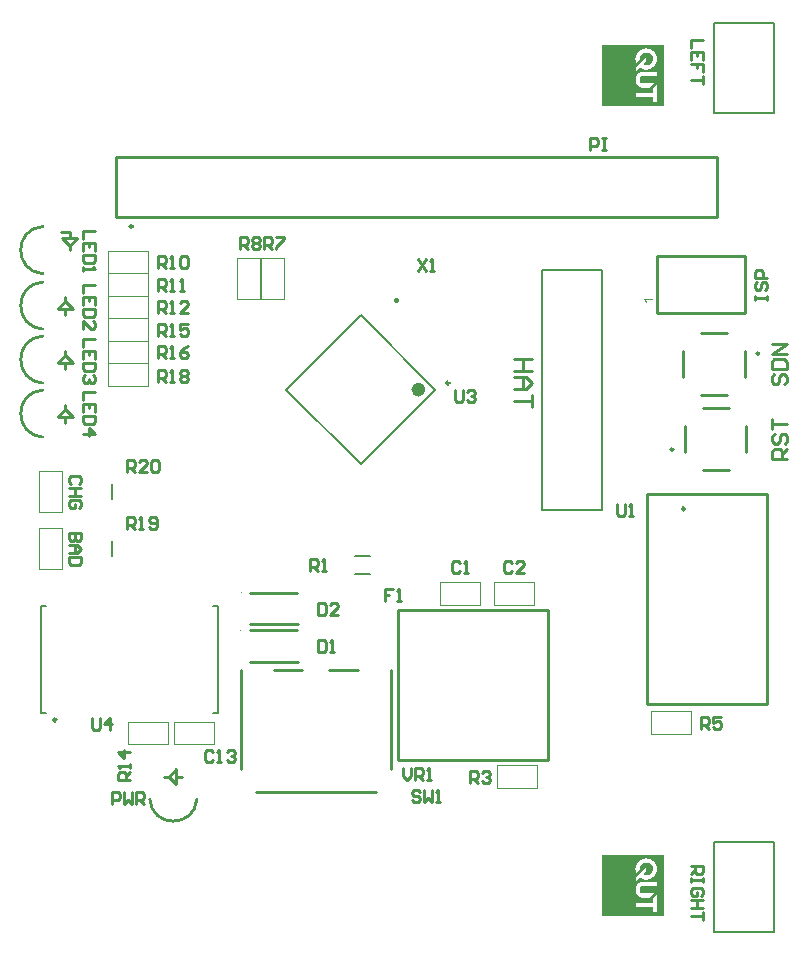
<source format=gto>
G04 Layer_Color=65535*
%FSLAX25Y25*%
%MOIN*%
G70*
G01*
G75*
%ADD31C,0.01000*%
%ADD59C,0.00787*%
%ADD60C,0.00394*%
%ADD61C,0.00984*%
%ADD62C,0.02362*%
%ADD63C,0.00020*%
G36*
X207000Y169785D02*
X204501D01*
X204505Y169781D01*
X204524Y169758D01*
X204551Y169730D01*
X204584Y169684D01*
X204625Y169633D01*
X204672Y169568D01*
X204722Y169494D01*
X204773Y169411D01*
Y169407D01*
X204778Y169402D01*
X204796Y169374D01*
X204819Y169328D01*
X204847Y169273D01*
X204879Y169208D01*
X204912Y169139D01*
X204944Y169069D01*
X204972Y169000D01*
X204593D01*
Y169005D01*
X204584Y169014D01*
X204579Y169032D01*
X204565Y169055D01*
X204551Y169083D01*
X204533Y169115D01*
X204487Y169194D01*
X204436Y169286D01*
X204371Y169379D01*
X204297Y169476D01*
X204219Y169573D01*
X204214Y169578D01*
X204209Y169582D01*
X204196Y169596D01*
X204182Y169615D01*
X204136Y169656D01*
X204080Y169711D01*
X204015Y169767D01*
X203942Y169827D01*
X203868Y169878D01*
X203789Y169924D01*
Y170178D01*
X207000D01*
Y169785D01*
D02*
G37*
D31*
X33500Y194394D02*
G03*
X33500Y194394I-500J0D01*
G01*
X242165Y152024D02*
G03*
X242165Y152024I-394J0D01*
G01*
X213622Y119976D02*
G03*
X213622Y119976I-394J0D01*
G01*
X217500Y100236D02*
G03*
X217500Y100236I-500J0D01*
G01*
X3509Y157859D02*
G03*
X3509Y142141I491J-7859D01*
G01*
Y175859D02*
G03*
X3509Y160141I491J-7859D01*
G01*
Y194359D02*
G03*
X3509Y178641I491J-7859D01*
G01*
Y139859D02*
G03*
X3509Y124141I491J-7859D01*
G01*
X39141Y3509D02*
G03*
X54859Y3509I7859J491D01*
G01*
X72700Y61700D02*
X88400D01*
X72600Y72300D02*
X88300D01*
X72700Y49200D02*
X88400D01*
X72600Y59800D02*
X88300D01*
X228177Y197394D02*
Y217394D01*
X27784Y197394D02*
X228177D01*
X27784D02*
Y217394D01*
X228177D01*
X216968Y144150D02*
Y152811D01*
X237441Y144150D02*
Y152811D01*
X222874Y158716D02*
X231535D01*
X222874Y138244D02*
X231535D01*
X238032Y119189D02*
Y127850D01*
X217559Y119189D02*
Y127850D01*
X223465Y113284D02*
X232126D01*
X223465Y133756D02*
X232126D01*
X205000Y35236D02*
Y105236D01*
Y35236D02*
X245000D01*
Y105236D01*
X205000D02*
X245000D01*
X122000Y16500D02*
Y66500D01*
Y16500D02*
X172000D01*
X122000Y66500D02*
X172000D01*
Y16500D02*
Y66500D01*
X11000Y147000D02*
Y149000D01*
Y151500D02*
Y153000D01*
X8500Y149000D02*
X13500D01*
X8500D02*
X11000Y151500D01*
X13500Y149000D01*
X11000Y165000D02*
Y167000D01*
Y169500D02*
Y171000D01*
X8500Y167000D02*
X13500D01*
X8500D02*
X11000Y169500D01*
X13500Y167000D01*
X208276Y165374D02*
Y184665D01*
X237508D01*
Y165374D02*
Y184665D01*
X208276Y165374D02*
X237508D01*
X9500Y192500D02*
X12500D01*
X10000Y190500D02*
X12500Y188000D01*
X15000Y190500D01*
X10000D02*
X15000D01*
X12500Y186500D02*
Y188000D01*
Y190500D02*
Y192500D01*
X11000Y129000D02*
Y131000D01*
Y133500D02*
Y135000D01*
X8500Y131000D02*
X13500D01*
X8500D02*
X11000Y133500D01*
X13500Y131000D01*
X119500Y13500D02*
Y46500D01*
X74500Y6000D02*
X114500D01*
X69500Y13500D02*
Y46500D01*
X80500D02*
X90000D01*
X99000D02*
X108500D01*
X48000Y11000D02*
X50000D01*
X44000D02*
X45500D01*
X48000Y8500D02*
Y13500D01*
X45500Y11000D02*
X48000Y8500D01*
X45500Y11000D02*
X48000Y13500D01*
X16299Y92294D02*
X12300D01*
Y90294D01*
X12967Y89628D01*
X13633D01*
X14299Y90294D01*
Y92294D01*
Y90294D01*
X14966Y89628D01*
X15632D01*
X16299Y90294D01*
Y92294D01*
X12300Y88295D02*
X14966D01*
X16299Y86962D01*
X14966Y85629D01*
X12300D01*
X14299D01*
Y88295D01*
X16299Y84296D02*
X12300D01*
Y82297D01*
X12967Y81630D01*
X15632D01*
X16299Y82297D01*
Y84296D01*
X15632Y108628D02*
X16299Y109294D01*
Y110627D01*
X15632Y111294D01*
X12967D01*
X12300Y110627D01*
Y109294D01*
X12967Y108628D01*
X16299Y107295D02*
X12300D01*
X14299D01*
Y104629D01*
X16299D01*
X12300D01*
X15632Y100630D02*
X16299Y101297D01*
Y102630D01*
X15632Y103296D01*
X12967D01*
X12300Y102630D01*
Y101297D01*
X12967Y100630D01*
X14299D01*
Y101963D01*
X95300Y68992D02*
Y64994D01*
X97299D01*
X97966Y65660D01*
Y68326D01*
X97299Y68992D01*
X95300D01*
X101964Y64994D02*
X99299D01*
X101964Y67659D01*
Y68326D01*
X101298Y68992D01*
X99965D01*
X99299Y68326D01*
X95300Y56492D02*
Y52494D01*
X97299D01*
X97966Y53160D01*
Y55826D01*
X97299Y56492D01*
X95300D01*
X99299Y52494D02*
X100632D01*
X99965D01*
Y56492D01*
X99299Y55826D01*
X60166Y19332D02*
X59499Y19999D01*
X58166D01*
X57500Y19332D01*
Y16667D01*
X58166Y16000D01*
X59499D01*
X60166Y16667D01*
X61499Y16000D02*
X62832D01*
X62165D01*
Y19999D01*
X61499Y19332D01*
X64831D02*
X65497Y19999D01*
X66830D01*
X67497Y19332D01*
Y18666D01*
X66830Y17999D01*
X66164D01*
X66830D01*
X67497Y17333D01*
Y16667D01*
X66830Y16000D01*
X65497D01*
X64831Y16667D01*
X20000Y30499D02*
Y27166D01*
X20666Y26500D01*
X21999D01*
X22666Y27166D01*
Y30499D01*
X25998Y26500D02*
Y30499D01*
X23999Y28499D01*
X26665D01*
X159821Y82226D02*
X159154Y82892D01*
X157822D01*
X157155Y82226D01*
Y79560D01*
X157822Y78894D01*
X159154D01*
X159821Y79560D01*
X163820Y78894D02*
X161154D01*
X163820Y81559D01*
Y82226D01*
X163153Y82892D01*
X161820D01*
X161154Y82226D01*
X142466D02*
X141799Y82892D01*
X140466D01*
X139800Y82226D01*
Y79560D01*
X140466Y78894D01*
X141799D01*
X142466Y79560D01*
X143799Y78894D02*
X145132D01*
X144465D01*
Y82892D01*
X143799Y82226D01*
X222900Y26994D02*
Y30992D01*
X224899D01*
X225566Y30326D01*
Y28993D01*
X224899Y28327D01*
X222900D01*
X224233D02*
X225566Y26994D01*
X229564Y30992D02*
X226899D01*
Y28993D01*
X228232Y29660D01*
X228898D01*
X229564Y28993D01*
Y27660D01*
X228898Y26994D01*
X227565D01*
X226899Y27660D01*
X195000Y101999D02*
Y98666D01*
X195667Y98000D01*
X196999D01*
X197666Y98666D01*
Y101999D01*
X198999Y98000D02*
X200332D01*
X199665D01*
Y101999D01*
X198999Y101332D01*
X166598Y150194D02*
X160600D01*
X163599D01*
Y146195D01*
X166598D01*
X160600D01*
Y144196D02*
X164599D01*
X166598Y142196D01*
X164599Y140197D01*
X160600D01*
X163599D01*
Y144196D01*
X166598Y138198D02*
Y134199D01*
Y136198D01*
X160600D01*
X241001Y169994D02*
Y171327D01*
Y170660D01*
X245000D01*
Y169994D01*
Y171327D01*
X241668Y175992D02*
X241001Y175325D01*
Y173992D01*
X241668Y173326D01*
X242334D01*
X243001Y173992D01*
Y175325D01*
X243667Y175992D01*
X244334D01*
X245000Y175325D01*
Y173992D01*
X244334Y173326D01*
X245000Y177325D02*
X241001D01*
Y179324D01*
X241668Y179990D01*
X243001D01*
X243667Y179324D01*
Y177325D01*
X223699Y256394D02*
X219700D01*
Y253728D01*
X223699Y249729D02*
Y252395D01*
X219700D01*
Y249729D01*
X221699Y252395D02*
Y251062D01*
X223699Y245730D02*
Y248396D01*
X221699D01*
Y247063D01*
Y248396D01*
X219700D01*
X223699Y244398D02*
Y241732D01*
Y243065D01*
X219700D01*
Y-18806D02*
X223699D01*
Y-20806D01*
X223032Y-21472D01*
X221699D01*
X221033Y-20806D01*
Y-18806D01*
Y-20139D02*
X219700Y-21472D01*
X223699Y-22805D02*
Y-24138D01*
Y-23471D01*
X219700D01*
Y-22805D01*
Y-24138D01*
X223032Y-28803D02*
X223699Y-28137D01*
Y-26804D01*
X223032Y-26137D01*
X220366D01*
X219700Y-26804D01*
Y-28137D01*
X220366Y-28803D01*
X221699D01*
Y-27470D01*
X223699Y-30136D02*
X219700D01*
X221699D01*
Y-32802D01*
X223699D01*
X219700D01*
X223699Y-34135D02*
Y-36801D01*
Y-35468D01*
X219700D01*
X251700Y116894D02*
X246702D01*
Y119393D01*
X247535Y120226D01*
X249201D01*
X250034Y119393D01*
Y116894D01*
Y118560D02*
X251700Y120226D01*
X247535Y125224D02*
X246702Y124391D01*
Y122725D01*
X247535Y121892D01*
X248368D01*
X249201Y122725D01*
Y124391D01*
X250034Y125224D01*
X250867D01*
X251700Y124391D01*
Y122725D01*
X250867Y121892D01*
X246702Y126891D02*
Y130223D01*
Y128557D01*
X251700D01*
X247335Y145126D02*
X246502Y144293D01*
Y142627D01*
X247335Y141794D01*
X248168D01*
X249001Y142627D01*
Y144293D01*
X249834Y145126D01*
X250667D01*
X251500Y144293D01*
Y142627D01*
X250667Y141794D01*
X246502Y146792D02*
X251500D01*
Y149291D01*
X250667Y150124D01*
X247335D01*
X246502Y149291D01*
Y146792D01*
X251500Y151790D02*
X246502D01*
X251500Y155123D01*
X246502D01*
X186000Y220000D02*
Y223999D01*
X187999D01*
X188666Y223332D01*
Y221999D01*
X187999Y221333D01*
X186000D01*
X189999Y223999D02*
X191332D01*
X190665D01*
Y220000D01*
X189999D01*
X191332D01*
X123500Y13999D02*
Y11333D01*
X124833Y10000D01*
X126166Y11333D01*
Y13999D01*
X127499Y10000D02*
Y13999D01*
X129498D01*
X130165Y13332D01*
Y11999D01*
X129498Y11333D01*
X127499D01*
X128832D02*
X130165Y10000D01*
X131497D02*
X132830D01*
X132164D01*
Y13999D01*
X131497Y13332D01*
X146000Y9000D02*
Y12999D01*
X147999D01*
X148666Y12332D01*
Y10999D01*
X147999Y10333D01*
X146000D01*
X147333D02*
X148666Y9000D01*
X149999Y12332D02*
X150665Y12999D01*
X151998D01*
X152664Y12332D01*
Y11666D01*
X151998Y10999D01*
X151332D01*
X151998D01*
X152664Y10333D01*
Y9667D01*
X151998Y9000D01*
X150665D01*
X149999Y9667D01*
X141000Y139999D02*
Y136667D01*
X141666Y136000D01*
X142999D01*
X143666Y136667D01*
Y139999D01*
X144999Y139332D02*
X145665Y139999D01*
X146998D01*
X147664Y139332D01*
Y138666D01*
X146998Y137999D01*
X146332D01*
X146998D01*
X147664Y137333D01*
Y136667D01*
X146998Y136000D01*
X145665D01*
X144999Y136667D01*
X120166Y73499D02*
X117500D01*
Y71499D01*
X118833D01*
X117500D01*
Y69500D01*
X121499D02*
X122832D01*
X122165D01*
Y73499D01*
X121499Y72832D01*
X92500Y79500D02*
Y83499D01*
X94499D01*
X95166Y82832D01*
Y81499D01*
X94499Y80833D01*
X92500D01*
X93833D02*
X95166Y79500D01*
X96499D02*
X97832D01*
X97165D01*
Y83499D01*
X96499Y82832D01*
X77094Y186894D02*
Y190892D01*
X79093D01*
X79760Y190226D01*
Y188893D01*
X79093Y188227D01*
X77094D01*
X78427D02*
X79760Y186894D01*
X81092Y190892D02*
X83758D01*
Y190226D01*
X81092Y187560D01*
Y186894D01*
X69094D02*
Y190892D01*
X71093D01*
X71759Y190226D01*
Y188893D01*
X71093Y188227D01*
X69094D01*
X70427D02*
X71759Y186894D01*
X73092Y190226D02*
X73759Y190892D01*
X75092D01*
X75758Y190226D01*
Y189559D01*
X75092Y188893D01*
X75758Y188227D01*
Y187560D01*
X75092Y186894D01*
X73759D01*
X73092Y187560D01*
Y188227D01*
X73759Y188893D01*
X73092Y189559D01*
Y190226D01*
X73759Y188893D02*
X75092D01*
X41900Y165494D02*
Y169492D01*
X43899D01*
X44566Y168826D01*
Y167493D01*
X43899Y166827D01*
X41900D01*
X43233D02*
X44566Y165494D01*
X45899D02*
X47232D01*
X46565D01*
Y169492D01*
X45899Y168826D01*
X51897Y165494D02*
X49231D01*
X51897Y168159D01*
Y168826D01*
X51230Y169492D01*
X49897D01*
X49231Y168826D01*
X41900Y180494D02*
Y184492D01*
X43899D01*
X44566Y183826D01*
Y182493D01*
X43899Y181827D01*
X41900D01*
X43233D02*
X44566Y180494D01*
X45899D02*
X47232D01*
X46565D01*
Y184492D01*
X45899Y183826D01*
X49231D02*
X49897Y184492D01*
X51230D01*
X51897Y183826D01*
Y181160D01*
X51230Y180494D01*
X49897D01*
X49231Y181160D01*
Y183826D01*
X41900Y172994D02*
Y176992D01*
X43899D01*
X44566Y176326D01*
Y174993D01*
X43899Y174327D01*
X41900D01*
X43233D02*
X44566Y172994D01*
X45899D02*
X47232D01*
X46565D01*
Y176992D01*
X45899Y176326D01*
X49231Y172994D02*
X50564D01*
X49897D01*
Y176992D01*
X49231Y176326D01*
X128500Y183499D02*
X131166Y179500D01*
Y183499D02*
X128500Y179500D01*
X132499D02*
X133832D01*
X133165D01*
Y183499D01*
X132499Y182832D01*
X20999Y193000D02*
X17000D01*
Y190334D01*
X20999Y186336D02*
Y189001D01*
X17000D01*
Y186336D01*
X18999Y189001D02*
Y187668D01*
X20999Y185003D02*
X17000D01*
Y183003D01*
X17666Y182337D01*
X20332D01*
X20999Y183003D01*
Y185003D01*
X17000Y181004D02*
Y179671D01*
Y180337D01*
X20999D01*
X20332Y181004D01*
X20999Y175000D02*
X17000D01*
Y172334D01*
X20999Y168335D02*
Y171001D01*
X17000D01*
Y168335D01*
X18999Y171001D02*
Y169668D01*
X20999Y167003D02*
X17000D01*
Y165003D01*
X17666Y164337D01*
X20332D01*
X20999Y165003D01*
Y167003D01*
X17000Y160338D02*
Y163004D01*
X19666Y160338D01*
X20332D01*
X20999Y161004D01*
Y162337D01*
X20332Y163004D01*
X20999Y157000D02*
X17000D01*
Y154334D01*
X20999Y150336D02*
Y153001D01*
X17000D01*
Y150336D01*
X18999Y153001D02*
Y151668D01*
X20999Y149003D02*
X17000D01*
Y147003D01*
X17666Y146337D01*
X20332D01*
X20999Y147003D01*
Y149003D01*
X20332Y145004D02*
X20999Y144337D01*
Y143005D01*
X20332Y142338D01*
X19666D01*
X18999Y143005D01*
Y143671D01*
Y143005D01*
X18333Y142338D01*
X17666D01*
X17000Y143005D01*
Y144337D01*
X17666Y145004D01*
X32500Y10000D02*
X28501D01*
Y11999D01*
X29168Y12666D01*
X30501D01*
X31167Y11999D01*
Y10000D01*
Y11333D02*
X32500Y12666D01*
Y13999D02*
Y15332D01*
Y14665D01*
X28501D01*
X29168Y13999D01*
X32500Y19330D02*
X28501D01*
X30501Y17331D01*
Y19997D01*
X41900Y157994D02*
Y161992D01*
X43899D01*
X44566Y161326D01*
Y159993D01*
X43899Y159327D01*
X41900D01*
X43233D02*
X44566Y157994D01*
X45899D02*
X47232D01*
X46565D01*
Y161992D01*
X45899Y161326D01*
X51897Y161992D02*
X49231D01*
Y159993D01*
X50564Y160660D01*
X51230D01*
X51897Y159993D01*
Y158660D01*
X51230Y157994D01*
X49897D01*
X49231Y158660D01*
X41900Y150494D02*
Y154492D01*
X43899D01*
X44566Y153826D01*
Y152493D01*
X43899Y151827D01*
X41900D01*
X43233D02*
X44566Y150494D01*
X45899D02*
X47232D01*
X46565D01*
Y154492D01*
X45899Y153826D01*
X51897Y154492D02*
X50564Y153826D01*
X49231Y152493D01*
Y151160D01*
X49897Y150494D01*
X51230D01*
X51897Y151160D01*
Y151827D01*
X51230Y152493D01*
X49231D01*
X20999Y139294D02*
X17000D01*
Y136628D01*
X20999Y132629D02*
Y135295D01*
X17000D01*
Y132629D01*
X18999Y135295D02*
Y133962D01*
X20999Y131296D02*
X17000D01*
Y129297D01*
X17666Y128630D01*
X20332D01*
X20999Y129297D01*
Y131296D01*
X17000Y125298D02*
X20999D01*
X18999Y127298D01*
Y124632D01*
X42000Y142500D02*
Y146499D01*
X43999D01*
X44666Y145832D01*
Y144499D01*
X43999Y143833D01*
X42000D01*
X43333D02*
X44666Y142500D01*
X45999D02*
X47332D01*
X46665D01*
Y146499D01*
X45999Y145832D01*
X49331D02*
X49997Y146499D01*
X51330D01*
X51997Y145832D01*
Y145166D01*
X51330Y144499D01*
X51997Y143833D01*
Y143166D01*
X51330Y142500D01*
X49997D01*
X49331Y143166D01*
Y143833D01*
X49997Y144499D01*
X49331Y145166D01*
Y145832D01*
X49997Y144499D02*
X51330D01*
X31500Y93500D02*
Y97499D01*
X33499D01*
X34166Y96832D01*
Y95499D01*
X33499Y94833D01*
X31500D01*
X32833D02*
X34166Y93500D01*
X35499D02*
X36832D01*
X36165D01*
Y97499D01*
X35499Y96832D01*
X38831Y94166D02*
X39497Y93500D01*
X40830D01*
X41497Y94166D01*
Y96832D01*
X40830Y97499D01*
X39497D01*
X38831Y96832D01*
Y96166D01*
X39497Y95499D01*
X41497D01*
X31500Y112500D02*
Y116499D01*
X33499D01*
X34166Y115832D01*
Y114499D01*
X33499Y113833D01*
X31500D01*
X32833D02*
X34166Y112500D01*
X38164D02*
X35499D01*
X38164Y115166D01*
Y115832D01*
X37498Y116499D01*
X36165D01*
X35499Y115832D01*
X39497D02*
X40164Y116499D01*
X41497D01*
X42163Y115832D01*
Y113166D01*
X41497Y112500D01*
X40164D01*
X39497Y113166D01*
Y115832D01*
X129166Y5832D02*
X128499Y6499D01*
X127166D01*
X126500Y5832D01*
Y5166D01*
X127166Y4499D01*
X128499D01*
X129166Y3833D01*
Y3167D01*
X128499Y2500D01*
X127166D01*
X126500Y3167D01*
X130499Y6499D02*
Y2500D01*
X131832Y3833D01*
X133165Y2500D01*
Y6499D01*
X134497Y2500D02*
X135830D01*
X135164D01*
Y6499D01*
X134497Y5832D01*
X26500Y2000D02*
Y5999D01*
X28499D01*
X29166Y5332D01*
Y3999D01*
X28499Y3333D01*
X26500D01*
X30499Y5999D02*
Y2000D01*
X31832Y3333D01*
X33165Y2000D01*
Y5999D01*
X34497Y2000D02*
Y5999D01*
X36497D01*
X37163Y5332D01*
Y3999D01*
X36497Y3333D01*
X34497D01*
X35830D02*
X37163Y2000D01*
X121000Y169500D02*
Y170167D01*
X121667D01*
Y169500D01*
X121000D01*
D59*
X2972Y32284D02*
Y67717D01*
X62027Y32284D02*
Y67717D01*
X2972Y32284D02*
X4673D01*
X2972Y67717D02*
X4673D01*
X60326D02*
X62027D01*
X60326Y32284D02*
X62027D01*
X109500Y164777D02*
X134277Y140000D01*
X84723D02*
X109500Y115223D01*
X134277Y140000D01*
X84723D02*
X109500Y164777D01*
X227126Y232087D02*
X247126D01*
X227126Y262087D02*
X247126D01*
Y232087D02*
Y262087D01*
X227126Y232087D02*
Y262087D01*
Y232087D02*
Y251253D01*
X170000Y180000D02*
X190000D01*
X170000Y100000D02*
X190000D01*
Y180000D01*
X170000Y100000D02*
Y180000D01*
X107441Y84551D02*
X112559D01*
X107441Y78449D02*
X112559D01*
X247126Y-29993D02*
Y-10827D01*
Y-40827D02*
Y-10827D01*
X227126Y-40827D02*
Y-10827D01*
Y-40827D02*
X247126D01*
X227126Y-10827D02*
X247126D01*
X26500Y84441D02*
Y89559D01*
Y103441D02*
Y108559D01*
D60*
X69673Y72315D02*
G03*
X69673Y72315I-197J0D01*
G01*
Y59815D02*
G03*
X69673Y59815I-197J0D01*
G01*
X47307Y21760D02*
Y29240D01*
Y21760D02*
X60693D01*
Y29240D01*
X47307D02*
X60693D01*
X76260Y170307D02*
Y183693D01*
X83740D01*
Y170307D02*
Y183693D01*
X76260Y170307D02*
X83740D01*
X68260D02*
Y183693D01*
X75740D01*
Y170307D02*
Y183693D01*
X68260Y170307D02*
X75740D01*
X219693Y25260D02*
Y32740D01*
X206307D02*
X219693D01*
X206307Y25260D02*
Y32740D01*
Y25260D02*
X219693D01*
X25307Y156240D02*
X38693D01*
Y148760D02*
Y156240D01*
X25307Y148760D02*
X38693D01*
X25307D02*
Y156240D01*
Y163740D02*
X38693D01*
Y156260D02*
Y163740D01*
X25307Y156260D02*
X38693D01*
X25307D02*
Y163740D01*
Y171260D02*
Y178740D01*
Y171260D02*
X38693D01*
X25307Y178740D02*
X38693D01*
Y171260D02*
Y178740D01*
X25307Y163760D02*
Y171240D01*
Y163760D02*
X38693D01*
X25307Y171240D02*
X38693D01*
Y163760D02*
Y171240D01*
X25307Y178760D02*
Y186240D01*
Y178760D02*
X38693D01*
X25307Y186240D02*
X38693D01*
Y178760D02*
Y186240D01*
X25307Y148740D02*
X38693D01*
Y141260D02*
Y148740D01*
X25307Y141260D02*
X38693D01*
X25307D02*
Y148740D01*
X154807Y14740D02*
X168193D01*
Y7260D02*
Y14740D01*
X154807Y7260D02*
X168193D01*
X154807D02*
Y14740D01*
X149193Y68260D02*
Y75740D01*
X135807D02*
X149193D01*
X135807Y68260D02*
Y75740D01*
Y68260D02*
X149193D01*
X153807D02*
Y75740D01*
Y68260D02*
X167193D01*
Y75740D01*
X153807D02*
X167193D01*
X31807Y21760D02*
X45193D01*
X31807D02*
Y29240D01*
X45193D01*
Y21760D02*
Y29240D01*
X2260Y80307D02*
Y93693D01*
X9740D01*
Y80307D02*
Y93693D01*
X2260Y80307D02*
X9740D01*
X2260Y99307D02*
Y112693D01*
X9740D01*
Y99307D02*
Y112693D01*
X2260Y99307D02*
X9740D01*
D61*
X7992Y29921D02*
G03*
X7992Y29921I-492J0D01*
G01*
X139014Y142157D02*
G03*
X139014Y142157I-492J0D01*
G01*
D62*
X129890Y140000D02*
G03*
X129890Y140000I-1181J0D01*
G01*
D63*
X207060Y-35000D02*
Y-34060D01*
X207240Y-17160D02*
Y-15000D01*
X207280Y-35000D02*
Y-34060D01*
X207260Y-17180D02*
Y-15000D01*
X207160Y-23800D02*
Y-22260D01*
X207400Y-35000D02*
Y-34060D01*
X207380Y-17300D02*
Y-15000D01*
X207420Y-35000D02*
Y-34060D01*
X207360Y-17280D02*
Y-15000D01*
X207140Y-23800D02*
Y-22280D01*
X207380Y-23800D02*
Y-22040D01*
X207160Y-27580D02*
Y-25600D01*
X207440Y-23800D02*
Y-21960D01*
X207220Y-17140D02*
Y-15000D01*
Y-27580D02*
Y-25600D01*
X207300Y-35000D02*
Y-34060D01*
X207440Y-27580D02*
Y-25600D01*
X207060Y-27580D02*
Y-25600D01*
X207360Y-28600D02*
Y-27940D01*
X207340Y-27580D02*
Y-25600D01*
X207140Y-35000D02*
Y-34060D01*
X207120Y-28820D02*
Y-28180D01*
X207340Y-28620D02*
Y-27960D01*
X207200Y-27580D02*
Y-25600D01*
X207220Y-28720D02*
Y-28080D01*
X207420Y-17340D02*
Y-15000D01*
X207100Y-28840D02*
Y-28200D01*
X207360Y-27580D02*
Y-25600D01*
X207120Y-35000D02*
Y-34060D01*
X207220Y-23800D02*
Y-22200D01*
X207060Y-23800D02*
Y-22360D01*
X207140Y-27580D02*
Y-25600D01*
X207340Y-35000D02*
Y-34060D01*
X207280Y-17200D02*
Y-15000D01*
X207440Y-17380D02*
Y-15000D01*
X207340Y-17280D02*
Y-15000D01*
X207460Y-35000D02*
Y-34060D01*
X207240Y-35000D02*
Y-34060D01*
X207060Y-28880D02*
Y-28240D01*
X207100Y-23800D02*
Y-22320D01*
X207200Y-23800D02*
Y-22220D01*
X207320Y-27580D02*
Y-25600D01*
X207360Y-23800D02*
Y-22060D01*
X207100Y-17020D02*
Y-15000D01*
X207060Y-16980D02*
Y-15000D01*
X207120Y-17040D02*
Y-15000D01*
X207360Y-35000D02*
Y-34060D01*
X207160Y-35000D02*
Y-34060D01*
Y-17080D02*
Y-15000D01*
X207420Y-27580D02*
Y-25600D01*
Y-28540D02*
Y-27920D01*
X207140Y-17060D02*
Y-15000D01*
X207380Y-35000D02*
Y-34060D01*
X207180Y-35000D02*
Y-34060D01*
Y-27580D02*
Y-25600D01*
X207400Y-23800D02*
Y-22000D01*
X207200Y-28740D02*
Y-28100D01*
X207400Y-27580D02*
Y-25600D01*
X207180Y-28760D02*
Y-28120D01*
X207400Y-28560D02*
Y-27940D01*
X207380Y-27580D02*
Y-25600D01*
X207160Y-28780D02*
Y-28140D01*
X207140Y-28800D02*
Y-28160D01*
X207180Y-23800D02*
Y-22240D01*
X207420Y-23800D02*
Y-21980D01*
X207380Y-28580D02*
Y-27940D01*
X207400Y-17320D02*
Y-15000D01*
X207100Y-27580D02*
Y-25600D01*
X207320Y-23800D02*
Y-22080D01*
X207180Y-17100D02*
Y-15000D01*
X207200Y-35000D02*
Y-34060D01*
Y-17120D02*
Y-15000D01*
X207100Y-35000D02*
Y-34060D01*
X207080Y-28860D02*
Y-28220D01*
X207300Y-28640D02*
Y-28000D01*
X207320Y-35000D02*
Y-34060D01*
X207080Y-35000D02*
Y-34060D01*
X207440Y-28520D02*
Y-27900D01*
X207220Y-35000D02*
Y-34060D01*
X207440Y-35000D02*
Y-34060D01*
X207080Y-23800D02*
Y-22340D01*
Y-17000D02*
Y-15000D01*
X207300Y-23800D02*
Y-22100D01*
X207080Y-27580D02*
Y-25600D01*
X207300Y-17220D02*
Y-15000D01*
Y-27580D02*
Y-25600D01*
X207320Y-28640D02*
Y-27980D01*
X207280Y-27580D02*
Y-25600D01*
Y-23800D02*
Y-22120D01*
X207120Y-27580D02*
Y-25600D01*
X207320Y-17240D02*
Y-15000D01*
X207340Y-23800D02*
Y-22060D01*
X207120Y-23800D02*
Y-22300D01*
X207020Y-28920D02*
Y-28280D01*
Y-35000D02*
Y-34060D01*
Y-16940D02*
Y-15000D01*
X207260Y-35000D02*
Y-34060D01*
X207040Y-35000D02*
Y-34060D01*
X207260Y-28680D02*
Y-28040D01*
X207040Y-28900D02*
Y-28260D01*
X207260Y-27580D02*
Y-25600D01*
X207040Y-27580D02*
Y-25600D01*
X207260Y-23800D02*
Y-22160D01*
X207040Y-23800D02*
Y-22380D01*
X207020Y-23800D02*
Y-22400D01*
Y-27580D02*
Y-25600D01*
X207240Y-27580D02*
Y-25600D01*
X207040Y-16960D02*
Y-15000D01*
X207240Y-23800D02*
Y-22180D01*
Y-28700D02*
Y-28060D01*
X207280Y-28660D02*
Y-28020D01*
X206080Y-16300D02*
Y-15000D01*
X205980Y-23800D02*
Y-23080D01*
X206080Y-20840D02*
Y-18380D01*
X205980Y-27580D02*
Y-25600D01*
Y-30760D02*
Y-29260D01*
Y-20960D02*
Y-18280D01*
X206100Y-35000D02*
Y-32620D01*
X205980Y-16240D02*
Y-15000D01*
X206100Y-30760D02*
Y-29140D01*
X206000Y-35000D02*
Y-32620D01*
X206100Y-27580D02*
Y-25600D01*
X206000Y-30760D02*
Y-29240D01*
X206100Y-23800D02*
Y-23040D01*
X206000Y-27580D02*
Y-25600D01*
X206100Y-20820D02*
Y-18400D01*
X206000Y-23800D02*
Y-23080D01*
X206100Y-16300D02*
Y-15000D01*
X206000Y-20920D02*
Y-18300D01*
X206120Y-35000D02*
Y-32620D01*
X206000Y-16260D02*
Y-15000D01*
X206120Y-30760D02*
Y-29120D01*
X206020Y-35000D02*
Y-32620D01*
X206120Y-27580D02*
Y-25600D01*
X206020Y-30760D02*
Y-29220D01*
X206120Y-23800D02*
Y-23020D01*
X206020Y-27580D02*
Y-25600D01*
X206120Y-20800D02*
Y-18440D01*
X206020Y-23800D02*
Y-23060D01*
X206120Y-16320D02*
Y-15000D01*
X206020Y-20900D02*
Y-18320D01*
X206140Y-35000D02*
Y-32620D01*
X206020Y-16260D02*
Y-15000D01*
X206140Y-30760D02*
Y-29120D01*
X206040Y-35000D02*
Y-32620D01*
X206140Y-27580D02*
Y-25600D01*
X206040Y-30760D02*
Y-29200D01*
X206140Y-23800D02*
Y-23020D01*
X206040Y-27580D02*
Y-25600D01*
X206140Y-20780D02*
Y-18460D01*
X206040Y-23800D02*
Y-23060D01*
X206140Y-16320D02*
Y-15000D01*
X206040Y-20880D02*
Y-18340D01*
X206160Y-35000D02*
Y-32620D01*
X206040Y-16280D02*
Y-15000D01*
X206160Y-30760D02*
Y-29100D01*
X206060Y-35000D02*
Y-32620D01*
X206160Y-27580D02*
Y-25600D01*
X206060Y-30760D02*
Y-29180D01*
X206160Y-23800D02*
Y-23000D01*
X206060Y-27580D02*
Y-25600D01*
X206160Y-20740D02*
Y-18480D01*
X206060Y-23800D02*
Y-23060D01*
X206160Y-16340D02*
Y-15000D01*
X206060Y-20860D02*
Y-18360D01*
X206180Y-35000D02*
Y-32620D01*
X206060Y-16280D02*
Y-15000D01*
X206180Y-30760D02*
Y-29080D01*
X206080Y-35000D02*
Y-32620D01*
X206180Y-27580D02*
Y-25600D01*
X206080Y-30760D02*
Y-29160D01*
X206180Y-23800D02*
Y-23000D01*
X206080Y-27580D02*
Y-25600D01*
Y-23800D02*
Y-23040D01*
X207000Y-16920D02*
Y-15000D01*
X206560Y-27580D02*
Y-25600D01*
X207000Y-23800D02*
Y-22420D01*
X206560Y-29360D02*
Y-28720D01*
X207000Y-27580D02*
Y-25600D01*
X206560Y-35000D02*
Y-34060D01*
X207000Y-28940D02*
Y-28280D01*
X206540Y-16560D02*
Y-15000D01*
X207000Y-35000D02*
Y-34060D01*
X206540Y-23800D02*
Y-22780D01*
X206980Y-16900D02*
Y-15000D01*
X206540Y-27580D02*
Y-25600D01*
X206980Y-23800D02*
Y-22420D01*
X206540Y-29380D02*
Y-28740D01*
X206980Y-27580D02*
Y-25600D01*
X206540Y-35000D02*
Y-34060D01*
X206980Y-28960D02*
Y-28300D01*
X206520Y-16540D02*
Y-15000D01*
X206980Y-35000D02*
Y-34060D01*
X206520Y-19740D02*
Y-19420D01*
X206960Y-16880D02*
Y-15000D01*
X206520Y-23800D02*
Y-22800D01*
X206960Y-23800D02*
Y-22440D01*
X206520Y-27580D02*
Y-25600D01*
X206960Y-27580D02*
Y-25600D01*
X206520Y-29400D02*
Y-28760D01*
X206960Y-28980D02*
Y-28320D01*
X206520Y-35000D02*
Y-34060D01*
X206960Y-35000D02*
Y-34060D01*
X206500Y-16520D02*
Y-15000D01*
X206940Y-16860D02*
Y-15000D01*
X206500Y-19900D02*
Y-19260D01*
X206940Y-23800D02*
Y-22460D01*
X206500Y-23800D02*
Y-22800D01*
X206940Y-27580D02*
Y-25600D01*
X206500Y-27580D02*
Y-25600D01*
X206940Y-29000D02*
Y-28340D01*
X206500Y-29420D02*
Y-28780D01*
X206940Y-35000D02*
Y-34060D01*
X206500Y-35000D02*
Y-34060D01*
X206920Y-16860D02*
Y-15000D01*
X206480Y-16520D02*
Y-15000D01*
X206920Y-23800D02*
Y-22480D01*
X206480Y-20020D02*
Y-19160D01*
X206920Y-27580D02*
Y-25600D01*
X206480Y-23800D02*
Y-22820D01*
X206920Y-29020D02*
Y-28360D01*
X206480Y-27580D02*
Y-25600D01*
X206920Y-35000D02*
Y-34060D01*
X206480Y-29440D02*
Y-28800D01*
X206900Y-16840D02*
Y-15000D01*
X206480Y-35000D02*
Y-34060D01*
X206900Y-23800D02*
Y-22500D01*
X206460Y-16500D02*
Y-15000D01*
X206900Y-27580D02*
Y-25600D01*
X206460Y-20100D02*
Y-19080D01*
X206900Y-29040D02*
Y-28380D01*
X206460Y-23800D02*
Y-22840D01*
X206900Y-35000D02*
Y-34060D01*
X206460Y-27580D02*
Y-25600D01*
X206880Y-16820D02*
Y-15000D01*
X206460Y-29460D02*
Y-28820D01*
X206880Y-23800D02*
Y-22520D01*
X206460Y-35000D02*
Y-34060D01*
X206880Y-27580D02*
Y-25600D01*
X206440Y-16480D02*
Y-15000D01*
X206880Y-29060D02*
Y-28400D01*
X206440Y-20180D02*
Y-19020D01*
X206880Y-35000D02*
Y-34060D01*
X206440Y-23800D02*
Y-22840D01*
X206860Y-16800D02*
Y-15000D01*
X206440Y-27580D02*
Y-25600D01*
X206860Y-23800D02*
Y-22540D01*
X206440Y-29480D02*
Y-28840D01*
X206860Y-27580D02*
Y-25600D01*
X206440Y-35000D02*
Y-34060D01*
X206860Y-29080D02*
Y-28420D01*
X206420Y-16480D02*
Y-15000D01*
X206860Y-35000D02*
Y-34060D01*
X206420Y-20240D02*
Y-18960D01*
X206840Y-16780D02*
Y-15000D01*
X206420Y-23800D02*
Y-22860D01*
X206840Y-23800D02*
Y-22540D01*
X206420Y-27580D02*
Y-25600D01*
X206840Y-27580D02*
Y-25600D01*
X206420Y-29500D02*
Y-28860D01*
X206840Y-29080D02*
Y-28440D01*
X206420Y-35000D02*
Y-34060D01*
X206840Y-35000D02*
Y-34060D01*
X206400Y-16460D02*
Y-15000D01*
X206820Y-16760D02*
Y-15000D01*
X206400Y-20280D02*
Y-18900D01*
X206820Y-23800D02*
Y-22560D01*
X206400Y-23800D02*
Y-22860D01*
X206820Y-27580D02*
Y-25600D01*
X206400Y-27580D02*
Y-25600D01*
X206820Y-29080D02*
Y-28460D01*
X206400Y-30760D02*
Y-28880D01*
X206820Y-35000D02*
Y-34060D01*
X206400Y-35000D02*
Y-32620D01*
X206800Y-16760D02*
Y-15000D01*
X206380Y-16460D02*
Y-15000D01*
X206800Y-23800D02*
Y-22580D01*
X206380Y-20340D02*
Y-18840D01*
X206800Y-27580D02*
Y-25600D01*
X206380Y-23800D02*
Y-22880D01*
X206800Y-29100D02*
Y-28480D01*
X206380Y-27580D02*
Y-25600D01*
X206800Y-35000D02*
Y-34060D01*
X206380Y-30760D02*
Y-28900D01*
X206780Y-16740D02*
Y-15000D01*
X206380Y-35000D02*
Y-32620D01*
X206780Y-23800D02*
Y-22600D01*
X206360Y-16440D02*
Y-15000D01*
X206780Y-27580D02*
Y-25600D01*
X206360Y-20380D02*
Y-18800D01*
X206780Y-29120D02*
Y-28500D01*
X206360Y-23800D02*
Y-22900D01*
X206780Y-35000D02*
Y-34060D01*
X206360Y-27580D02*
Y-25600D01*
X206760Y-16720D02*
Y-15000D01*
X206360Y-30760D02*
Y-28920D01*
X206760Y-23800D02*
Y-22620D01*
X206360Y-35000D02*
Y-32620D01*
X206760Y-27580D02*
Y-25600D01*
X206340Y-16420D02*
Y-15000D01*
X206760Y-29140D02*
Y-28520D01*
X206340Y-20440D02*
Y-18760D01*
X206760Y-35000D02*
Y-34060D01*
X206340Y-23800D02*
Y-22900D01*
X206740Y-16700D02*
Y-15000D01*
X206340Y-27580D02*
Y-25600D01*
X206740Y-23800D02*
Y-22620D01*
X206340Y-30760D02*
Y-28940D01*
X206740Y-27580D02*
Y-25600D01*
X206340Y-35000D02*
Y-32620D01*
X206740Y-29160D02*
Y-28540D01*
X206320Y-16420D02*
Y-15000D01*
X206740Y-35000D02*
Y-34060D01*
X206320Y-20480D02*
Y-18720D01*
X206720Y-16700D02*
Y-15000D01*
X206320Y-23800D02*
Y-22920D01*
X206720Y-23800D02*
Y-22640D01*
X206320Y-27580D02*
Y-25600D01*
X206720Y-27580D02*
Y-25600D01*
X206320Y-30760D02*
Y-28960D01*
X206720Y-29180D02*
Y-28560D01*
X206320Y-35000D02*
Y-32620D01*
X206720Y-35000D02*
Y-34060D01*
X206300Y-16400D02*
Y-15000D01*
X206700Y-16680D02*
Y-15000D01*
X206300Y-20520D02*
Y-18680D01*
X206700Y-23800D02*
Y-22660D01*
X206300Y-23800D02*
Y-22920D01*
X206700Y-27580D02*
Y-25600D01*
X206300Y-27580D02*
Y-25600D01*
X206700Y-29200D02*
Y-28580D01*
X206300Y-30760D02*
Y-28980D01*
X206700Y-35000D02*
Y-34060D01*
X206300Y-35000D02*
Y-32620D01*
X206680Y-16640D02*
Y-15000D01*
X206280Y-16400D02*
Y-15000D01*
X206680Y-23800D02*
Y-22680D01*
X206280Y-20560D02*
Y-18640D01*
X206680Y-27580D02*
Y-25600D01*
X206280Y-23800D02*
Y-22940D01*
X206680Y-29220D02*
Y-28600D01*
X206280Y-27580D02*
Y-25600D01*
X206680Y-35000D02*
Y-34060D01*
X206280Y-30760D02*
Y-28980D01*
X206660Y-16640D02*
Y-15000D01*
X206280Y-35000D02*
Y-32620D01*
X206660Y-23800D02*
Y-22700D01*
X206260Y-16380D02*
Y-15000D01*
X206660Y-27580D02*
Y-25600D01*
X206260Y-20580D02*
Y-18620D01*
X206660Y-29240D02*
Y-28620D01*
X206260Y-23800D02*
Y-22940D01*
X206660Y-35000D02*
Y-34060D01*
X206260Y-27580D02*
Y-25600D01*
X206640Y-16620D02*
Y-15000D01*
X206260Y-30760D02*
Y-29000D01*
X206640Y-23800D02*
Y-22720D01*
X206260Y-35000D02*
Y-32620D01*
X206640Y-27580D02*
Y-25600D01*
X206240Y-16380D02*
Y-15000D01*
X206640Y-29260D02*
Y-28640D01*
X206240Y-20620D02*
Y-18580D01*
X206640Y-35000D02*
Y-34060D01*
X206240Y-23800D02*
Y-22960D01*
X206620Y-16600D02*
Y-15000D01*
X206240Y-27580D02*
Y-25600D01*
X206620Y-23800D02*
Y-22720D01*
X206240Y-30760D02*
Y-29020D01*
X206620Y-27580D02*
Y-25600D01*
X206240Y-35000D02*
Y-32620D01*
X206620Y-29300D02*
Y-28660D01*
X206220Y-16360D02*
Y-15000D01*
X206620Y-35000D02*
Y-34060D01*
X206220Y-20660D02*
Y-18560D01*
X206600Y-16600D02*
Y-15000D01*
X206220Y-23800D02*
Y-22980D01*
X206600Y-23800D02*
Y-22740D01*
X206220Y-27580D02*
Y-25600D01*
X206600Y-27580D02*
Y-25600D01*
X206220Y-30760D02*
Y-29040D01*
X206600Y-29320D02*
Y-28680D01*
X206220Y-35000D02*
Y-32620D01*
X206600Y-35000D02*
Y-34060D01*
X206200Y-16360D02*
Y-15000D01*
X206580Y-16580D02*
Y-15000D01*
X206200Y-20680D02*
Y-18520D01*
X206580Y-23800D02*
Y-22760D01*
X206200Y-23800D02*
Y-22980D01*
X206580Y-27580D02*
Y-25600D01*
X206200Y-27580D02*
Y-25600D01*
X206580Y-29340D02*
Y-28700D01*
X206200Y-30760D02*
Y-29060D01*
X206580Y-35000D02*
Y-34060D01*
X206200Y-35000D02*
Y-32620D01*
X206560Y-16560D02*
Y-15000D01*
X206180Y-16340D02*
Y-15000D01*
Y-20720D02*
Y-18520D01*
X206560Y-23800D02*
Y-22760D01*
X191160Y-35000D02*
Y-15000D01*
X193800Y-35000D02*
Y-15000D01*
X193720Y-35000D02*
Y-15000D01*
X193220Y-35000D02*
Y-15000D01*
X193460Y-35000D02*
Y-15000D01*
X190820Y-35000D02*
Y-15000D01*
X193940Y-35000D02*
Y-15000D01*
X191660Y-35000D02*
Y-15000D01*
X193560Y-35000D02*
Y-15000D01*
X193000Y-35000D02*
Y-15000D01*
X192300Y-35000D02*
Y-15000D01*
X192140Y-35000D02*
Y-15000D01*
X192340Y-35000D02*
Y-15000D01*
X192960Y-35000D02*
Y-15000D01*
X191080Y-35000D02*
Y-15000D01*
X192600Y-35000D02*
Y-15000D01*
X192000Y-35000D02*
Y-15000D01*
X193440Y-35000D02*
Y-15000D01*
X192580Y-35000D02*
Y-15000D01*
X192320Y-35000D02*
Y-15000D01*
X190800Y-35000D02*
Y-15000D01*
X191900Y-35000D02*
Y-15000D01*
X193580Y-35000D02*
Y-15000D01*
X191460Y-35000D02*
Y-15000D01*
X193880Y-35000D02*
Y-15000D01*
X193300Y-35000D02*
Y-15000D01*
X193280Y-35000D02*
Y-15000D01*
X192260Y-35000D02*
Y-15000D01*
X190920Y-35000D02*
Y-15000D01*
X193760Y-35000D02*
Y-15000D01*
X192220Y-35000D02*
Y-15000D01*
X191680Y-35000D02*
Y-15000D01*
X192380Y-35000D02*
Y-15000D01*
X191240Y-35000D02*
Y-15000D01*
X192240Y-35000D02*
Y-15000D01*
X193360Y-35000D02*
Y-15000D01*
X192780Y-35000D02*
Y-15000D01*
X193140Y-35000D02*
Y-15000D01*
X191360Y-35000D02*
Y-15000D01*
X193060Y-35000D02*
Y-15000D01*
X193400Y-35000D02*
Y-15000D01*
X192680Y-35000D02*
Y-15000D01*
X193820Y-35000D02*
Y-15000D01*
X191760Y-35000D02*
Y-15000D01*
X191920Y-35000D02*
Y-15000D01*
X192120Y-35000D02*
Y-15000D01*
X191540Y-35000D02*
Y-15000D01*
X192100Y-35000D02*
Y-15000D01*
X190900Y-35000D02*
Y-15000D01*
X191100Y-35000D02*
Y-15000D01*
X190780Y-35000D02*
Y-15000D01*
X192180Y-35000D02*
Y-15000D01*
X190740Y-35000D02*
Y-15000D01*
X192540Y-35000D02*
Y-15000D01*
X191000Y-35000D02*
Y-15000D01*
X191180Y-35000D02*
Y-15000D01*
X191940Y-35000D02*
Y-15000D01*
X192640Y-35000D02*
Y-15000D01*
X191500Y-35000D02*
Y-15000D01*
X193860Y-35000D02*
Y-15000D01*
X191020Y-35000D02*
Y-15000D01*
X192280Y-35000D02*
Y-15000D01*
X191520Y-35000D02*
Y-15000D01*
X193120Y-35000D02*
Y-15000D01*
X193260Y-35000D02*
Y-15000D01*
X193600Y-35000D02*
Y-15000D01*
X192940Y-35000D02*
Y-15000D01*
X191960Y-35000D02*
Y-15000D01*
X191880Y-35000D02*
Y-15000D01*
X193380Y-35000D02*
Y-15000D01*
X192920Y-35000D02*
Y-15000D01*
X193660Y-35000D02*
Y-15000D01*
X192060Y-35000D02*
Y-15000D01*
X193320Y-35000D02*
Y-15000D01*
X192820Y-35000D02*
Y-15000D01*
X190860Y-35000D02*
Y-15000D01*
X190840Y-35000D02*
Y-15000D01*
X192860Y-35000D02*
Y-15000D01*
X191700Y-35000D02*
Y-15000D01*
X192560Y-35000D02*
Y-15000D01*
X192880Y-35000D02*
Y-15000D01*
X193900Y-35000D02*
Y-15000D01*
X191060Y-35000D02*
Y-15000D01*
X193160Y-35000D02*
Y-15000D01*
X193100Y-35000D02*
Y-15000D01*
X191280Y-35000D02*
Y-15000D01*
X191440Y-35000D02*
Y-15000D01*
X193740Y-35000D02*
Y-15000D01*
X193340Y-35000D02*
Y-15000D01*
X191980Y-35000D02*
Y-15000D01*
X192040Y-35000D02*
Y-15000D01*
X192980Y-35000D02*
Y-15000D01*
X193540Y-35000D02*
Y-15000D01*
X192620Y-35000D02*
Y-15000D01*
X192200Y-35000D02*
Y-15000D01*
X193200Y-35000D02*
Y-15000D01*
X191580Y-35000D02*
Y-15000D01*
X191340Y-35000D02*
Y-15000D01*
X193020Y-35000D02*
Y-15000D01*
X192460Y-35000D02*
Y-15000D01*
X193240Y-35000D02*
Y-15000D01*
X193920Y-35000D02*
Y-15000D01*
X191860Y-35000D02*
Y-15000D01*
X193500Y-35000D02*
Y-15000D01*
X192440Y-35000D02*
Y-15000D01*
X190880Y-35000D02*
Y-15000D01*
X191040Y-35000D02*
Y-15000D01*
X192760Y-35000D02*
Y-15000D01*
X192160Y-35000D02*
Y-15000D01*
X192080Y-35000D02*
Y-15000D01*
X191420Y-35000D02*
Y-15000D01*
X191120Y-35000D02*
Y-15000D01*
X191480Y-35000D02*
Y-15000D01*
X191640Y-35000D02*
Y-15000D01*
X190760Y-35000D02*
Y-15000D01*
X192500Y-35000D02*
Y-15000D01*
X193640Y-35000D02*
Y-15000D01*
X191800Y-35000D02*
Y-15000D01*
X193520Y-35000D02*
Y-15000D01*
X190980Y-35000D02*
Y-15000D01*
X192720Y-35000D02*
Y-15000D01*
X192480Y-35000D02*
Y-15000D01*
X191740Y-35000D02*
Y-15000D01*
X192400Y-35000D02*
Y-15000D01*
X191260Y-35000D02*
Y-15000D01*
X193180Y-35000D02*
Y-15000D01*
X191400Y-35000D02*
Y-15000D01*
X191200Y-35000D02*
Y-15000D01*
X193080Y-35000D02*
Y-15000D01*
X192660Y-35000D02*
Y-15000D01*
X193620Y-35000D02*
Y-15000D01*
X193840Y-35000D02*
Y-15000D01*
X191560Y-35000D02*
Y-15000D01*
X191820Y-35000D02*
Y-15000D01*
X193700Y-35000D02*
Y-15000D01*
X192520Y-35000D02*
Y-15000D01*
X190700Y-35000D02*
Y-15000D01*
X192740Y-35000D02*
Y-15000D01*
X192900Y-35000D02*
Y-15000D01*
X193420Y-35000D02*
Y-15000D01*
X192420Y-35000D02*
Y-15000D01*
X192020Y-35000D02*
Y-15000D01*
X190720Y-35000D02*
Y-15000D01*
X191380Y-35000D02*
Y-15000D01*
X193780Y-35000D02*
Y-15000D01*
X191780Y-35000D02*
Y-15000D01*
X191220Y-35000D02*
Y-15000D01*
X191840Y-35000D02*
Y-15000D01*
X191600Y-35000D02*
Y-15000D01*
X192840Y-35000D02*
Y-15000D01*
X193960Y-35000D02*
Y-15000D01*
X191320Y-35000D02*
Y-15000D01*
X191720Y-35000D02*
Y-15000D01*
X191620Y-35000D02*
Y-15000D01*
X190960Y-35000D02*
Y-15000D01*
X191140Y-35000D02*
Y-15000D01*
X193040Y-35000D02*
Y-15000D01*
X191300Y-35000D02*
Y-15000D01*
X193680Y-35000D02*
Y-15000D01*
X193480Y-35000D02*
Y-15000D01*
X192700Y-35000D02*
Y-15000D01*
X190940Y-35000D02*
Y-15000D01*
X192800Y-35000D02*
Y-15000D01*
X192360Y-35000D02*
Y-15000D01*
X210160Y-35000D02*
Y-15000D01*
X210080Y-35000D02*
Y-15000D01*
X210120Y-35000D02*
Y-15000D01*
X210100Y-35000D02*
Y-15000D01*
X210140Y-35000D02*
Y-15000D01*
X208460Y-35000D02*
Y-15000D01*
X210060Y-35000D02*
Y-15000D01*
X210040Y-35000D02*
Y-15000D01*
X210020Y-35000D02*
Y-15000D01*
X210000Y-35000D02*
Y-15000D01*
X209980Y-35000D02*
Y-15000D01*
X209960Y-35000D02*
Y-15000D01*
X209940Y-35000D02*
Y-15000D01*
X209920Y-35000D02*
Y-15000D01*
X209900Y-35000D02*
Y-15000D01*
X209880Y-35000D02*
Y-15000D01*
X209860Y-35000D02*
Y-15000D01*
X209840Y-35000D02*
Y-15000D01*
X209820Y-35000D02*
Y-15000D01*
X209800Y-35000D02*
Y-15000D01*
X209780Y-35000D02*
Y-15000D01*
X209760Y-35000D02*
Y-15000D01*
X209740Y-35000D02*
Y-15000D01*
X209720Y-35000D02*
Y-15000D01*
X209700Y-35000D02*
Y-15000D01*
X209680Y-35000D02*
Y-15000D01*
X209660Y-35000D02*
Y-15000D01*
X209640Y-35000D02*
Y-15000D01*
X209620Y-35000D02*
Y-15000D01*
X209600Y-35000D02*
Y-15000D01*
X209580Y-35000D02*
Y-15000D01*
X209560Y-35000D02*
Y-15000D01*
X209540Y-35000D02*
Y-15000D01*
X209520Y-35000D02*
Y-15000D01*
X209500Y-35000D02*
Y-15000D01*
X209480Y-35000D02*
Y-15000D01*
X209460Y-35000D02*
Y-15000D01*
X209440Y-35000D02*
Y-15000D01*
X209420Y-35000D02*
Y-15000D01*
X209400Y-35000D02*
Y-15000D01*
X209380Y-35000D02*
Y-15000D01*
X209360Y-35000D02*
Y-15000D01*
X209340Y-35000D02*
Y-15000D01*
X209320Y-35000D02*
Y-15000D01*
X209300Y-35000D02*
Y-15000D01*
X209280Y-35000D02*
Y-15000D01*
X209260Y-35000D02*
Y-15000D01*
X209240Y-35000D02*
Y-15000D01*
X209220Y-35000D02*
Y-15000D01*
X209200Y-35000D02*
Y-15000D01*
X209180Y-35000D02*
Y-15000D01*
X209160Y-35000D02*
Y-15000D01*
X209140Y-35000D02*
Y-15000D01*
X209120Y-35000D02*
Y-15000D01*
X209100Y-35000D02*
Y-15000D01*
X209080Y-35000D02*
Y-15000D01*
X209060Y-35000D02*
Y-15000D01*
X209040Y-35000D02*
Y-15000D01*
X209020Y-35000D02*
Y-15000D01*
X209000Y-35000D02*
Y-15000D01*
X208980Y-35000D02*
Y-15000D01*
X208960Y-35000D02*
Y-15000D01*
X208940Y-35000D02*
Y-15000D01*
X208920Y-35000D02*
Y-15000D01*
X208900Y-35000D02*
Y-15000D01*
X208880Y-35000D02*
Y-15000D01*
X208860Y-35000D02*
Y-15000D01*
X208840Y-35000D02*
Y-15000D01*
X208820Y-35000D02*
Y-15000D01*
X208800Y-35000D02*
Y-15000D01*
X208780Y-35000D02*
Y-15000D01*
X208760Y-35000D02*
Y-15000D01*
X208740Y-35000D02*
Y-15000D01*
X208720Y-35000D02*
Y-15000D01*
X208700Y-35000D02*
Y-15000D01*
X208680Y-35000D02*
Y-15000D01*
X208660Y-35000D02*
Y-15000D01*
X208640Y-35000D02*
Y-15000D01*
X208620Y-35000D02*
Y-15000D01*
X208600Y-35000D02*
Y-15000D01*
X208580Y-35000D02*
Y-15000D01*
X208560Y-35000D02*
Y-15000D01*
X208540Y-35000D02*
Y-15000D01*
X208520Y-35000D02*
Y-15000D01*
X208500Y-35000D02*
Y-15000D01*
X208480Y-35000D02*
Y-15000D01*
X208440Y-35000D02*
Y-15000D01*
X208420Y-35000D02*
Y-15000D01*
X208400Y-35000D02*
Y-15000D01*
X208380Y-35000D02*
Y-15000D01*
X208360Y-35000D02*
Y-15000D01*
X208340Y-35000D02*
Y-15000D01*
X208320Y-35000D02*
Y-15000D01*
X208300Y-35000D02*
Y-15000D01*
X208280Y-35000D02*
Y-15000D01*
X208260Y-35000D02*
Y-15000D01*
X208240Y-35000D02*
Y-15000D01*
X208220Y-19480D02*
Y-15000D01*
Y-35000D02*
Y-19860D01*
X208200Y-19260D02*
Y-15000D01*
Y-35000D02*
Y-20080D01*
X208180Y-19100D02*
Y-15000D01*
Y-23800D02*
Y-20240D01*
Y-27800D02*
Y-25600D01*
Y-35000D02*
Y-34060D01*
X208160Y-18980D02*
Y-15000D01*
Y-23800D02*
Y-20340D01*
Y-27820D02*
Y-25600D01*
Y-35000D02*
Y-34060D01*
X208140Y-18880D02*
Y-15000D01*
Y-23800D02*
Y-20460D01*
Y-27840D02*
Y-25600D01*
Y-35000D02*
Y-34060D01*
X208120Y-18800D02*
Y-15000D01*
Y-23800D02*
Y-20540D01*
Y-27860D02*
Y-25600D01*
Y-35000D02*
Y-34060D01*
X208100Y-18720D02*
Y-15000D01*
Y-23800D02*
Y-20620D01*
Y-27880D02*
Y-25600D01*
Y-35000D02*
Y-34060D01*
X208080Y-18640D02*
Y-15000D01*
Y-23800D02*
Y-20700D01*
Y-27900D02*
Y-25600D01*
Y-35000D02*
Y-34060D01*
X208060Y-18580D02*
Y-15000D01*
Y-23800D02*
Y-20760D01*
Y-27900D02*
Y-25600D01*
Y-35000D02*
Y-34060D01*
X204840Y-35000D02*
Y-32620D01*
Y-30760D02*
Y-29360D01*
X205740Y-16160D02*
Y-15000D01*
X205780Y-35000D02*
Y-32620D01*
X205800Y-27580D02*
Y-25600D01*
Y-30760D02*
Y-29360D01*
X205760Y-30760D02*
Y-29360D01*
X205800Y-35000D02*
Y-32620D01*
X205780Y-16160D02*
Y-15000D01*
X205760Y-35000D02*
Y-32620D01*
X205740Y-21180D02*
Y-18060D01*
X205780Y-21140D02*
Y-18100D01*
Y-23800D02*
Y-23160D01*
X205740Y-23800D02*
Y-23180D01*
Y-27580D02*
Y-25600D01*
X205780Y-27580D02*
Y-25600D01*
Y-30760D02*
Y-29360D01*
X205740Y-30760D02*
Y-29360D01*
Y-35000D02*
Y-32620D01*
X205760Y-21160D02*
Y-18080D01*
Y-16160D02*
Y-15000D01*
Y-23800D02*
Y-23180D01*
X205720Y-16140D02*
Y-15000D01*
Y-23800D02*
Y-23200D01*
Y-21180D02*
Y-18040D01*
X205760Y-27580D02*
Y-25600D01*
X207680Y-23800D02*
Y-21620D01*
X207860Y-18060D02*
Y-15000D01*
X207680Y-17720D02*
Y-15000D01*
X207880Y-35000D02*
Y-34060D01*
X207700Y-35000D02*
Y-34060D01*
X207880Y-28080D02*
Y-25600D01*
X207700Y-28260D02*
Y-27640D01*
X207880Y-23800D02*
Y-21200D01*
X207700Y-27580D02*
Y-25600D01*
X207880Y-18100D02*
Y-15000D01*
X207700Y-23800D02*
Y-21580D01*
X207900Y-35000D02*
Y-34060D01*
X207700Y-17760D02*
Y-15000D01*
X207900Y-28060D02*
Y-25600D01*
X207720Y-35000D02*
Y-34060D01*
X207900Y-23800D02*
Y-21160D01*
X207720Y-28240D02*
Y-27620D01*
X207900Y-18160D02*
Y-15000D01*
X207720Y-27580D02*
Y-25600D01*
X207920Y-35000D02*
Y-34060D01*
X207720Y-23800D02*
Y-21560D01*
X207920Y-28040D02*
Y-25600D01*
X207720Y-17780D02*
Y-15000D01*
X207920Y-23800D02*
Y-21120D01*
X207740Y-35000D02*
Y-34060D01*
X207920Y-18200D02*
Y-15000D01*
X207740Y-28220D02*
Y-27600D01*
X207940Y-35000D02*
Y-34060D01*
X207740Y-27580D02*
Y-25600D01*
X207940Y-28020D02*
Y-25600D01*
X207740Y-23800D02*
Y-21520D01*
X207940Y-23800D02*
Y-21080D01*
X207740Y-17820D02*
Y-15000D01*
X207940Y-18240D02*
Y-15000D01*
X207760Y-35000D02*
Y-34060D01*
X207960Y-35000D02*
Y-34060D01*
X207760Y-28200D02*
Y-27600D01*
X207960Y-28000D02*
Y-25600D01*
X207760Y-27580D02*
Y-25600D01*
X207960Y-23800D02*
Y-21020D01*
X207760Y-23800D02*
Y-21480D01*
X207960Y-18300D02*
Y-15000D01*
X207760Y-17860D02*
Y-15000D01*
X207980Y-35000D02*
Y-34060D01*
X207780Y-35000D02*
Y-34060D01*
X207980Y-27980D02*
Y-25600D01*
X207780Y-28180D02*
Y-25600D01*
X207980Y-23800D02*
Y-20980D01*
X207780Y-23800D02*
Y-21440D01*
X207980Y-18340D02*
Y-15000D01*
X207780Y-17880D02*
Y-15000D01*
X208000Y-35000D02*
Y-34060D01*
X207800Y-35000D02*
Y-34060D01*
X208000Y-27960D02*
Y-25600D01*
X207800Y-28180D02*
Y-25600D01*
X208000Y-23800D02*
Y-20920D01*
X207800Y-23800D02*
Y-21400D01*
X208000Y-18400D02*
Y-15000D01*
X207800Y-17920D02*
Y-15000D01*
X208020Y-35000D02*
Y-34060D01*
X207820Y-28140D02*
Y-25600D01*
Y-35000D02*
Y-34060D01*
X208020Y-27940D02*
Y-25600D01*
Y-23800D02*
Y-20880D01*
X207860Y-23800D02*
Y-21260D01*
X207680Y-27580D02*
Y-25600D01*
X207840Y-18000D02*
Y-15000D01*
X208040Y-18520D02*
Y-15000D01*
Y-27920D02*
Y-25600D01*
X207860Y-35000D02*
Y-34060D01*
Y-28100D02*
Y-25600D01*
X207840Y-28120D02*
Y-25600D01*
X208040Y-23800D02*
Y-20820D01*
X207840Y-23800D02*
Y-21340D01*
Y-35000D02*
Y-34060D01*
X207820Y-23800D02*
Y-21380D01*
X208020Y-18460D02*
Y-15000D01*
X208040Y-35000D02*
Y-34060D01*
X207680Y-35000D02*
Y-34060D01*
X207660Y-17680D02*
Y-15000D01*
X207680Y-28280D02*
Y-27660D01*
X207820Y-17960D02*
Y-15000D01*
X202900Y-16300D02*
Y-15000D01*
X203140Y-35000D02*
Y-32620D01*
X203100Y-23800D02*
Y-23160D01*
X203060Y-27580D02*
Y-25600D01*
X203100Y-20140D02*
Y-18280D01*
X202920Y-16280D02*
Y-15000D01*
Y-20340D02*
Y-18500D01*
X203020Y-23800D02*
Y-23120D01*
X202900Y-20360D02*
Y-18520D01*
X203080Y-23800D02*
Y-23140D01*
X203140Y-20100D02*
Y-18220D01*
X203120Y-27580D02*
Y-25600D01*
X203080Y-27580D02*
Y-25600D01*
Y-30760D02*
Y-29360D01*
X202900Y-23800D02*
Y-23060D01*
X203080Y-20160D02*
Y-18300D01*
X203060Y-16220D02*
Y-15000D01*
X203140Y-30760D02*
Y-29360D01*
X203000Y-20260D02*
Y-18400D01*
X203140Y-27580D02*
Y-25600D01*
X203100Y-27580D02*
Y-25600D01*
X202920Y-23800D02*
Y-23060D01*
X203040Y-30760D02*
Y-29360D01*
X203060Y-20200D02*
Y-18340D01*
X203120Y-23800D02*
Y-23160D01*
X202980Y-27580D02*
Y-25600D01*
X203040Y-27580D02*
Y-25600D01*
X203080Y-35000D02*
Y-32620D01*
X202920Y-27580D02*
Y-25620D01*
X203100Y-30760D02*
Y-29360D01*
Y-35000D02*
Y-32620D01*
X202920Y-30760D02*
Y-29360D01*
X203080Y-16220D02*
Y-15000D01*
X203140Y-23800D02*
Y-23160D01*
X203100Y-16200D02*
Y-15000D01*
X202960Y-35000D02*
Y-32620D01*
X203120Y-16200D02*
Y-15000D01*
X203060Y-30760D02*
Y-29360D01*
Y-23800D02*
Y-23120D01*
X202920Y-35000D02*
Y-32620D01*
X202940Y-30760D02*
Y-29360D01*
X202960Y-16280D02*
Y-15000D01*
X202940Y-35000D02*
Y-32620D01*
X203000Y-16260D02*
Y-15000D01*
X202980Y-30760D02*
Y-29360D01*
X202960Y-20300D02*
Y-18460D01*
X203340Y-16140D02*
Y-15000D01*
Y-30760D02*
Y-29360D01*
Y-23800D02*
Y-23220D01*
Y-27580D02*
Y-25600D01*
X202960Y-23800D02*
Y-23080D01*
X203340Y-35000D02*
Y-32620D01*
Y-19920D02*
Y-18060D01*
X203520Y-23800D02*
Y-23280D01*
X203320Y-16140D02*
Y-15000D01*
X203400Y-19860D02*
Y-18020D01*
X203440Y-30760D02*
Y-29360D01*
X203500Y-19760D02*
Y-17940D01*
X203520Y-27580D02*
Y-25600D01*
X203500Y-16100D02*
Y-15000D01*
X203520Y-30760D02*
Y-29360D01*
Y-35000D02*
Y-32620D01*
X203460Y-27580D02*
Y-25600D01*
Y-23800D02*
Y-23260D01*
X203500Y-23800D02*
Y-23260D01*
Y-27580D02*
Y-25600D01*
Y-30760D02*
Y-29360D01*
Y-35000D02*
Y-32620D01*
X203480Y-16100D02*
Y-15000D01*
Y-23800D02*
Y-23260D01*
Y-27580D02*
Y-25600D01*
Y-30760D02*
Y-29360D01*
X203460Y-16100D02*
Y-15000D01*
X203480Y-19780D02*
Y-17960D01*
X203440Y-27580D02*
Y-25600D01*
X203460Y-30760D02*
Y-29360D01*
X203440Y-23800D02*
Y-23240D01*
X203480Y-35000D02*
Y-32620D01*
X203460Y-19800D02*
Y-17980D01*
X203440Y-19820D02*
Y-17980D01*
Y-16100D02*
Y-15000D01*
X203540Y-27580D02*
Y-25600D01*
X203360Y-23800D02*
Y-23220D01*
X203460Y-35000D02*
Y-32620D01*
X203380Y-35000D02*
Y-32620D01*
Y-30760D02*
Y-29360D01*
Y-27580D02*
Y-25600D01*
X203360Y-19900D02*
Y-18040D01*
X203380Y-23800D02*
Y-23240D01*
X203360Y-16140D02*
Y-15000D01*
X203380Y-19880D02*
Y-18020D01*
X203400Y-35000D02*
Y-32620D01*
X203380Y-16120D02*
Y-15000D01*
X203400Y-30760D02*
Y-29360D01*
Y-27580D02*
Y-25600D01*
Y-23800D02*
Y-23240D01*
X203420Y-35000D02*
Y-32620D01*
X203400Y-16120D02*
Y-15000D01*
X203540Y-23800D02*
Y-23280D01*
X203680Y-23800D02*
Y-23320D01*
X203520Y-16080D02*
Y-15000D01*
X202900Y-27560D02*
Y-25620D01*
X203540Y-35000D02*
Y-32620D01*
X203420Y-23800D02*
Y-23240D01*
X203520Y-19740D02*
Y-17940D01*
X203420Y-19840D02*
Y-18000D01*
Y-16120D02*
Y-15000D01*
X203440Y-35000D02*
Y-32620D01*
X203540Y-30760D02*
Y-29360D01*
X203420Y-27580D02*
Y-25600D01*
Y-30760D02*
Y-29360D01*
X203540Y-19720D02*
Y-17920D01*
X203560Y-27580D02*
Y-25600D01*
X203600Y-35000D02*
Y-32620D01*
X203540Y-16080D02*
Y-15000D01*
X203680Y-30760D02*
Y-29360D01*
X203560Y-23800D02*
Y-23280D01*
X203680Y-35000D02*
Y-32620D01*
X203660Y-16060D02*
Y-15000D01*
Y-35000D02*
Y-32620D01*
Y-19640D02*
Y-17860D01*
Y-27580D02*
Y-25600D01*
Y-23800D02*
Y-23300D01*
Y-30760D02*
Y-29360D01*
X203640Y-16060D02*
Y-15000D01*
Y-19660D02*
Y-17860D01*
Y-30760D02*
Y-29360D01*
Y-27580D02*
Y-25600D01*
Y-35000D02*
Y-32620D01*
Y-23800D02*
Y-23300D01*
X203620Y-16060D02*
Y-15000D01*
Y-23800D02*
Y-23300D01*
Y-19660D02*
Y-17880D01*
Y-35000D02*
Y-32620D01*
X203560Y-35000D02*
Y-32620D01*
X203620Y-30760D02*
Y-29360D01*
Y-27580D02*
Y-25600D01*
X203600Y-16060D02*
Y-15000D01*
Y-23800D02*
Y-23300D01*
Y-19680D02*
Y-17880D01*
Y-27580D02*
Y-25600D01*
X203580Y-16060D02*
Y-15000D01*
X203600Y-30760D02*
Y-29360D01*
X203560Y-19720D02*
Y-17900D01*
X203580Y-27580D02*
Y-25600D01*
Y-19700D02*
Y-17900D01*
Y-30760D02*
Y-29360D01*
X203560Y-16080D02*
Y-15000D01*
X203580Y-35000D02*
Y-32620D01*
Y-23800D02*
Y-23280D01*
X203680Y-27580D02*
Y-25600D01*
X203560Y-30760D02*
Y-29360D01*
X203760Y-23800D02*
Y-23320D01*
X203860Y-19440D02*
Y-17780D01*
Y-27580D02*
Y-25600D01*
Y-30760D02*
Y-29360D01*
Y-35000D02*
Y-32620D01*
X203840Y-19460D02*
Y-17780D01*
Y-16020D02*
Y-15000D01*
Y-30760D02*
Y-29360D01*
Y-23800D02*
Y-23340D01*
X203020Y-30760D02*
Y-29360D01*
X202940Y-20320D02*
Y-18480D01*
Y-27580D02*
Y-25620D01*
Y-23800D02*
Y-23080D01*
X203000Y-30760D02*
Y-29360D01*
Y-27580D02*
Y-25600D01*
Y-35000D02*
Y-32620D01*
X203120Y-20120D02*
Y-18240D01*
X203360Y-27580D02*
Y-25600D01*
X203200Y-27580D02*
Y-25600D01*
X203040Y-23800D02*
Y-23120D01*
X203160Y-35000D02*
Y-32620D01*
X203040Y-16240D02*
Y-15000D01*
X203360Y-30760D02*
Y-29360D01*
X203040Y-20220D02*
Y-18360D01*
X203200Y-23800D02*
Y-23180D01*
X203180Y-20080D02*
Y-18180D01*
X203060Y-35000D02*
Y-32620D01*
X203200Y-35000D02*
Y-32620D01*
X203800Y-16020D02*
Y-15000D01*
Y-27580D02*
Y-25600D01*
Y-23800D02*
Y-23340D01*
X203160Y-30760D02*
Y-29360D01*
X203300Y-27580D02*
Y-25600D01*
Y-30760D02*
Y-29360D01*
X203160Y-20100D02*
Y-18200D01*
X203260Y-27580D02*
Y-25600D01*
X203160Y-23800D02*
Y-23180D01*
X203260Y-16140D02*
Y-15000D01*
X203360Y-35000D02*
Y-32620D01*
X203280Y-35000D02*
Y-32620D01*
X203200Y-30760D02*
Y-29360D01*
X203160Y-27580D02*
Y-25600D01*
X203800Y-19500D02*
Y-17800D01*
X203840Y-27580D02*
Y-25600D01*
X203820Y-30760D02*
Y-29360D01*
Y-35000D02*
Y-32620D01*
Y-27580D02*
Y-25600D01*
Y-23800D02*
Y-23340D01*
Y-16020D02*
Y-15000D01*
X203780Y-16020D02*
Y-15000D01*
Y-19520D02*
Y-17800D01*
X203800Y-30760D02*
Y-29360D01*
Y-35000D02*
Y-32620D01*
X203180Y-16180D02*
Y-15000D01*
X202960Y-27580D02*
Y-25600D01*
Y-30760D02*
Y-29360D01*
X203020Y-20240D02*
Y-18380D01*
X202980Y-23800D02*
Y-23100D01*
Y-20280D02*
Y-18420D01*
Y-16260D02*
Y-15000D01*
X203020Y-35000D02*
Y-32620D01*
X203300Y-19960D02*
Y-18080D01*
X203780Y-30760D02*
Y-29360D01*
X203000Y-23800D02*
Y-23100D01*
X203120Y-35000D02*
Y-32620D01*
X203040Y-35000D02*
Y-32620D01*
X203020Y-16240D02*
Y-15000D01*
X202940Y-16280D02*
Y-15000D01*
X203020Y-27580D02*
Y-25600D01*
X203120Y-30760D02*
Y-29360D01*
X202980Y-35000D02*
Y-32620D01*
X203300Y-23800D02*
Y-23220D01*
X203780Y-23800D02*
Y-23340D01*
X203760Y-19540D02*
Y-17820D01*
Y-16020D02*
Y-15000D01*
X203720Y-27580D02*
Y-25600D01*
X203700Y-16040D02*
Y-15000D01*
X203720Y-23800D02*
Y-23320D01*
Y-30760D02*
Y-29360D01*
X203300Y-16140D02*
Y-15000D01*
X203320Y-30760D02*
Y-29360D01*
Y-23800D02*
Y-23220D01*
Y-35000D02*
Y-32620D01*
Y-27580D02*
Y-25600D01*
X203180Y-27580D02*
Y-25600D01*
X203320Y-19940D02*
Y-18060D01*
X203180Y-23800D02*
Y-23180D01*
X203140Y-16180D02*
Y-15000D01*
X203180Y-35000D02*
Y-32620D01*
X203160Y-16180D02*
Y-15000D01*
X203180Y-30760D02*
Y-29360D01*
X203220Y-27580D02*
Y-25600D01*
X203200Y-20060D02*
Y-18160D01*
Y-16160D02*
Y-15000D01*
X203220Y-35000D02*
Y-32620D01*
Y-30760D02*
Y-29360D01*
Y-23800D02*
Y-23200D01*
Y-16160D02*
Y-15000D01*
X203240Y-35000D02*
Y-32620D01*
Y-27580D02*
Y-25600D01*
Y-30760D02*
Y-29360D01*
Y-23800D02*
Y-23200D01*
X203220Y-20040D02*
Y-18160D01*
X203240Y-20020D02*
Y-18140D01*
Y-16160D02*
Y-15000D01*
X203260Y-30760D02*
Y-29360D01*
Y-35000D02*
Y-32620D01*
Y-20000D02*
Y-18120D01*
Y-23800D02*
Y-23220D01*
X203280Y-30760D02*
Y-29360D01*
Y-23800D02*
Y-23220D01*
Y-27580D02*
Y-25600D01*
Y-16140D02*
Y-15000D01*
Y-19980D02*
Y-18100D01*
X203300Y-35000D02*
Y-32620D01*
X203880Y-30760D02*
Y-29360D01*
X202900Y-30760D02*
Y-29360D01*
X203880Y-23800D02*
Y-23360D01*
Y-27580D02*
Y-25600D01*
Y-21460D02*
Y-21380D01*
Y-19420D02*
Y-17760D01*
Y-35000D02*
Y-32620D01*
X203860Y-16020D02*
Y-15000D01*
X203880Y-16000D02*
Y-15000D01*
X203900Y-35000D02*
Y-32620D01*
X203860Y-23800D02*
Y-23340D01*
X203900Y-30760D02*
Y-29360D01*
X203700Y-35000D02*
Y-32620D01*
Y-30760D02*
Y-29360D01*
Y-27580D02*
Y-25600D01*
X203840Y-35000D02*
Y-32620D01*
X203820Y-19480D02*
Y-17780D01*
X203860Y-21460D02*
Y-21380D01*
X203700Y-23800D02*
Y-23320D01*
X203680Y-16040D02*
Y-15000D01*
X203700Y-19600D02*
Y-17840D01*
X203780Y-35000D02*
Y-32620D01*
X203720Y-35000D02*
Y-32620D01*
Y-19580D02*
Y-17840D01*
Y-16040D02*
Y-15000D01*
X203740Y-27580D02*
Y-25600D01*
Y-23800D02*
Y-23320D01*
Y-19560D02*
Y-17820D01*
Y-16040D02*
Y-15000D01*
Y-35000D02*
Y-32620D01*
Y-30760D02*
Y-29360D01*
X203760Y-35000D02*
Y-32620D01*
Y-30760D02*
Y-29360D01*
Y-27580D02*
Y-25600D01*
X203780Y-27580D02*
Y-25600D01*
X203680Y-19620D02*
Y-17840D01*
X204740Y-27580D02*
Y-25600D01*
X204680Y-21580D02*
Y-17660D01*
X204720Y-35000D02*
Y-32620D01*
X204700Y-23800D02*
Y-23400D01*
X204400Y-23800D02*
Y-23400D01*
X204340Y-21560D02*
Y-20920D01*
Y-18960D02*
Y-17660D01*
X204400Y-27580D02*
Y-25600D01*
X204340Y-27580D02*
Y-25600D01*
X204700Y-35000D02*
Y-32620D01*
X204420Y-30760D02*
Y-29360D01*
X204700Y-30760D02*
Y-29360D01*
X204500Y-23800D02*
Y-23400D01*
X204680Y-15960D02*
Y-15000D01*
X204700Y-27580D02*
Y-25600D01*
X204400Y-21580D02*
Y-17660D01*
X204820Y-27580D02*
Y-25600D01*
X204800Y-21560D02*
Y-17680D01*
X204380Y-23800D02*
Y-23400D01*
X204340Y-23800D02*
Y-23400D01*
X204700Y-21580D02*
Y-17660D01*
X204400Y-15960D02*
Y-15000D01*
X204660Y-23800D02*
Y-23400D01*
X204320Y-15960D02*
Y-15000D01*
X204820Y-15960D02*
Y-15000D01*
X204420Y-21580D02*
Y-17660D01*
Y-35000D02*
Y-32620D01*
X204660Y-21580D02*
Y-17660D01*
Y-15960D02*
Y-15000D01*
X204820Y-23800D02*
Y-23380D01*
X204300Y-15960D02*
Y-15000D01*
X204680Y-35000D02*
Y-32620D01*
X204320Y-21560D02*
Y-20940D01*
X204720Y-15960D02*
Y-15000D01*
X204420Y-15960D02*
Y-15000D01*
X204800Y-23800D02*
Y-23380D01*
X204380Y-21580D02*
Y-20880D01*
X204700Y-15960D02*
Y-15000D01*
X204400Y-30760D02*
Y-29360D01*
X204820Y-21560D02*
Y-17680D01*
X204720Y-23800D02*
Y-23380D01*
Y-21580D02*
Y-17660D01*
X204780Y-15960D02*
Y-15000D01*
X204800Y-35000D02*
Y-32620D01*
X204720Y-27580D02*
Y-25600D01*
X204740Y-21580D02*
Y-17660D01*
X204760Y-35000D02*
Y-32620D01*
X204680Y-23800D02*
Y-23400D01*
X204760Y-27580D02*
Y-25600D01*
X204780Y-27580D02*
Y-25600D01*
X204760Y-21560D02*
Y-17660D01*
X204740Y-23800D02*
Y-23380D01*
X204760Y-30760D02*
Y-29360D01*
Y-23800D02*
Y-23380D01*
X204720Y-30760D02*
Y-29360D01*
X204740Y-35000D02*
Y-32620D01*
Y-15960D02*
Y-15000D01*
Y-30760D02*
Y-29360D01*
X204380Y-18940D02*
Y-17660D01*
X204360Y-18960D02*
Y-17660D01*
X204780Y-21560D02*
Y-17680D01*
X204800Y-30760D02*
Y-29360D01*
X204780Y-35000D02*
Y-32620D01*
X204380Y-15960D02*
Y-15000D01*
X204780Y-30760D02*
Y-29360D01*
Y-23800D02*
Y-23380D01*
X204760Y-15960D02*
Y-15000D01*
X204800Y-27580D02*
Y-25600D01*
X204360Y-30760D02*
Y-29360D01*
X204380Y-30760D02*
Y-29360D01*
X204800Y-15960D02*
Y-15000D01*
X204380Y-35000D02*
Y-32620D01*
X204340Y-15960D02*
Y-15000D01*
X204820Y-30760D02*
Y-29360D01*
X204360Y-27580D02*
Y-25600D01*
X204320Y-18980D02*
Y-17660D01*
X204360Y-35000D02*
Y-32620D01*
Y-15960D02*
Y-15000D01*
X204820Y-35000D02*
Y-32620D01*
X204360Y-21580D02*
Y-20900D01*
Y-23800D02*
Y-23400D01*
X204380Y-27580D02*
Y-25600D01*
X204340Y-30760D02*
Y-29360D01*
Y-35000D02*
Y-32620D01*
X204420Y-27580D02*
Y-25600D01*
Y-23800D02*
Y-23400D01*
X204400Y-35000D02*
Y-32620D01*
X204520Y-30760D02*
Y-29360D01*
X204680Y-30760D02*
Y-29360D01*
X204520Y-35000D02*
Y-32620D01*
X204500Y-15960D02*
Y-15000D01*
X204220Y-23800D02*
Y-23400D01*
X204160Y-15960D02*
Y-15000D01*
Y-19160D02*
Y-17700D01*
X204180Y-15960D02*
Y-15000D01*
X204200Y-30760D02*
Y-29360D01*
Y-27580D02*
Y-25600D01*
Y-23800D02*
Y-23400D01*
Y-21560D02*
Y-21060D01*
Y-15960D02*
Y-15000D01*
Y-19120D02*
Y-17680D01*
X204220Y-35000D02*
Y-32620D01*
Y-30760D02*
Y-29360D01*
Y-27580D02*
Y-25600D01*
X204200Y-35000D02*
Y-32620D01*
X204180Y-19140D02*
Y-17680D01*
Y-23800D02*
Y-23400D01*
Y-21540D02*
Y-21080D01*
X204480Y-35000D02*
Y-32620D01*
X204180Y-27580D02*
Y-25600D01*
X204480Y-23800D02*
Y-23400D01*
X203900Y-23800D02*
Y-23360D01*
X204080Y-15980D02*
Y-15000D01*
X204100Y-30760D02*
Y-29360D01*
Y-35000D02*
Y-32620D01*
Y-27580D02*
Y-25600D01*
X204040Y-27580D02*
Y-25600D01*
X204100Y-23800D02*
Y-23380D01*
Y-19220D02*
Y-17700D01*
Y-15980D02*
Y-15000D01*
X204120Y-35000D02*
Y-32620D01*
Y-30760D02*
Y-29360D01*
X204100Y-21540D02*
Y-21160D01*
X204120Y-27580D02*
Y-25600D01*
Y-23800D02*
Y-23380D01*
X204180Y-30760D02*
Y-29360D01*
X204120Y-19200D02*
Y-17700D01*
Y-21540D02*
Y-21140D01*
X204140Y-35000D02*
Y-32620D01*
X204480Y-15960D02*
Y-15000D01*
X204500Y-35000D02*
Y-32620D01*
Y-30760D02*
Y-29360D01*
Y-27580D02*
Y-25600D01*
X203900Y-19400D02*
Y-17760D01*
X203940Y-27580D02*
Y-25600D01*
Y-23800D02*
Y-23360D01*
X203900Y-21480D02*
Y-21360D01*
X203940Y-16000D02*
Y-15000D01*
Y-21480D02*
Y-21320D01*
X203960Y-35000D02*
Y-32620D01*
Y-30760D02*
Y-29360D01*
Y-27580D02*
Y-25600D01*
Y-21500D02*
Y-21300D01*
Y-23800D02*
Y-23360D01*
Y-19340D02*
Y-17740D01*
Y-16000D02*
Y-15000D01*
X203980Y-35000D02*
Y-32620D01*
Y-30760D02*
Y-29360D01*
Y-27580D02*
Y-25600D01*
Y-23800D02*
Y-23380D01*
Y-19340D02*
Y-17740D01*
Y-21500D02*
Y-21280D01*
Y-16000D02*
Y-15000D01*
X204000Y-27580D02*
Y-25600D01*
Y-35000D02*
Y-32620D01*
Y-23800D02*
Y-23380D01*
Y-21500D02*
Y-21260D01*
Y-19320D02*
Y-17720D01*
Y-15980D02*
Y-15000D01*
X204020Y-35000D02*
Y-32620D01*
Y-27580D02*
Y-25600D01*
Y-30760D02*
Y-29360D01*
X204000Y-30760D02*
Y-29360D01*
X204020Y-21520D02*
Y-21240D01*
Y-23800D02*
Y-23380D01*
Y-19300D02*
Y-17720D01*
X204040Y-35000D02*
Y-32620D01*
X204020Y-15980D02*
Y-15000D01*
X204660Y-27580D02*
Y-25600D01*
X204680Y-27580D02*
Y-25600D01*
X204040Y-30760D02*
Y-29360D01*
Y-15980D02*
Y-15000D01*
Y-19280D02*
Y-17720D01*
X204060Y-35000D02*
Y-32620D01*
X204040Y-21520D02*
Y-21220D01*
X204060Y-30760D02*
Y-29360D01*
Y-27580D02*
Y-25600D01*
Y-23800D02*
Y-23380D01*
Y-21520D02*
Y-21200D01*
Y-19260D02*
Y-17720D01*
X204040Y-23800D02*
Y-23380D01*
X204080Y-30760D02*
Y-29360D01*
Y-35000D02*
Y-32620D01*
Y-27580D02*
Y-25600D01*
X204060Y-15980D02*
Y-15000D01*
X204080Y-23800D02*
Y-23380D01*
X204180Y-35000D02*
Y-32620D01*
X204120Y-15980D02*
Y-15000D01*
X204140Y-30760D02*
Y-29360D01*
Y-23800D02*
Y-23380D01*
Y-27580D02*
Y-25600D01*
Y-21540D02*
Y-21120D01*
Y-19180D02*
Y-17700D01*
Y-15980D02*
Y-15000D01*
X204160Y-35000D02*
Y-32620D01*
Y-30760D02*
Y-29360D01*
Y-23800D02*
Y-23400D01*
Y-27580D02*
Y-25600D01*
Y-21540D02*
Y-21100D01*
X204080Y-19240D02*
Y-17700D01*
Y-21520D02*
Y-21180D01*
X204480Y-21580D02*
Y-17660D01*
Y-27580D02*
Y-25600D01*
X203940Y-19360D02*
Y-17740D01*
X204480Y-30760D02*
Y-29360D01*
X204460Y-15960D02*
Y-15000D01*
Y-21580D02*
Y-17660D01*
Y-23800D02*
Y-23400D01*
Y-27580D02*
Y-25600D01*
Y-30760D02*
Y-29360D01*
Y-35000D02*
Y-32620D01*
X204440Y-15960D02*
Y-15000D01*
Y-23800D02*
Y-23400D01*
Y-21580D02*
Y-17660D01*
X203900Y-16000D02*
Y-15000D01*
X204440Y-27580D02*
Y-25600D01*
Y-30760D02*
Y-29360D01*
X203920Y-23800D02*
Y-23360D01*
Y-30760D02*
Y-29360D01*
Y-27580D02*
Y-25600D01*
Y-21480D02*
Y-21340D01*
Y-19380D02*
Y-17760D01*
Y-16000D02*
Y-15000D01*
X203940Y-35000D02*
Y-32620D01*
X203920Y-35000D02*
Y-32620D01*
X203940Y-30760D02*
Y-29360D01*
X204640Y-21580D02*
Y-17660D01*
Y-23800D02*
Y-23400D01*
Y-27580D02*
Y-25600D01*
X204440Y-35000D02*
Y-32620D01*
X204640Y-30760D02*
Y-29360D01*
X203900Y-27580D02*
Y-25600D01*
X204640Y-35000D02*
Y-32620D01*
Y-15960D02*
Y-15000D01*
X204540Y-35000D02*
Y-32620D01*
X204620Y-15960D02*
Y-15000D01*
Y-21580D02*
Y-17660D01*
Y-23800D02*
Y-23400D01*
Y-27580D02*
Y-25600D01*
Y-30760D02*
Y-29360D01*
Y-35000D02*
Y-32620D01*
X204600Y-15960D02*
Y-15000D01*
Y-21580D02*
Y-17660D01*
Y-27580D02*
Y-25600D01*
Y-23800D02*
Y-23400D01*
Y-30760D02*
Y-29360D01*
X204580Y-15960D02*
Y-15000D01*
X204560Y-21580D02*
Y-17660D01*
X204580Y-21580D02*
Y-17660D01*
Y-27580D02*
Y-25600D01*
Y-23800D02*
Y-23400D01*
X204560Y-15960D02*
Y-15000D01*
X204580Y-30760D02*
Y-29360D01*
Y-35000D02*
Y-32620D01*
X204600Y-35000D02*
Y-32620D01*
X204560Y-23800D02*
Y-23400D01*
X204540Y-15960D02*
Y-15000D01*
Y-23800D02*
Y-23400D01*
X204560Y-35000D02*
Y-32620D01*
Y-30760D02*
Y-29360D01*
X204540Y-27580D02*
Y-25600D01*
Y-21580D02*
Y-17660D01*
X204520Y-15960D02*
Y-15000D01*
X204540Y-30760D02*
Y-29360D01*
X204520Y-21580D02*
Y-17660D01*
Y-23800D02*
Y-23400D01*
X204560Y-27580D02*
Y-25600D01*
X204500Y-21580D02*
Y-17660D01*
X204520Y-27580D02*
Y-25600D01*
X204220Y-15960D02*
Y-15000D01*
Y-21560D02*
Y-21040D01*
X204660Y-35000D02*
Y-32620D01*
X204320Y-23800D02*
Y-23400D01*
Y-27580D02*
Y-25600D01*
X204660Y-30760D02*
Y-29360D01*
X204320Y-30760D02*
Y-29360D01*
Y-35000D02*
Y-32620D01*
X204300Y-30760D02*
Y-29360D01*
Y-19000D02*
Y-17680D01*
Y-23800D02*
Y-23400D01*
Y-21560D02*
Y-20960D01*
Y-27580D02*
Y-25600D01*
Y-35000D02*
Y-32620D01*
X204280Y-21560D02*
Y-20980D01*
Y-15960D02*
Y-15000D01*
Y-23800D02*
Y-23400D01*
Y-19020D02*
Y-17680D01*
Y-30760D02*
Y-29360D01*
Y-35000D02*
Y-32620D01*
X204260Y-15960D02*
Y-15000D01*
Y-19040D02*
Y-17680D01*
X204280Y-27580D02*
Y-25600D01*
X204260Y-21560D02*
Y-21000D01*
X204240Y-15960D02*
Y-15000D01*
X204260Y-23800D02*
Y-23400D01*
X204220Y-19100D02*
Y-17680D01*
X204260Y-30760D02*
Y-29360D01*
Y-27580D02*
Y-25600D01*
Y-35000D02*
Y-32620D01*
X204240Y-19080D02*
Y-17680D01*
Y-35000D02*
Y-32620D01*
Y-23800D02*
Y-23400D01*
Y-27580D02*
Y-25600D01*
Y-21560D02*
Y-21020D01*
Y-30760D02*
Y-29360D01*
X204860Y-21560D02*
Y-17680D01*
X204900Y-30760D02*
Y-29360D01*
Y-27580D02*
Y-25600D01*
X204860Y-15960D02*
Y-15000D01*
Y-23800D02*
Y-23380D01*
X204840Y-21560D02*
Y-17680D01*
X204900Y-35000D02*
Y-32620D01*
X204860Y-30760D02*
Y-29360D01*
X204840Y-27580D02*
Y-25600D01*
X204900Y-21560D02*
Y-17700D01*
X204880Y-15980D02*
Y-15000D01*
X204980Y-35000D02*
Y-32620D01*
X204920Y-30760D02*
Y-29360D01*
Y-27580D02*
Y-25600D01*
X205540Y-21300D02*
Y-17940D01*
X204920Y-21540D02*
Y-17700D01*
Y-23800D02*
Y-23360D01*
X204940Y-30760D02*
Y-29360D01*
Y-35000D02*
Y-32620D01*
Y-27580D02*
Y-25600D01*
X204920Y-15980D02*
Y-15000D01*
X204940Y-23800D02*
Y-23360D01*
Y-21540D02*
Y-17700D01*
Y-15980D02*
Y-15000D01*
X204960Y-35000D02*
Y-32620D01*
Y-30760D02*
Y-29360D01*
Y-27580D02*
Y-25600D01*
X204860Y-35000D02*
Y-32620D01*
X204960Y-21540D02*
Y-17700D01*
Y-23800D02*
Y-23360D01*
Y-15980D02*
Y-15000D01*
X205320Y-21420D02*
Y-17820D01*
X205340Y-35000D02*
Y-32620D01*
X205380Y-30760D02*
Y-29360D01*
X205340Y-21420D02*
Y-17820D01*
Y-23800D02*
Y-23300D01*
Y-16040D02*
Y-15000D01*
X205360Y-35000D02*
Y-32620D01*
Y-30760D02*
Y-29360D01*
Y-27580D02*
Y-25600D01*
Y-23800D02*
Y-23280D01*
X205680Y-35000D02*
Y-32620D01*
Y-30760D02*
Y-29360D01*
Y-27580D02*
Y-25600D01*
Y-23800D02*
Y-23200D01*
X205360Y-21420D02*
Y-17820D01*
X205680Y-16140D02*
Y-15000D01*
Y-21220D02*
Y-18020D01*
X205700Y-30760D02*
Y-29360D01*
Y-27580D02*
Y-25600D01*
Y-35000D02*
Y-32620D01*
Y-23800D02*
Y-23200D01*
Y-21200D02*
Y-18040D01*
X205020Y-21520D02*
Y-17720D01*
X205700Y-16140D02*
Y-15000D01*
X205020Y-15980D02*
Y-15000D01*
X205720Y-35000D02*
Y-32620D01*
Y-30760D02*
Y-29360D01*
Y-27580D02*
Y-25600D01*
X204840Y-23800D02*
Y-23380D01*
X204880Y-30760D02*
Y-29360D01*
X204900Y-15980D02*
Y-15000D01*
X204860Y-27580D02*
Y-25600D01*
X204880Y-35000D02*
Y-32620D01*
X205360Y-16060D02*
Y-15000D01*
X205320Y-16040D02*
Y-15000D01*
X205340Y-27580D02*
Y-25600D01*
X205320Y-30760D02*
Y-29360D01*
Y-23800D02*
Y-23300D01*
Y-35000D02*
Y-32620D01*
X205300Y-16040D02*
Y-15000D01*
X205320Y-27580D02*
Y-25600D01*
X205340Y-30760D02*
Y-29360D01*
X205300Y-21440D02*
Y-17800D01*
Y-23800D02*
Y-23300D01*
Y-27580D02*
Y-25600D01*
Y-35000D02*
Y-32620D01*
X205280Y-16040D02*
Y-15000D01*
Y-21440D02*
Y-17800D01*
Y-23800D02*
Y-23300D01*
X205300Y-30760D02*
Y-29360D01*
X205260Y-16040D02*
Y-15000D01*
X205280Y-27580D02*
Y-25600D01*
X205260Y-21460D02*
Y-17780D01*
X205280Y-30760D02*
Y-29360D01*
X205260Y-27580D02*
Y-25600D01*
X205280Y-35000D02*
Y-32620D01*
X205260Y-35000D02*
Y-32620D01*
X205240Y-27580D02*
Y-25600D01*
Y-16020D02*
Y-15000D01*
Y-21460D02*
Y-17780D01*
X205260Y-30760D02*
Y-29360D01*
Y-23800D02*
Y-23300D01*
X205220Y-16020D02*
Y-15000D01*
X205240Y-35000D02*
Y-32620D01*
X205220Y-21460D02*
Y-17780D01*
Y-23800D02*
Y-23320D01*
Y-27580D02*
Y-25600D01*
X205240Y-30760D02*
Y-29360D01*
X205200Y-16020D02*
Y-15000D01*
Y-35000D02*
Y-32620D01*
Y-21480D02*
Y-17760D01*
Y-27580D02*
Y-25600D01*
Y-30760D02*
Y-29360D01*
X205180Y-16020D02*
Y-15000D01*
Y-21480D02*
Y-17760D01*
Y-23800D02*
Y-23320D01*
Y-30760D02*
Y-29360D01*
X205200Y-23800D02*
Y-23320D01*
X205180Y-35000D02*
Y-32620D01*
X205160Y-16020D02*
Y-15000D01*
Y-21480D02*
Y-17760D01*
X205180Y-27580D02*
Y-25600D01*
X205160Y-23800D02*
Y-23340D01*
X205380Y-35000D02*
Y-32620D01*
X205160Y-27580D02*
Y-25600D01*
Y-30760D02*
Y-29360D01*
Y-35000D02*
Y-32620D01*
X205140Y-21500D02*
Y-17740D01*
X205220Y-30760D02*
Y-29360D01*
X205140Y-23800D02*
Y-23340D01*
Y-16000D02*
Y-15000D01*
Y-30760D02*
Y-29360D01*
Y-27580D02*
Y-25600D01*
Y-35000D02*
Y-32620D01*
X205220Y-35000D02*
Y-32620D01*
X205120Y-23800D02*
Y-23340D01*
Y-16000D02*
Y-15000D01*
Y-30760D02*
Y-29360D01*
Y-27580D02*
Y-25600D01*
Y-35000D02*
Y-32620D01*
Y-21500D02*
Y-17740D01*
X205100Y-23800D02*
Y-23340D01*
Y-21500D02*
Y-17740D01*
Y-27580D02*
Y-25600D01*
X204880Y-21560D02*
Y-17680D01*
X205100Y-35000D02*
Y-32620D01*
Y-30760D02*
Y-29360D01*
X205080Y-16000D02*
Y-15000D01*
X205100Y-16000D02*
Y-15000D01*
X205080Y-27580D02*
Y-25600D01*
Y-21520D02*
Y-17740D01*
Y-35000D02*
Y-32620D01*
X205060Y-23800D02*
Y-23340D01*
Y-16000D02*
Y-15000D01*
X205080Y-23800D02*
Y-23340D01*
X205060Y-27580D02*
Y-25600D01*
X205080Y-30760D02*
Y-29360D01*
X205060Y-21520D02*
Y-17720D01*
Y-35000D02*
Y-32620D01*
X205040Y-16000D02*
Y-15000D01*
X205060Y-30760D02*
Y-29360D01*
X205040Y-23800D02*
Y-23360D01*
X205240Y-23800D02*
Y-23320D01*
X205040Y-21520D02*
Y-17720D01*
Y-27580D02*
Y-25600D01*
X205400Y-35000D02*
Y-32620D01*
X205380Y-16060D02*
Y-15000D01*
Y-27580D02*
Y-25600D01*
Y-23800D02*
Y-23280D01*
X205400Y-23800D02*
Y-23280D01*
X205460Y-16080D02*
Y-15000D01*
Y-21360D02*
Y-17880D01*
Y-27580D02*
Y-25600D01*
X205380Y-21400D02*
Y-17840D01*
X205400Y-27580D02*
Y-25600D01*
X205480Y-30760D02*
Y-29360D01*
Y-21340D02*
Y-17900D01*
X205460Y-23800D02*
Y-23260D01*
X205480Y-35000D02*
Y-32620D01*
Y-27580D02*
Y-25600D01*
X205500Y-16100D02*
Y-15000D01*
X205000Y-27580D02*
Y-25600D01*
Y-30760D02*
Y-29360D01*
X205480Y-16080D02*
Y-15000D01*
X205500Y-27580D02*
Y-25600D01*
X205540Y-35000D02*
Y-32620D01*
X205520Y-23800D02*
Y-23240D01*
Y-16100D02*
Y-15000D01*
Y-35000D02*
Y-32620D01*
Y-21320D02*
Y-17920D01*
X205500Y-21320D02*
Y-17900D01*
X205520Y-27580D02*
Y-25600D01*
X205480Y-23800D02*
Y-23260D01*
X205500Y-23800D02*
Y-23240D01*
X205000Y-23800D02*
Y-23360D01*
Y-21540D02*
Y-17720D01*
Y-15980D02*
Y-15000D01*
X205020Y-35000D02*
Y-32620D01*
X205520Y-30760D02*
Y-29360D01*
X205020Y-30760D02*
Y-29360D01*
Y-23800D02*
Y-23360D01*
X204980Y-21540D02*
Y-17700D01*
Y-23800D02*
Y-23360D01*
Y-15980D02*
Y-15000D01*
X205020Y-27580D02*
Y-25600D01*
X205500Y-35000D02*
Y-32620D01*
X205420Y-27580D02*
Y-25600D01*
X205460Y-30760D02*
Y-29360D01*
X205420Y-23800D02*
Y-23280D01*
Y-30760D02*
Y-29360D01*
X205000Y-35000D02*
Y-32620D01*
X205420Y-35000D02*
Y-32620D01*
X204980Y-27580D02*
Y-25600D01*
X205500Y-30760D02*
Y-29360D01*
X205460Y-35000D02*
Y-32620D01*
X205400Y-30760D02*
Y-29360D01*
X205540Y-30760D02*
Y-29360D01*
Y-23800D02*
Y-23240D01*
X204980Y-30760D02*
Y-29360D01*
X205400Y-21400D02*
Y-17840D01*
X205440Y-21360D02*
Y-17880D01*
Y-27580D02*
Y-25600D01*
X205400Y-16060D02*
Y-15000D01*
X205440Y-16080D02*
Y-15000D01*
Y-30760D02*
Y-29360D01*
Y-35000D02*
Y-32620D01*
Y-23800D02*
Y-23260D01*
X205420Y-16060D02*
Y-15000D01*
Y-21380D02*
Y-17860D01*
X204900Y-23800D02*
Y-23380D01*
X204840Y-15960D02*
Y-15000D01*
X205540Y-27580D02*
Y-25600D01*
X204880Y-23800D02*
Y-23380D01*
Y-27580D02*
Y-25600D01*
X204920Y-35000D02*
Y-32620D01*
X205540Y-16100D02*
Y-15000D01*
X205560Y-35000D02*
Y-32620D01*
Y-30760D02*
Y-29360D01*
Y-27580D02*
Y-25600D01*
Y-21300D02*
Y-17940D01*
Y-23800D02*
Y-23240D01*
Y-16100D02*
Y-15000D01*
X205580Y-30760D02*
Y-29360D01*
X205040Y-35000D02*
Y-32620D01*
X205580Y-27580D02*
Y-25600D01*
Y-23800D02*
Y-23220D01*
Y-16120D02*
Y-15000D01*
Y-21280D02*
Y-17960D01*
Y-35000D02*
Y-32620D01*
X205040Y-30760D02*
Y-29360D01*
X205600Y-27580D02*
Y-25600D01*
Y-23800D02*
Y-23220D01*
Y-35000D02*
Y-32620D01*
Y-21260D02*
Y-17960D01*
Y-30760D02*
Y-29360D01*
X205620Y-35000D02*
Y-32620D01*
Y-30760D02*
Y-29360D01*
Y-27580D02*
Y-25600D01*
Y-23800D02*
Y-23220D01*
Y-21260D02*
Y-17980D01*
X205600Y-16120D02*
Y-15000D01*
X205620Y-16120D02*
Y-15000D01*
X205640Y-35000D02*
Y-32620D01*
Y-27580D02*
Y-25600D01*
Y-30760D02*
Y-29360D01*
Y-23800D02*
Y-23220D01*
Y-21240D02*
Y-18000D01*
X205660Y-30760D02*
Y-29360D01*
Y-23800D02*
Y-23220D01*
Y-27580D02*
Y-25600D01*
X205640Y-16140D02*
Y-15000D01*
X205660Y-35000D02*
Y-32620D01*
Y-16140D02*
Y-15000D01*
Y-21220D02*
Y-18000D01*
X200900Y-35000D02*
Y-32620D01*
X200880Y-25540D02*
Y-24280D01*
X200900Y-30760D02*
Y-27760D01*
X200880Y-18480D02*
Y-15000D01*
Y-22260D02*
Y-20840D01*
X200900Y-18460D02*
Y-15000D01*
X200920Y-30760D02*
Y-27820D01*
X200860Y-18560D02*
Y-15000D01*
X200880Y-35000D02*
Y-32620D01*
Y-30760D02*
Y-27700D01*
X200840Y-18620D02*
Y-15000D01*
X200900Y-25500D02*
Y-24260D01*
X200920Y-35000D02*
Y-32620D01*
Y-25440D02*
Y-24240D01*
X200860Y-22280D02*
Y-20780D01*
X200840Y-22300D02*
Y-20720D01*
X200900Y-22240D02*
Y-20880D01*
X200780Y-26000D02*
Y-20460D01*
X200380Y-35000D02*
Y-15000D01*
X200780Y-35000D02*
Y-27240D01*
X200820Y-18680D02*
Y-15000D01*
X200760Y-18940D02*
Y-15000D01*
X200780Y-18840D02*
Y-15000D01*
X200360Y-35000D02*
Y-15000D01*
X200400Y-35000D02*
Y-15000D01*
X200840Y-35000D02*
Y-27540D01*
X200800Y-25880D02*
Y-20560D01*
Y-18760D02*
Y-15000D01*
X200820Y-25780D02*
Y-20640D01*
X200800Y-35000D02*
Y-27360D01*
X200820Y-35000D02*
Y-27460D01*
X200840Y-25700D02*
Y-24320D01*
X200760Y-35000D02*
Y-27100D01*
X200860Y-35000D02*
Y-32620D01*
X200760Y-26140D02*
Y-20360D01*
X200860Y-30760D02*
Y-27620D01*
Y-25620D02*
Y-24300D01*
X200060Y-35000D02*
Y-15000D01*
X200740Y-19040D02*
Y-15000D01*
X200300Y-35000D02*
Y-15000D01*
X200480Y-35000D02*
Y-15000D01*
X200660Y-35000D02*
Y-15000D01*
X200740Y-35000D02*
Y-26880D01*
X200620Y-35000D02*
Y-15000D01*
X200700Y-19360D02*
Y-15000D01*
X200740Y-26380D02*
Y-20240D01*
X200640Y-35000D02*
Y-15000D01*
X200720Y-19180D02*
Y-15000D01*
Y-35000D02*
Y-20100D01*
X200680Y-35000D02*
Y-15000D01*
X200700Y-35000D02*
Y-19880D01*
X200280Y-35000D02*
Y-15000D01*
X200460Y-35000D02*
Y-15000D01*
X200320Y-35000D02*
Y-15000D01*
X201600Y-35000D02*
Y-32620D01*
X201820Y-17060D02*
Y-15000D01*
X200920Y-18400D02*
Y-15000D01*
X200420Y-35000D02*
Y-15000D01*
X200340Y-35000D02*
Y-15000D01*
X200080Y-35000D02*
Y-15000D01*
X201660Y-35000D02*
Y-32620D01*
X201600Y-24380D02*
Y-23580D01*
X201700Y-24320D02*
Y-23480D01*
X200000Y-35000D02*
Y-15000D01*
X201740Y-30760D02*
Y-28940D01*
X200240Y-35000D02*
Y-15000D01*
X200260Y-35000D02*
Y-15000D01*
X200220Y-35000D02*
Y-15000D01*
X200520Y-35000D02*
Y-15000D01*
X200540Y-35000D02*
Y-15000D01*
X200560Y-35000D02*
Y-15000D01*
X200580Y-35000D02*
Y-15000D01*
X200600Y-35000D02*
Y-15000D01*
X200160Y-35000D02*
Y-15000D01*
X200100Y-35000D02*
Y-15000D01*
X200140Y-35000D02*
Y-15000D01*
X200120Y-35000D02*
Y-15000D01*
X200180Y-35000D02*
Y-15000D01*
X201640Y-21560D02*
Y-20860D01*
X201800Y-35000D02*
Y-32620D01*
Y-24240D02*
Y-23400D01*
Y-21400D02*
Y-20720D01*
X201640Y-24340D02*
Y-23540D01*
X201620Y-21580D02*
Y-20880D01*
Y-24360D02*
Y-23560D01*
X201740Y-35000D02*
Y-32620D01*
X201640Y-30760D02*
Y-28860D01*
X201720Y-35000D02*
Y-32620D01*
Y-24300D02*
Y-23480D01*
X201520Y-21660D02*
Y-20960D01*
X201720Y-17160D02*
Y-15000D01*
X201500Y-30760D02*
Y-28740D01*
X201660Y-17220D02*
Y-15000D01*
X201760Y-24260D02*
Y-23440D01*
Y-21440D02*
Y-20760D01*
X201800Y-30760D02*
Y-28980D01*
X201700Y-30760D02*
Y-28920D01*
X201760Y-17120D02*
Y-15000D01*
X201580Y-24400D02*
Y-23600D01*
X201720Y-21480D02*
Y-20800D01*
X201520Y-17360D02*
Y-15000D01*
X201500Y-21680D02*
Y-20980D01*
X201580Y-35000D02*
Y-32620D01*
X201640Y-17240D02*
Y-15000D01*
X201580Y-30760D02*
Y-28820D01*
Y-17280D02*
Y-15000D01*
X201520Y-35000D02*
Y-32620D01*
X200940Y-22200D02*
Y-21000D01*
X201520Y-30760D02*
Y-28760D01*
X201660Y-21540D02*
Y-20840D01*
Y-24340D02*
Y-23520D01*
X201700Y-35000D02*
Y-32620D01*
X201680Y-30760D02*
Y-28900D01*
X200500Y-35000D02*
Y-15000D01*
X200040Y-35000D02*
Y-15000D01*
X201500Y-24480D02*
Y-23680D01*
X200440Y-35000D02*
Y-15000D01*
X201620Y-17260D02*
Y-15000D01*
X201680Y-21520D02*
Y-20840D01*
X201800Y-17080D02*
Y-15000D01*
X201520Y-24460D02*
Y-23660D01*
X201680Y-35000D02*
Y-32620D01*
Y-24320D02*
Y-23500D01*
X201600Y-17280D02*
Y-15000D01*
X201780Y-17100D02*
Y-15000D01*
X201740Y-17140D02*
Y-15000D01*
X201760Y-35000D02*
Y-32620D01*
X201740Y-24280D02*
Y-23460D01*
X201620Y-30760D02*
Y-28840D01*
X201600Y-21600D02*
Y-20880D01*
X201620Y-35000D02*
Y-32620D01*
X201820Y-30760D02*
Y-29000D01*
X201740Y-21460D02*
Y-20780D01*
X201820Y-24220D02*
Y-23380D01*
X201780Y-35000D02*
Y-32620D01*
Y-24260D02*
Y-23420D01*
Y-30760D02*
Y-28960D01*
Y-21420D02*
Y-20740D01*
X201680Y-17200D02*
Y-15000D01*
X201640Y-35000D02*
Y-32620D01*
X201580Y-21620D02*
Y-20900D01*
X201760Y-30760D02*
Y-28960D01*
X201820Y-35000D02*
Y-32620D01*
Y-21380D02*
Y-20700D01*
X201660Y-30760D02*
Y-28880D01*
X201700Y-21500D02*
Y-20820D01*
X201560Y-17320D02*
Y-15000D01*
X201540Y-30760D02*
Y-28780D01*
X200020Y-35000D02*
Y-15000D01*
X201540Y-35000D02*
Y-32620D01*
X201560Y-21620D02*
Y-20920D01*
X201700Y-17180D02*
Y-15000D01*
X201540Y-17340D02*
Y-15000D01*
X200920Y-22220D02*
Y-20940D01*
X201720Y-30760D02*
Y-28920D01*
X201560Y-30760D02*
Y-28800D01*
Y-24420D02*
Y-23620D01*
X201540Y-21640D02*
Y-20940D01*
X201560Y-35000D02*
Y-32620D01*
X201540Y-24440D02*
Y-23640D01*
X200940Y-25380D02*
Y-24220D01*
Y-30760D02*
Y-27860D01*
X201500Y-17380D02*
Y-15000D01*
X200960Y-30760D02*
Y-27920D01*
X200200Y-35000D02*
Y-15000D01*
X201600Y-30760D02*
Y-28820D01*
X201420Y-17480D02*
Y-15000D01*
X201440Y-24540D02*
Y-23740D01*
Y-21740D02*
Y-21020D01*
Y-17460D02*
Y-15000D01*
X201460Y-35000D02*
Y-32620D01*
Y-30760D02*
Y-28700D01*
Y-24520D02*
Y-23720D01*
Y-21720D02*
Y-21020D01*
Y-17440D02*
Y-15000D01*
X201480Y-35000D02*
Y-32620D01*
Y-30760D02*
Y-28720D01*
Y-24500D02*
Y-23700D01*
Y-21700D02*
Y-21000D01*
Y-17400D02*
Y-15000D01*
X201440Y-30760D02*
Y-28680D01*
X201420Y-21760D02*
Y-21040D01*
X201060Y-30760D02*
Y-28120D01*
X201300Y-30760D02*
Y-28500D01*
Y-24720D02*
Y-23880D01*
Y-21880D02*
Y-21160D01*
X201280Y-17680D02*
Y-15000D01*
X201300Y-17660D02*
Y-15000D01*
Y-35000D02*
Y-32620D01*
X201320Y-35000D02*
Y-32620D01*
Y-24680D02*
Y-23860D01*
Y-30760D02*
Y-28540D01*
Y-21860D02*
Y-21140D01*
Y-17620D02*
Y-15000D01*
X201040Y-18120D02*
Y-15000D01*
X201340Y-35000D02*
Y-32620D01*
X200940Y-35000D02*
Y-32620D01*
X201340Y-30760D02*
Y-28560D01*
X201420Y-24560D02*
Y-23760D01*
X201340Y-24660D02*
Y-23840D01*
X201360Y-24640D02*
Y-23820D01*
X201340Y-21840D02*
Y-21120D01*
X201420Y-30760D02*
Y-28640D01*
X201060Y-22080D02*
Y-21240D01*
X201040Y-22100D02*
Y-21200D01*
X201060Y-18080D02*
Y-15000D01*
X201080Y-35000D02*
Y-32620D01*
Y-30760D02*
Y-28160D01*
Y-25060D02*
Y-24100D01*
Y-22060D02*
Y-21280D01*
Y-18040D02*
Y-15000D01*
X201100Y-30760D02*
Y-28200D01*
Y-25020D02*
Y-24080D01*
Y-22040D02*
Y-21300D01*
Y-18000D02*
Y-15000D01*
X201120Y-35000D02*
Y-32620D01*
Y-30760D02*
Y-28240D01*
Y-25000D02*
Y-24060D01*
Y-22020D02*
Y-21320D01*
Y-17960D02*
Y-15000D01*
X201100Y-35000D02*
Y-32620D01*
X201140Y-35000D02*
Y-32620D01*
Y-30760D02*
Y-28280D01*
Y-24960D02*
Y-24040D01*
Y-22020D02*
Y-21300D01*
Y-17920D02*
Y-15000D01*
X201160Y-35000D02*
Y-32620D01*
Y-30760D02*
Y-28300D01*
Y-22000D02*
Y-21280D01*
Y-24920D02*
Y-24020D01*
X201180Y-30760D02*
Y-28340D01*
X201160Y-17880D02*
Y-15000D01*
X201180Y-22000D02*
Y-21260D01*
Y-24900D02*
Y-24000D01*
Y-17840D02*
Y-15000D01*
X201200Y-35000D02*
Y-32620D01*
Y-24860D02*
Y-23980D01*
Y-30760D02*
Y-28360D01*
Y-17820D02*
Y-15000D01*
Y-21980D02*
Y-21240D01*
X201220Y-30760D02*
Y-28400D01*
Y-24820D02*
Y-23960D01*
Y-21960D02*
Y-21220D01*
X201180Y-35000D02*
Y-32620D01*
X201220Y-17780D02*
Y-15000D01*
Y-35000D02*
Y-32620D01*
X201240Y-35000D02*
Y-32620D01*
Y-30760D02*
Y-28420D01*
Y-24800D02*
Y-23940D01*
Y-21940D02*
Y-21200D01*
Y-17760D02*
Y-15000D01*
X201260Y-35000D02*
Y-32620D01*
Y-30760D02*
Y-28460D01*
Y-21920D02*
Y-21200D01*
Y-24760D02*
Y-23920D01*
X201280Y-30760D02*
Y-28480D01*
X201260Y-17720D02*
Y-15000D01*
X201280Y-21900D02*
Y-21180D01*
Y-24740D02*
Y-23900D01*
X201440Y-35000D02*
Y-32620D01*
X201360Y-30760D02*
Y-28580D01*
Y-17560D02*
Y-15000D01*
Y-35000D02*
Y-32620D01*
X201380Y-35000D02*
Y-32620D01*
X201340Y-17600D02*
Y-15000D01*
X201380Y-24620D02*
Y-23800D01*
Y-30760D02*
Y-28600D01*
Y-21800D02*
Y-21080D01*
Y-17540D02*
Y-15000D01*
X201400Y-35000D02*
Y-32620D01*
Y-21780D02*
Y-21060D01*
Y-17520D02*
Y-15000D01*
Y-24580D02*
Y-23780D01*
X201420Y-35000D02*
Y-32620D01*
X201400Y-30760D02*
Y-28620D01*
X201280Y-35000D02*
Y-32620D01*
X201060Y-25100D02*
Y-24120D01*
X201360Y-21820D02*
Y-21100D01*
X201500Y-35000D02*
Y-32620D01*
X201060Y-35000D02*
Y-32620D01*
X201040Y-25140D02*
Y-24140D01*
Y-30760D02*
Y-28080D01*
X200940Y-18340D02*
Y-15000D01*
X201020Y-18160D02*
Y-15000D01*
Y-22120D02*
Y-21160D01*
X201040Y-35000D02*
Y-32620D01*
X201000Y-35000D02*
Y-32620D01*
X201020Y-30760D02*
Y-28040D01*
Y-35000D02*
Y-32620D01*
X201000Y-18200D02*
Y-15000D01*
X201020Y-25180D02*
Y-24160D01*
X201000Y-22140D02*
Y-21120D01*
X200980Y-18260D02*
Y-15000D01*
Y-25280D02*
Y-24180D01*
X201000Y-30760D02*
Y-28000D01*
X200980Y-22160D02*
Y-21080D01*
Y-30760D02*
Y-27940D01*
Y-35000D02*
Y-32620D01*
X200960Y-35000D02*
Y-32620D01*
Y-18300D02*
Y-15000D01*
X201000Y-25240D02*
Y-24180D01*
X200960Y-22180D02*
Y-21040D01*
Y-25340D02*
Y-24200D01*
X197500Y-35000D02*
Y-15000D01*
X197420Y-35000D02*
Y-15000D01*
X197440Y-35000D02*
Y-15000D01*
X197560Y-35000D02*
Y-15000D01*
X197540Y-35000D02*
Y-15000D01*
X197640Y-35000D02*
Y-15000D01*
X197620Y-35000D02*
Y-15000D01*
X197660Y-35000D02*
Y-15000D01*
X197680Y-35000D02*
Y-15000D01*
X197520Y-35000D02*
Y-15000D01*
X197600Y-35000D02*
Y-15000D01*
X197480Y-35000D02*
Y-15000D01*
X197740Y-35000D02*
Y-15000D01*
X197580Y-35000D02*
Y-15000D01*
X197800Y-35000D02*
Y-15000D01*
X197880Y-35000D02*
Y-15000D01*
X197720Y-35000D02*
Y-15000D01*
X197820Y-35000D02*
Y-15000D01*
X197860Y-35000D02*
Y-15000D01*
X197700Y-35000D02*
Y-15000D01*
X197900Y-35000D02*
Y-15000D01*
X197980Y-35000D02*
Y-15000D01*
X197960Y-35000D02*
Y-15000D01*
X197940Y-35000D02*
Y-15000D01*
X197920Y-35000D02*
Y-15000D01*
X198000Y-35000D02*
Y-15000D01*
X198020Y-35000D02*
Y-15000D01*
X197840Y-35000D02*
Y-15000D01*
X198060Y-35000D02*
Y-15000D01*
X198180Y-35000D02*
Y-15000D01*
X198160Y-35000D02*
Y-15000D01*
X198140Y-35000D02*
Y-15000D01*
X197780Y-35000D02*
Y-15000D01*
X198120Y-35000D02*
Y-15000D01*
X198280Y-35000D02*
Y-15000D01*
X198100Y-35000D02*
Y-15000D01*
X198300Y-35000D02*
Y-15000D01*
X198240Y-35000D02*
Y-15000D01*
X198220Y-35000D02*
Y-15000D01*
X198080Y-35000D02*
Y-15000D01*
X198260Y-35000D02*
Y-15000D01*
X198320Y-35000D02*
Y-15000D01*
X197760Y-35000D02*
Y-15000D01*
X197380Y-35000D02*
Y-15000D01*
X197400Y-35000D02*
Y-15000D01*
X195080Y-35000D02*
Y-15000D01*
X197360Y-35000D02*
Y-15000D01*
X197320Y-35000D02*
Y-15000D01*
X196780Y-35000D02*
Y-15000D01*
X196660Y-35000D02*
Y-15000D01*
X196640Y-35000D02*
Y-15000D01*
X196600Y-35000D02*
Y-15000D01*
X196620Y-35000D02*
Y-15000D01*
X196680Y-35000D02*
Y-15000D01*
X194940Y-35000D02*
Y-15000D01*
X196580Y-35000D02*
Y-15000D01*
X196480Y-35000D02*
Y-15000D01*
X196520Y-35000D02*
Y-15000D01*
X196500Y-35000D02*
Y-15000D01*
X196460Y-35000D02*
Y-15000D01*
X196420Y-35000D02*
Y-15000D01*
X196440Y-35000D02*
Y-15000D01*
X196540Y-35000D02*
Y-15000D01*
X196380Y-35000D02*
Y-15000D01*
X196360Y-35000D02*
Y-15000D01*
X196400Y-35000D02*
Y-15000D01*
X196320Y-35000D02*
Y-15000D01*
X196340Y-35000D02*
Y-15000D01*
X196300Y-35000D02*
Y-15000D01*
X196560Y-35000D02*
Y-15000D01*
X196240Y-35000D02*
Y-15000D01*
X196260Y-35000D02*
Y-15000D01*
X196220Y-35000D02*
Y-15000D01*
X196180Y-35000D02*
Y-15000D01*
X196160Y-35000D02*
Y-15000D01*
X196140Y-35000D02*
Y-15000D01*
X195420Y-35000D02*
Y-15000D01*
X196280Y-35000D02*
Y-15000D01*
X196200Y-35000D02*
Y-15000D01*
X195740Y-35000D02*
Y-15000D01*
X195680Y-35000D02*
Y-15000D01*
X197460Y-35000D02*
Y-15000D01*
X198360Y-35000D02*
Y-15000D01*
X195480Y-35000D02*
Y-15000D01*
X195700Y-35000D02*
Y-15000D01*
X195660Y-35000D02*
Y-15000D01*
X196700Y-35000D02*
Y-15000D01*
X195640Y-35000D02*
Y-15000D01*
X195620Y-35000D02*
Y-15000D01*
X195580Y-35000D02*
Y-15000D01*
X195720Y-35000D02*
Y-15000D01*
X195560Y-35000D02*
Y-15000D01*
X195600Y-35000D02*
Y-15000D01*
X198340Y-35000D02*
Y-15000D01*
X195500Y-35000D02*
Y-15000D01*
X196100Y-35000D02*
Y-15000D01*
X195760Y-35000D02*
Y-15000D01*
X196120Y-35000D02*
Y-15000D01*
X197260Y-35000D02*
Y-15000D01*
X197300Y-35000D02*
Y-15000D01*
X195540Y-35000D02*
Y-15000D01*
X195520Y-35000D02*
Y-15000D01*
X197340Y-35000D02*
Y-15000D01*
X196720Y-35000D02*
Y-15000D01*
X196760Y-35000D02*
Y-15000D01*
X196740Y-35000D02*
Y-15000D01*
X195360Y-35000D02*
Y-15000D01*
X195140Y-35000D02*
Y-15000D01*
X195120Y-35000D02*
Y-15000D01*
X195100Y-35000D02*
Y-15000D01*
X195160Y-35000D02*
Y-15000D01*
X195180Y-35000D02*
Y-15000D01*
X195380Y-35000D02*
Y-15000D01*
X196080Y-35000D02*
Y-15000D01*
X197280Y-35000D02*
Y-15000D01*
X196060Y-35000D02*
Y-15000D01*
X196020Y-35000D02*
Y-15000D01*
X196040Y-35000D02*
Y-15000D01*
X195980Y-35000D02*
Y-15000D01*
X195920Y-35000D02*
Y-15000D01*
X195940Y-35000D02*
Y-15000D01*
X196000Y-35000D02*
Y-15000D01*
X195900Y-35000D02*
Y-15000D01*
X195880Y-35000D02*
Y-15000D01*
X195400Y-35000D02*
Y-15000D01*
X195840Y-35000D02*
Y-15000D01*
X195860Y-35000D02*
Y-15000D01*
X195820Y-35000D02*
Y-15000D01*
X195440Y-35000D02*
Y-15000D01*
X195960Y-35000D02*
Y-15000D01*
X198740Y-35000D02*
Y-15000D01*
X195800Y-35000D02*
Y-15000D01*
X197200Y-35000D02*
Y-15000D01*
X197240Y-35000D02*
Y-15000D01*
X197180Y-35000D02*
Y-15000D01*
X197140Y-35000D02*
Y-15000D01*
X197160Y-35000D02*
Y-15000D01*
X197120Y-35000D02*
Y-15000D01*
X197220Y-35000D02*
Y-15000D01*
X197060Y-35000D02*
Y-15000D01*
X197080Y-35000D02*
Y-15000D01*
X195780Y-35000D02*
Y-15000D01*
X197040Y-35000D02*
Y-15000D01*
X197020Y-35000D02*
Y-15000D01*
X197100Y-35000D02*
Y-15000D01*
X196980Y-35000D02*
Y-15000D01*
X197000Y-35000D02*
Y-15000D01*
X196960Y-35000D02*
Y-15000D01*
X196940Y-35000D02*
Y-15000D01*
X196920Y-35000D02*
Y-15000D01*
X196880Y-35000D02*
Y-15000D01*
X196860Y-35000D02*
Y-15000D01*
X196840Y-35000D02*
Y-15000D01*
X196820Y-35000D02*
Y-15000D01*
X196900Y-35000D02*
Y-15000D01*
X195460Y-35000D02*
Y-15000D01*
X196800Y-35000D02*
Y-15000D01*
X194220Y-35000D02*
Y-15000D01*
X195200Y-35000D02*
Y-15000D01*
X199460Y-35000D02*
Y-15000D01*
X198880Y-35000D02*
Y-15000D01*
X198720Y-35000D02*
Y-15000D01*
X199120Y-35000D02*
Y-15000D01*
X199140Y-35000D02*
Y-15000D01*
X194040Y-35000D02*
Y-15000D01*
X199160Y-35000D02*
Y-15000D01*
X199500Y-35000D02*
Y-15000D01*
X199700Y-35000D02*
Y-15000D01*
X199480Y-35000D02*
Y-15000D01*
X199060Y-35000D02*
Y-15000D01*
X199100Y-35000D02*
Y-15000D01*
X199040Y-35000D02*
Y-15000D01*
X199020Y-35000D02*
Y-15000D01*
X199620Y-35000D02*
Y-15000D01*
X199000Y-35000D02*
Y-15000D01*
X199080Y-35000D02*
Y-15000D01*
X198840Y-35000D02*
Y-15000D01*
X198900Y-35000D02*
Y-15000D01*
X198960Y-35000D02*
Y-15000D01*
X199240Y-35000D02*
Y-15000D01*
X199360Y-35000D02*
Y-15000D01*
X198680Y-35000D02*
Y-15000D01*
X199260Y-35000D02*
Y-15000D01*
X195340Y-35000D02*
Y-15000D01*
X195280Y-35000D02*
Y-15000D01*
X195320Y-35000D02*
Y-15000D01*
X194080Y-35000D02*
Y-15000D01*
X194060Y-35000D02*
Y-15000D01*
X195300Y-35000D02*
Y-15000D01*
X195220Y-35000D02*
Y-15000D01*
X194960Y-35000D02*
Y-15000D01*
X199640Y-35000D02*
Y-15000D01*
X195260Y-35000D02*
Y-15000D01*
X199660Y-35000D02*
Y-15000D01*
X198980Y-35000D02*
Y-15000D01*
X194980Y-35000D02*
Y-15000D01*
X194240Y-35000D02*
Y-15000D01*
X195040Y-35000D02*
Y-15000D01*
X198640Y-35000D02*
Y-15000D01*
X195020Y-35000D02*
Y-15000D01*
X199400Y-35000D02*
Y-15000D01*
X194200Y-35000D02*
Y-15000D01*
X199200Y-35000D02*
Y-15000D01*
X198780Y-35000D02*
Y-15000D01*
X194180Y-35000D02*
Y-15000D01*
X199880Y-35000D02*
Y-15000D01*
X199780Y-35000D02*
Y-15000D01*
X199600Y-35000D02*
Y-15000D01*
X194320Y-35000D02*
Y-15000D01*
X199820Y-35000D02*
Y-15000D01*
X199760Y-35000D02*
Y-15000D01*
X195240Y-35000D02*
Y-15000D01*
X195000Y-35000D02*
Y-15000D01*
X198600Y-35000D02*
Y-15000D01*
X199580Y-35000D02*
Y-15000D01*
X198580Y-35000D02*
Y-15000D01*
X198560Y-35000D02*
Y-15000D01*
X198400Y-35000D02*
Y-15000D01*
X198540Y-35000D02*
Y-15000D01*
X198520Y-35000D02*
Y-15000D01*
X198500Y-35000D02*
Y-15000D01*
X198480Y-35000D02*
Y-15000D01*
X198440Y-35000D02*
Y-15000D01*
X198420Y-35000D02*
Y-15000D01*
X198460Y-35000D02*
Y-15000D01*
X198380Y-35000D02*
Y-15000D01*
X199860Y-35000D02*
Y-15000D01*
X199380Y-35000D02*
Y-15000D01*
X199680Y-35000D02*
Y-15000D01*
X194140Y-35000D02*
Y-15000D01*
X198760Y-35000D02*
Y-15000D01*
X198700Y-35000D02*
Y-15000D01*
X199540Y-35000D02*
Y-15000D01*
X199340Y-35000D02*
Y-15000D01*
X198800Y-35000D02*
Y-15000D01*
X199980Y-35000D02*
Y-15000D01*
X199300Y-35000D02*
Y-15000D01*
X199180Y-35000D02*
Y-15000D01*
X199440Y-35000D02*
Y-15000D01*
X194120Y-35000D02*
Y-15000D01*
X194020Y-35000D02*
Y-15000D01*
X199840Y-35000D02*
Y-15000D01*
X199320Y-35000D02*
Y-15000D01*
X198820Y-35000D02*
Y-15000D01*
X199560Y-35000D02*
Y-15000D01*
X198920Y-35000D02*
Y-15000D01*
X199920Y-35000D02*
Y-15000D01*
X199960Y-35000D02*
Y-15000D01*
X198860Y-35000D02*
Y-15000D01*
X199280Y-35000D02*
Y-15000D01*
X199900Y-35000D02*
Y-15000D01*
X199740Y-35000D02*
Y-15000D01*
X199800Y-35000D02*
Y-15000D01*
X199940Y-35000D02*
Y-15000D01*
X199220Y-35000D02*
Y-15000D01*
X199720Y-35000D02*
Y-15000D01*
X194100Y-35000D02*
Y-15000D01*
X198620Y-35000D02*
Y-15000D01*
X198040Y-35000D02*
Y-15000D01*
X195060Y-35000D02*
Y-15000D01*
X193980Y-35000D02*
Y-15000D01*
X199520Y-35000D02*
Y-15000D01*
X198940Y-35000D02*
Y-15000D01*
X194000Y-35000D02*
Y-15000D01*
X194540Y-35000D02*
Y-15000D01*
X194440Y-35000D02*
Y-15000D01*
X194280Y-35000D02*
Y-15000D01*
X194420Y-35000D02*
Y-15000D01*
X194500Y-35000D02*
Y-15000D01*
X194480Y-35000D02*
Y-15000D01*
X194700Y-35000D02*
Y-15000D01*
X194740Y-35000D02*
Y-15000D01*
X194260Y-35000D02*
Y-15000D01*
X198200Y-35000D02*
Y-15000D01*
X194920Y-35000D02*
Y-15000D01*
X194520Y-35000D02*
Y-15000D01*
X194640Y-35000D02*
Y-15000D01*
X194360Y-35000D02*
Y-15000D01*
X194660Y-35000D02*
Y-15000D01*
X194840Y-35000D02*
Y-15000D01*
X198660Y-35000D02*
Y-15000D01*
X194380Y-35000D02*
Y-15000D01*
X194900Y-35000D02*
Y-15000D01*
X194720Y-35000D02*
Y-15000D01*
X194460Y-35000D02*
Y-15000D01*
X194620Y-35000D02*
Y-15000D01*
X194880Y-35000D02*
Y-15000D01*
X194400Y-35000D02*
Y-15000D01*
X199420Y-35000D02*
Y-15000D01*
X194860Y-35000D02*
Y-15000D01*
X194680Y-35000D02*
Y-15000D01*
X194160Y-35000D02*
Y-15000D01*
X194340Y-35000D02*
Y-15000D01*
X194800Y-35000D02*
Y-15000D01*
X194760Y-35000D02*
Y-15000D01*
X194560Y-35000D02*
Y-15000D01*
X194580Y-35000D02*
Y-15000D01*
X194780Y-35000D02*
Y-15000D01*
X194300Y-35000D02*
Y-15000D01*
X194820Y-35000D02*
Y-15000D01*
X194600Y-35000D02*
Y-15000D01*
X205900Y-21040D02*
Y-18200D01*
X205920Y-30760D02*
Y-29300D01*
X205820Y-35000D02*
Y-32620D01*
X205840Y-30760D02*
Y-29360D01*
X205880Y-30760D02*
Y-29340D01*
X205860Y-30760D02*
Y-29360D01*
X205960Y-23800D02*
Y-23100D01*
X205920Y-16220D02*
Y-15000D01*
X205940Y-16240D02*
Y-15000D01*
X205960Y-35000D02*
Y-32620D01*
X205860Y-27580D02*
Y-25600D01*
X205880Y-21060D02*
Y-18180D01*
Y-35000D02*
Y-32620D01*
X205840Y-21080D02*
Y-18140D01*
X205900Y-16220D02*
Y-15000D01*
X205980Y-35000D02*
Y-32620D01*
X205820Y-16180D02*
Y-15000D01*
X205900Y-35000D02*
Y-32620D01*
X205940Y-21000D02*
Y-18240D01*
X205800Y-23800D02*
Y-23160D01*
X205940Y-23800D02*
Y-23100D01*
X205960Y-27580D02*
Y-25600D01*
X205840Y-27580D02*
Y-25600D01*
X205900Y-23800D02*
Y-23120D01*
X205820Y-27580D02*
Y-25600D01*
X205800Y-16180D02*
Y-15000D01*
X205920Y-35000D02*
Y-32620D01*
X205960Y-30760D02*
Y-29280D01*
X205860Y-23800D02*
Y-23140D01*
X205840Y-35000D02*
Y-32620D01*
Y-16200D02*
Y-15000D01*
X205860Y-16200D02*
Y-15000D01*
X205940Y-27580D02*
Y-25600D01*
X205860Y-21060D02*
Y-18160D01*
X205880Y-27580D02*
Y-25600D01*
X205900Y-27580D02*
Y-25600D01*
X205820Y-21100D02*
Y-18120D01*
X205960Y-16240D02*
Y-15000D01*
X205940Y-30760D02*
Y-29300D01*
X205880Y-23800D02*
Y-23140D01*
X205920Y-21020D02*
Y-18220D01*
X205840Y-23800D02*
Y-23140D01*
X205920Y-23800D02*
Y-23120D01*
X205800Y-21120D02*
Y-18100D01*
X205940Y-35000D02*
Y-32620D01*
X205920Y-27580D02*
Y-25600D01*
X205860Y-35000D02*
Y-32620D01*
X205960Y-20980D02*
Y-18260D01*
X205820Y-30760D02*
Y-29360D01*
X205880Y-16200D02*
Y-15000D01*
X205900Y-30760D02*
Y-29320D01*
X205820Y-23800D02*
Y-23160D01*
X202760Y-27520D02*
Y-25680D01*
X202680Y-20560D02*
Y-18960D01*
X202880Y-20380D02*
Y-18540D01*
X202700Y-20540D02*
Y-18900D01*
X202860Y-20400D02*
Y-18580D01*
Y-23800D02*
Y-23040D01*
X202820Y-27540D02*
Y-25640D01*
X202880Y-23800D02*
Y-23060D01*
X202780Y-30760D02*
Y-29360D01*
X202760Y-16360D02*
Y-15000D01*
X202840Y-16320D02*
Y-15000D01*
Y-20420D02*
Y-18620D01*
X202860Y-35000D02*
Y-32620D01*
X202780Y-16360D02*
Y-15000D01*
X202800Y-27540D02*
Y-25660D01*
X202820Y-35000D02*
Y-32620D01*
X202800Y-30760D02*
Y-29360D01*
X202780Y-35000D02*
Y-32620D01*
X202760Y-23820D02*
Y-23000D01*
X202800Y-20460D02*
Y-18680D01*
Y-16340D02*
Y-15000D01*
X202840Y-30760D02*
Y-29360D01*
Y-35000D02*
Y-32620D01*
X202800Y-23820D02*
Y-23020D01*
X202680Y-23820D02*
Y-22960D01*
X202820Y-23820D02*
Y-23020D01*
X202800Y-35000D02*
Y-32620D01*
X202680Y-27460D02*
Y-25720D01*
X202840Y-23800D02*
Y-23040D01*
X202760Y-35000D02*
Y-32620D01*
X202780Y-20480D02*
Y-18720D01*
Y-27520D02*
Y-25660D01*
Y-23820D02*
Y-23000D01*
X202640Y-30760D02*
Y-29340D01*
X202220Y-20980D02*
Y-20320D01*
X202740Y-23820D02*
Y-22980D01*
X202640Y-27420D02*
Y-25760D01*
X202260Y-23960D02*
Y-22940D01*
X202600Y-20640D02*
Y-19960D01*
X202740Y-20500D02*
Y-18800D01*
X202280Y-16660D02*
Y-15000D01*
X202600Y-30760D02*
Y-29320D01*
X202580Y-16460D02*
Y-15000D01*
X202740Y-16380D02*
Y-15000D01*
X202600Y-35000D02*
Y-32620D01*
Y-27380D02*
Y-25820D01*
X202320Y-30760D02*
Y-29240D01*
X202280Y-35000D02*
Y-32620D01*
X202900Y-35000D02*
Y-32620D01*
X202640Y-35000D02*
Y-32620D01*
X202620Y-16440D02*
Y-15000D01*
Y-20620D02*
Y-19160D01*
X202520Y-16500D02*
Y-15000D01*
Y-30760D02*
Y-29300D01*
X202500Y-23880D02*
Y-22860D01*
X202280Y-20920D02*
Y-20260D01*
X202240Y-35000D02*
Y-32620D01*
X202380Y-30760D02*
Y-29260D01*
X202500Y-16520D02*
Y-15000D01*
X202140Y-35000D02*
Y-32620D01*
X202060Y-21140D02*
Y-20460D01*
Y-24060D02*
Y-23140D01*
X202140Y-21060D02*
Y-20380D01*
Y-24020D02*
Y-23060D01*
X202340Y-35000D02*
Y-32620D01*
X202600Y-16460D02*
Y-15000D01*
X202700Y-16400D02*
Y-15000D01*
X202180Y-24000D02*
Y-23020D01*
X202640Y-23840D02*
Y-22940D01*
X202620Y-23840D02*
Y-22920D01*
X202580Y-20660D02*
Y-19980D01*
X202620Y-35000D02*
Y-32620D01*
X202580Y-19840D02*
Y-19400D01*
X202600Y-23840D02*
Y-22920D01*
X202580Y-27340D02*
Y-25840D01*
Y-23860D02*
Y-22900D01*
Y-35000D02*
Y-32620D01*
X202560Y-16480D02*
Y-15000D01*
X202620Y-30760D02*
Y-29320D01*
X202560Y-23860D02*
Y-22880D01*
Y-27320D02*
Y-25880D01*
Y-30760D02*
Y-29320D01*
X202580Y-30760D02*
Y-29320D01*
X202540Y-16480D02*
Y-15000D01*
X202560Y-35000D02*
Y-32620D01*
Y-20680D02*
Y-20000D01*
X202540Y-20700D02*
Y-20020D01*
X202600Y-19940D02*
Y-19260D01*
X202540Y-23860D02*
Y-22880D01*
Y-35000D02*
Y-32620D01*
Y-30760D02*
Y-29300D01*
X202520Y-23860D02*
Y-22860D01*
Y-27240D02*
Y-25960D01*
Y-20720D02*
Y-20040D01*
X202500Y-20740D02*
Y-20040D01*
X202520Y-35000D02*
Y-32620D01*
X202500Y-30760D02*
Y-29300D01*
X202260Y-16660D02*
Y-15000D01*
X202480Y-16520D02*
Y-15000D01*
X202540Y-27280D02*
Y-25920D01*
X202480Y-23880D02*
Y-22840D01*
X202500Y-35000D02*
Y-32620D01*
Y-27180D02*
Y-26020D01*
X202480Y-27120D02*
Y-26080D01*
Y-35000D02*
Y-32620D01*
Y-30760D02*
Y-29300D01*
X202460Y-20780D02*
Y-20080D01*
Y-16540D02*
Y-15000D01*
Y-23880D02*
Y-22820D01*
Y-30760D02*
Y-29280D01*
Y-27060D02*
Y-26160D01*
Y-35000D02*
Y-32620D01*
X202480Y-20760D02*
Y-20060D01*
X202440Y-16540D02*
Y-15000D01*
X202240Y-16680D02*
Y-15000D01*
X202220Y-35000D02*
Y-32620D01*
X202260Y-35000D02*
Y-32620D01*
X202240Y-23960D02*
Y-22960D01*
X202380Y-23920D02*
Y-22820D01*
X202240Y-20960D02*
Y-20300D01*
X202200Y-23980D02*
Y-23000D01*
X202220Y-30760D02*
Y-29200D01*
X202180Y-21020D02*
Y-20340D01*
X202360Y-23920D02*
Y-22840D01*
X202040Y-21160D02*
Y-20480D01*
X202160Y-24000D02*
Y-23040D01*
X202360Y-20860D02*
Y-20180D01*
X202180Y-16720D02*
Y-15000D01*
X202160Y-30760D02*
Y-29180D01*
X202320Y-20880D02*
Y-20220D01*
X202620Y-27400D02*
Y-25800D01*
X202720Y-35000D02*
Y-32620D01*
X202820Y-30760D02*
Y-29360D01*
X202120Y-24020D02*
Y-23080D01*
X202720Y-30760D02*
Y-29340D01*
X202640Y-20600D02*
Y-19080D01*
X202880Y-16300D02*
Y-15000D01*
X202160Y-35000D02*
Y-32620D01*
X202660Y-30760D02*
Y-29340D01*
X202720Y-16380D02*
Y-15000D01*
Y-23820D02*
Y-22980D01*
X202740Y-30760D02*
Y-29340D01*
X202700Y-35000D02*
Y-32620D01*
X202660Y-23840D02*
Y-22940D01*
X202720Y-27500D02*
Y-25700D01*
X202820Y-16340D02*
Y-15000D01*
X202840Y-27560D02*
Y-25640D01*
X202860Y-30760D02*
Y-29360D01*
X202640Y-16420D02*
Y-15000D01*
X202740Y-35000D02*
Y-32620D01*
X202220Y-23980D02*
Y-22980D01*
X202160Y-16740D02*
Y-15000D01*
X202060Y-30760D02*
Y-29140D01*
X202180Y-30760D02*
Y-29180D01*
X202820Y-20440D02*
Y-18640D01*
X202300Y-30760D02*
Y-29240D01*
Y-16640D02*
Y-15000D01*
Y-23940D02*
Y-22900D01*
X202400Y-30760D02*
Y-29260D01*
X202320Y-23940D02*
Y-22880D01*
Y-16620D02*
Y-15000D01*
X202420Y-20820D02*
Y-20120D01*
X202220Y-16700D02*
Y-15000D01*
X202320Y-35000D02*
Y-32620D01*
X202200Y-21000D02*
Y-20340D01*
X202360Y-30760D02*
Y-29260D01*
X202060Y-35000D02*
Y-32620D01*
X202380Y-35000D02*
Y-32620D01*
X202140Y-16760D02*
Y-15000D01*
X202120Y-30760D02*
Y-29160D01*
X202340Y-30760D02*
Y-29260D01*
X202120Y-35000D02*
Y-32620D01*
X202380Y-16580D02*
Y-15000D01*
X202360Y-16600D02*
Y-15000D01*
X202040Y-30760D02*
Y-29120D01*
X202380Y-20840D02*
Y-20160D01*
X202660Y-27440D02*
Y-25740D01*
X202860Y-27560D02*
Y-25620D01*
X202760Y-30760D02*
Y-29340D01*
X202860Y-16320D02*
Y-15000D01*
X202680Y-35000D02*
Y-32620D01*
X202720Y-20520D02*
Y-18860D01*
X202660Y-35000D02*
Y-32620D01*
X202680Y-16400D02*
Y-15000D01*
X202880Y-30760D02*
Y-29360D01*
X202700Y-27480D02*
Y-25720D01*
Y-23820D02*
Y-22960D01*
Y-30760D02*
Y-29340D01*
X202080Y-16800D02*
Y-15000D01*
X202260Y-20940D02*
Y-20280D01*
X202040Y-35000D02*
Y-32620D01*
X202880Y-35000D02*
Y-32620D01*
Y-27560D02*
Y-25620D01*
X202680Y-30760D02*
Y-29340D01*
X202760Y-20480D02*
Y-18760D01*
X202660Y-20580D02*
Y-19020D01*
X202740Y-27500D02*
Y-25680D01*
X202660Y-16420D02*
Y-15000D01*
X201920Y-24140D02*
Y-23280D01*
X202420Y-30760D02*
Y-29280D01*
X201940Y-35000D02*
Y-32620D01*
X202440Y-30760D02*
Y-29280D01*
X202420Y-16560D02*
Y-15000D01*
X201980Y-30760D02*
Y-29100D01*
X201940Y-30760D02*
Y-29080D01*
X202440Y-23900D02*
Y-22820D01*
X202020Y-35000D02*
Y-32620D01*
Y-30760D02*
Y-29120D01*
Y-21180D02*
Y-20500D01*
Y-24080D02*
Y-23180D01*
X202140Y-30760D02*
Y-29160D01*
X202000Y-16880D02*
Y-15000D01*
X202160Y-21040D02*
Y-20360D01*
X202000Y-21200D02*
Y-20520D01*
Y-35000D02*
Y-32620D01*
X201980Y-16880D02*
Y-15000D01*
X202000Y-24100D02*
Y-23200D01*
X201980Y-21220D02*
Y-20540D01*
X202000Y-30760D02*
Y-29100D01*
X202020Y-16860D02*
Y-15000D01*
X202400Y-35000D02*
Y-32620D01*
X202040Y-16840D02*
Y-15000D01*
Y-24060D02*
Y-23160D01*
X202180Y-35000D02*
Y-32620D01*
X202340Y-20860D02*
Y-20200D01*
X202100Y-35000D02*
Y-32620D01*
Y-30760D02*
Y-29160D01*
X202080Y-21120D02*
Y-20440D01*
X202100Y-24040D02*
Y-23100D01*
X202400Y-23900D02*
Y-22820D01*
X202280Y-30760D02*
Y-29220D01*
Y-23960D02*
Y-22920D01*
X202200Y-30760D02*
Y-29200D01*
X202240Y-30760D02*
Y-29220D01*
X202260Y-30760D02*
Y-29220D01*
X202300Y-35000D02*
Y-32620D01*
X202200Y-16720D02*
Y-15000D01*
X202120Y-21080D02*
Y-20400D01*
X202100Y-16780D02*
Y-15000D01*
X202300Y-20900D02*
Y-20240D01*
X202080Y-30760D02*
Y-29140D01*
X202340Y-23920D02*
Y-22860D01*
X202440Y-26940D02*
Y-26260D01*
X201900Y-21280D02*
Y-20620D01*
X202400Y-16580D02*
Y-15000D01*
X201900Y-24160D02*
Y-23300D01*
Y-16960D02*
Y-15000D01*
X201920Y-30760D02*
Y-29080D01*
X202060Y-16820D02*
Y-15000D01*
X201920Y-35000D02*
Y-32620D01*
X202440Y-20800D02*
Y-20100D01*
X202420Y-23900D02*
Y-22820D01*
X201960Y-30760D02*
Y-29100D01*
X202120Y-16780D02*
Y-15000D01*
X201980Y-35000D02*
Y-32620D01*
X201960Y-16900D02*
Y-15000D01*
X201940Y-16920D02*
Y-15000D01*
X201960Y-21220D02*
Y-20560D01*
X201940Y-24120D02*
Y-23260D01*
X201960Y-24120D02*
Y-23240D01*
Y-35000D02*
Y-32620D01*
X201980Y-24100D02*
Y-23220D01*
X201940Y-21240D02*
Y-20580D01*
X202440Y-35000D02*
Y-32620D01*
X202420Y-35000D02*
Y-32620D01*
X201920Y-21260D02*
Y-20620D01*
X202420Y-26700D02*
Y-26520D01*
X202360Y-35000D02*
Y-32620D01*
X201920Y-16940D02*
Y-15000D01*
X202200Y-35000D02*
Y-32620D01*
X202080Y-35000D02*
Y-32620D01*
X202400Y-20840D02*
Y-20140D01*
X202100Y-21100D02*
Y-20420D01*
X202080Y-24040D02*
Y-23120D01*
X202340Y-16620D02*
Y-15000D01*
X207600Y-35000D02*
Y-34060D01*
X207480Y-17420D02*
Y-15000D01*
X207600Y-28360D02*
Y-27740D01*
X207500Y-27580D02*
Y-25600D01*
Y-35000D02*
Y-34060D01*
X207600Y-27580D02*
Y-25600D01*
Y-23800D02*
Y-21740D01*
X207500Y-28460D02*
Y-27840D01*
Y-23800D02*
Y-21880D01*
X207600Y-17600D02*
Y-15000D01*
X207580Y-23800D02*
Y-21780D01*
X207480Y-28480D02*
Y-27860D01*
X207560Y-23800D02*
Y-21800D01*
X207580Y-27580D02*
Y-25600D01*
X207560Y-27580D02*
Y-25600D01*
X207480Y-27580D02*
Y-25600D01*
X207460Y-28500D02*
Y-27880D01*
Y-27580D02*
Y-25600D01*
X207620Y-28340D02*
Y-27720D01*
X207500Y-17460D02*
Y-15000D01*
X207520Y-28440D02*
Y-27820D01*
X207580Y-17560D02*
Y-15000D01*
X207560Y-17540D02*
Y-15000D01*
X207460Y-17400D02*
Y-15000D01*
X207480Y-35000D02*
Y-34060D01*
Y-23800D02*
Y-21900D01*
X207460Y-23800D02*
Y-21940D01*
X207660Y-23800D02*
Y-21640D01*
X207540Y-35000D02*
Y-34060D01*
X207580Y-28380D02*
Y-27760D01*
Y-35000D02*
Y-34060D01*
X207660Y-28300D02*
Y-27680D01*
X207540Y-17500D02*
Y-15000D01*
Y-23800D02*
Y-21820D01*
X207660Y-35000D02*
Y-34060D01*
Y-27580D02*
Y-25600D01*
X207540Y-27580D02*
Y-25600D01*
X207560Y-35000D02*
Y-34060D01*
Y-28400D02*
Y-27780D01*
X207620Y-35000D02*
Y-34060D01*
X207640Y-17660D02*
Y-15000D01*
X207620Y-27580D02*
Y-25600D01*
X207540Y-28420D02*
Y-27800D01*
X207640Y-23800D02*
Y-21680D01*
X207520Y-35000D02*
Y-34060D01*
X207640Y-27580D02*
Y-25600D01*
X207620Y-23800D02*
Y-21720D01*
X207520Y-27580D02*
Y-25600D01*
X207620Y-17620D02*
Y-15000D01*
X207520Y-23800D02*
Y-21860D01*
X207640Y-35000D02*
Y-34060D01*
X207520Y-17480D02*
Y-15000D01*
X207640Y-28320D02*
Y-27700D01*
X201840Y-35000D02*
Y-32620D01*
X201880Y-24160D02*
Y-23320D01*
X201860Y-21340D02*
Y-20660D01*
X201840Y-24200D02*
Y-23360D01*
X201880Y-35000D02*
Y-32620D01*
X201840Y-30760D02*
Y-29020D01*
X201880Y-30760D02*
Y-29040D01*
X201860Y-30760D02*
Y-29020D01*
X201840Y-17040D02*
Y-15000D01*
X201860Y-24180D02*
Y-23340D01*
Y-17020D02*
Y-15000D01*
X201840Y-21360D02*
Y-20680D01*
X201860Y-35000D02*
Y-32620D01*
X201900Y-30760D02*
Y-29060D01*
Y-35000D02*
Y-32620D01*
X201880Y-16980D02*
Y-15000D01*
Y-21320D02*
Y-20640D01*
X190360Y-35000D02*
Y-15000D01*
X190040Y-35000D02*
Y-15000D01*
X190180Y-35000D02*
Y-15000D01*
X190260Y-35000D02*
Y-15000D01*
X190480Y-35000D02*
Y-15000D01*
X190420Y-35000D02*
Y-15000D01*
X190380Y-35000D02*
Y-15000D01*
X190400Y-35000D02*
Y-15000D01*
X190100Y-35000D02*
Y-15000D01*
X190340Y-35000D02*
Y-15000D01*
X190460Y-35000D02*
Y-15000D01*
X190200Y-35000D02*
Y-15000D01*
X190580Y-35000D02*
Y-15000D01*
X190600Y-35000D02*
Y-15000D01*
X190500Y-35000D02*
Y-15000D01*
X190140Y-35000D02*
Y-15000D01*
X190440Y-35000D02*
Y-15000D01*
X190620Y-35000D02*
Y-15000D01*
X190300Y-35000D02*
Y-15000D01*
X190560Y-35000D02*
Y-15000D01*
X190060Y-35000D02*
Y-15000D01*
X190120Y-35000D02*
Y-15000D01*
X190240Y-35000D02*
Y-15000D01*
X190220Y-35000D02*
Y-15000D01*
X190660Y-35000D02*
Y-15000D01*
X190540Y-35000D02*
Y-15000D01*
X190640Y-35000D02*
Y-15000D01*
X190680Y-35000D02*
Y-15000D01*
X190520Y-35000D02*
Y-15000D01*
X190320Y-35000D02*
Y-15000D01*
X190280Y-35000D02*
Y-15000D01*
X190080Y-35000D02*
Y-15000D01*
X190160Y-35000D02*
Y-15000D01*
X207060Y235000D02*
Y235940D01*
X207240Y252840D02*
Y255000D01*
X207280Y235000D02*
Y235940D01*
X207260Y252820D02*
Y255000D01*
X207160Y246200D02*
Y247740D01*
X207400Y235000D02*
Y235940D01*
X207380Y252700D02*
Y255000D01*
X207420Y235000D02*
Y235940D01*
X207360Y252720D02*
Y255000D01*
X207140Y246200D02*
Y247720D01*
X207380Y246200D02*
Y247960D01*
X207160Y242420D02*
Y244400D01*
X207440Y246200D02*
Y248040D01*
X207220Y252860D02*
Y255000D01*
Y242420D02*
Y244400D01*
X207300Y235000D02*
Y235940D01*
X207440Y242420D02*
Y244400D01*
X207060Y242420D02*
Y244400D01*
X207360Y241400D02*
Y242060D01*
X207340Y242420D02*
Y244400D01*
X207140Y235000D02*
Y235940D01*
X207120Y241180D02*
Y241820D01*
X207340Y241380D02*
Y242040D01*
X207200Y242420D02*
Y244400D01*
X207220Y241280D02*
Y241920D01*
X207420Y252660D02*
Y255000D01*
X207100Y241160D02*
Y241800D01*
X207360Y242420D02*
Y244400D01*
X207120Y235000D02*
Y235940D01*
X207220Y246200D02*
Y247800D01*
X207060Y246200D02*
Y247640D01*
X207140Y242420D02*
Y244400D01*
X207340Y235000D02*
Y235940D01*
X207280Y252800D02*
Y255000D01*
X207440Y252620D02*
Y255000D01*
X207340Y252720D02*
Y255000D01*
X207460Y235000D02*
Y235940D01*
X207240Y235000D02*
Y235940D01*
X207060Y241120D02*
Y241760D01*
X207100Y246200D02*
Y247680D01*
X207200Y246200D02*
Y247780D01*
X207320Y242420D02*
Y244400D01*
X207360Y246200D02*
Y247940D01*
X207100Y252980D02*
Y255000D01*
X207060Y253020D02*
Y255000D01*
X207120Y252960D02*
Y255000D01*
X207360Y235000D02*
Y235940D01*
X207160Y235000D02*
Y235940D01*
Y252920D02*
Y255000D01*
X207420Y242420D02*
Y244400D01*
Y241460D02*
Y242080D01*
X207140Y252940D02*
Y255000D01*
X207380Y235000D02*
Y235940D01*
X207180Y235000D02*
Y235940D01*
Y242420D02*
Y244400D01*
X207400Y246200D02*
Y248000D01*
X207200Y241260D02*
Y241900D01*
X207400Y242420D02*
Y244400D01*
X207180Y241240D02*
Y241880D01*
X207400Y241440D02*
Y242060D01*
X207380Y242420D02*
Y244400D01*
X207160Y241220D02*
Y241860D01*
X207140Y241200D02*
Y241840D01*
X207180Y246200D02*
Y247760D01*
X207420Y246200D02*
Y248020D01*
X207380Y241420D02*
Y242060D01*
X207400Y252680D02*
Y255000D01*
X207100Y242420D02*
Y244400D01*
X207320Y246200D02*
Y247920D01*
X207180Y252900D02*
Y255000D01*
X207200Y235000D02*
Y235940D01*
Y252880D02*
Y255000D01*
X207100Y235000D02*
Y235940D01*
X207080Y241140D02*
Y241780D01*
X207300Y241360D02*
Y242000D01*
X207320Y235000D02*
Y235940D01*
X207080Y235000D02*
Y235940D01*
X207440Y241480D02*
Y242100D01*
X207220Y235000D02*
Y235940D01*
X207440Y235000D02*
Y235940D01*
X207080Y246200D02*
Y247660D01*
Y253000D02*
Y255000D01*
X207300Y246200D02*
Y247900D01*
X207080Y242420D02*
Y244400D01*
X207300Y252780D02*
Y255000D01*
Y242420D02*
Y244400D01*
X207320Y241360D02*
Y242020D01*
X207280Y242420D02*
Y244400D01*
Y246200D02*
Y247880D01*
X207120Y242420D02*
Y244400D01*
X207320Y252760D02*
Y255000D01*
X207340Y246200D02*
Y247940D01*
X207120Y246200D02*
Y247700D01*
X207020Y241080D02*
Y241720D01*
Y235000D02*
Y235940D01*
Y253060D02*
Y255000D01*
X207260Y235000D02*
Y235940D01*
X207040Y235000D02*
Y235940D01*
X207260Y241320D02*
Y241960D01*
X207040Y241100D02*
Y241740D01*
X207260Y242420D02*
Y244400D01*
X207040Y242420D02*
Y244400D01*
X207260Y246200D02*
Y247840D01*
X207040Y246200D02*
Y247620D01*
X207020Y246200D02*
Y247600D01*
Y242420D02*
Y244400D01*
X207240Y242420D02*
Y244400D01*
X207040Y253040D02*
Y255000D01*
X207240Y246200D02*
Y247820D01*
Y241300D02*
Y241940D01*
X207280Y241340D02*
Y241980D01*
X206080Y253700D02*
Y255000D01*
X205980Y246200D02*
Y246920D01*
X206080Y249160D02*
Y251620D01*
X205980Y242420D02*
Y244400D01*
Y239240D02*
Y240740D01*
Y249040D02*
Y251720D01*
X206100Y235000D02*
Y237380D01*
X205980Y253760D02*
Y255000D01*
X206100Y239240D02*
Y240860D01*
X206000Y235000D02*
Y237380D01*
X206100Y242420D02*
Y244400D01*
X206000Y239240D02*
Y240760D01*
X206100Y246200D02*
Y246960D01*
X206000Y242420D02*
Y244400D01*
X206100Y249180D02*
Y251600D01*
X206000Y246200D02*
Y246920D01*
X206100Y253700D02*
Y255000D01*
X206000Y249080D02*
Y251700D01*
X206120Y235000D02*
Y237380D01*
X206000Y253740D02*
Y255000D01*
X206120Y239240D02*
Y240880D01*
X206020Y235000D02*
Y237380D01*
X206120Y242420D02*
Y244400D01*
X206020Y239240D02*
Y240780D01*
X206120Y246200D02*
Y246980D01*
X206020Y242420D02*
Y244400D01*
X206120Y249200D02*
Y251560D01*
X206020Y246200D02*
Y246940D01*
X206120Y253680D02*
Y255000D01*
X206020Y249100D02*
Y251680D01*
X206140Y235000D02*
Y237380D01*
X206020Y253740D02*
Y255000D01*
X206140Y239240D02*
Y240880D01*
X206040Y235000D02*
Y237380D01*
X206140Y242420D02*
Y244400D01*
X206040Y239240D02*
Y240800D01*
X206140Y246200D02*
Y246980D01*
X206040Y242420D02*
Y244400D01*
X206140Y249220D02*
Y251540D01*
X206040Y246200D02*
Y246940D01*
X206140Y253680D02*
Y255000D01*
X206040Y249120D02*
Y251660D01*
X206160Y235000D02*
Y237380D01*
X206040Y253720D02*
Y255000D01*
X206160Y239240D02*
Y240900D01*
X206060Y235000D02*
Y237380D01*
X206160Y242420D02*
Y244400D01*
X206060Y239240D02*
Y240820D01*
X206160Y246200D02*
Y247000D01*
X206060Y242420D02*
Y244400D01*
X206160Y249260D02*
Y251520D01*
X206060Y246200D02*
Y246940D01*
X206160Y253660D02*
Y255000D01*
X206060Y249140D02*
Y251640D01*
X206180Y235000D02*
Y237380D01*
X206060Y253720D02*
Y255000D01*
X206180Y239240D02*
Y240920D01*
X206080Y235000D02*
Y237380D01*
X206180Y242420D02*
Y244400D01*
X206080Y239240D02*
Y240840D01*
X206180Y246200D02*
Y247000D01*
X206080Y242420D02*
Y244400D01*
Y246200D02*
Y246960D01*
X207000Y253080D02*
Y255000D01*
X206560Y242420D02*
Y244400D01*
X207000Y246200D02*
Y247580D01*
X206560Y240640D02*
Y241280D01*
X207000Y242420D02*
Y244400D01*
X206560Y235000D02*
Y235940D01*
X207000Y241060D02*
Y241720D01*
X206540Y253440D02*
Y255000D01*
X207000Y235000D02*
Y235940D01*
X206540Y246200D02*
Y247220D01*
X206980Y253100D02*
Y255000D01*
X206540Y242420D02*
Y244400D01*
X206980Y246200D02*
Y247580D01*
X206540Y240620D02*
Y241260D01*
X206980Y242420D02*
Y244400D01*
X206540Y235000D02*
Y235940D01*
X206980Y241040D02*
Y241700D01*
X206520Y253460D02*
Y255000D01*
X206980Y235000D02*
Y235940D01*
X206520Y250260D02*
Y250580D01*
X206960Y253120D02*
Y255000D01*
X206520Y246200D02*
Y247200D01*
X206960Y246200D02*
Y247560D01*
X206520Y242420D02*
Y244400D01*
X206960Y242420D02*
Y244400D01*
X206520Y240600D02*
Y241240D01*
X206960Y241020D02*
Y241680D01*
X206520Y235000D02*
Y235940D01*
X206960Y235000D02*
Y235940D01*
X206500Y253480D02*
Y255000D01*
X206940Y253140D02*
Y255000D01*
X206500Y250100D02*
Y250740D01*
X206940Y246200D02*
Y247540D01*
X206500Y246200D02*
Y247200D01*
X206940Y242420D02*
Y244400D01*
X206500Y242420D02*
Y244400D01*
X206940Y241000D02*
Y241660D01*
X206500Y240580D02*
Y241220D01*
X206940Y235000D02*
Y235940D01*
X206500Y235000D02*
Y235940D01*
X206920Y253140D02*
Y255000D01*
X206480Y253480D02*
Y255000D01*
X206920Y246200D02*
Y247520D01*
X206480Y249980D02*
Y250840D01*
X206920Y242420D02*
Y244400D01*
X206480Y246200D02*
Y247180D01*
X206920Y240980D02*
Y241640D01*
X206480Y242420D02*
Y244400D01*
X206920Y235000D02*
Y235940D01*
X206480Y240560D02*
Y241200D01*
X206900Y253160D02*
Y255000D01*
X206480Y235000D02*
Y235940D01*
X206900Y246200D02*
Y247500D01*
X206460Y253500D02*
Y255000D01*
X206900Y242420D02*
Y244400D01*
X206460Y249900D02*
Y250920D01*
X206900Y240960D02*
Y241620D01*
X206460Y246200D02*
Y247160D01*
X206900Y235000D02*
Y235940D01*
X206460Y242420D02*
Y244400D01*
X206880Y253180D02*
Y255000D01*
X206460Y240540D02*
Y241180D01*
X206880Y246200D02*
Y247480D01*
X206460Y235000D02*
Y235940D01*
X206880Y242420D02*
Y244400D01*
X206440Y253520D02*
Y255000D01*
X206880Y240940D02*
Y241600D01*
X206440Y249820D02*
Y250980D01*
X206880Y235000D02*
Y235940D01*
X206440Y246200D02*
Y247160D01*
X206860Y253200D02*
Y255000D01*
X206440Y242420D02*
Y244400D01*
X206860Y246200D02*
Y247460D01*
X206440Y240520D02*
Y241160D01*
X206860Y242420D02*
Y244400D01*
X206440Y235000D02*
Y235940D01*
X206860Y240920D02*
Y241580D01*
X206420Y253520D02*
Y255000D01*
X206860Y235000D02*
Y235940D01*
X206420Y249760D02*
Y251040D01*
X206840Y253220D02*
Y255000D01*
X206420Y246200D02*
Y247140D01*
X206840Y246200D02*
Y247460D01*
X206420Y242420D02*
Y244400D01*
X206840Y242420D02*
Y244400D01*
X206420Y240500D02*
Y241140D01*
X206840Y240920D02*
Y241560D01*
X206420Y235000D02*
Y235940D01*
X206840Y235000D02*
Y235940D01*
X206400Y253540D02*
Y255000D01*
X206820Y253240D02*
Y255000D01*
X206400Y249720D02*
Y251100D01*
X206820Y246200D02*
Y247440D01*
X206400Y246200D02*
Y247140D01*
X206820Y242420D02*
Y244400D01*
X206400Y242420D02*
Y244400D01*
X206820Y240920D02*
Y241540D01*
X206400Y239240D02*
Y241120D01*
X206820Y235000D02*
Y235940D01*
X206400Y235000D02*
Y237380D01*
X206800Y253240D02*
Y255000D01*
X206380Y253540D02*
Y255000D01*
X206800Y246200D02*
Y247420D01*
X206380Y249660D02*
Y251160D01*
X206800Y242420D02*
Y244400D01*
X206380Y246200D02*
Y247120D01*
X206800Y240900D02*
Y241520D01*
X206380Y242420D02*
Y244400D01*
X206800Y235000D02*
Y235940D01*
X206380Y239240D02*
Y241100D01*
X206780Y253260D02*
Y255000D01*
X206380Y235000D02*
Y237380D01*
X206780Y246200D02*
Y247400D01*
X206360Y253560D02*
Y255000D01*
X206780Y242420D02*
Y244400D01*
X206360Y249620D02*
Y251200D01*
X206780Y240880D02*
Y241500D01*
X206360Y246200D02*
Y247100D01*
X206780Y235000D02*
Y235940D01*
X206360Y242420D02*
Y244400D01*
X206760Y253280D02*
Y255000D01*
X206360Y239240D02*
Y241080D01*
X206760Y246200D02*
Y247380D01*
X206360Y235000D02*
Y237380D01*
X206760Y242420D02*
Y244400D01*
X206340Y253580D02*
Y255000D01*
X206760Y240860D02*
Y241480D01*
X206340Y249560D02*
Y251240D01*
X206760Y235000D02*
Y235940D01*
X206340Y246200D02*
Y247100D01*
X206740Y253300D02*
Y255000D01*
X206340Y242420D02*
Y244400D01*
X206740Y246200D02*
Y247380D01*
X206340Y239240D02*
Y241060D01*
X206740Y242420D02*
Y244400D01*
X206340Y235000D02*
Y237380D01*
X206740Y240840D02*
Y241460D01*
X206320Y253580D02*
Y255000D01*
X206740Y235000D02*
Y235940D01*
X206320Y249520D02*
Y251280D01*
X206720Y253300D02*
Y255000D01*
X206320Y246200D02*
Y247080D01*
X206720Y246200D02*
Y247360D01*
X206320Y242420D02*
Y244400D01*
X206720Y242420D02*
Y244400D01*
X206320Y239240D02*
Y241040D01*
X206720Y240820D02*
Y241440D01*
X206320Y235000D02*
Y237380D01*
X206720Y235000D02*
Y235940D01*
X206300Y253600D02*
Y255000D01*
X206700Y253320D02*
Y255000D01*
X206300Y249480D02*
Y251320D01*
X206700Y246200D02*
Y247340D01*
X206300Y246200D02*
Y247080D01*
X206700Y242420D02*
Y244400D01*
X206300Y242420D02*
Y244400D01*
X206700Y240800D02*
Y241420D01*
X206300Y239240D02*
Y241020D01*
X206700Y235000D02*
Y235940D01*
X206300Y235000D02*
Y237380D01*
X206680Y253360D02*
Y255000D01*
X206280Y253600D02*
Y255000D01*
X206680Y246200D02*
Y247320D01*
X206280Y249440D02*
Y251360D01*
X206680Y242420D02*
Y244400D01*
X206280Y246200D02*
Y247060D01*
X206680Y240780D02*
Y241400D01*
X206280Y242420D02*
Y244400D01*
X206680Y235000D02*
Y235940D01*
X206280Y239240D02*
Y241020D01*
X206660Y253360D02*
Y255000D01*
X206280Y235000D02*
Y237380D01*
X206660Y246200D02*
Y247300D01*
X206260Y253620D02*
Y255000D01*
X206660Y242420D02*
Y244400D01*
X206260Y249420D02*
Y251380D01*
X206660Y240760D02*
Y241380D01*
X206260Y246200D02*
Y247060D01*
X206660Y235000D02*
Y235940D01*
X206260Y242420D02*
Y244400D01*
X206640Y253380D02*
Y255000D01*
X206260Y239240D02*
Y241000D01*
X206640Y246200D02*
Y247280D01*
X206260Y235000D02*
Y237380D01*
X206640Y242420D02*
Y244400D01*
X206240Y253620D02*
Y255000D01*
X206640Y240740D02*
Y241360D01*
X206240Y249380D02*
Y251420D01*
X206640Y235000D02*
Y235940D01*
X206240Y246200D02*
Y247040D01*
X206620Y253400D02*
Y255000D01*
X206240Y242420D02*
Y244400D01*
X206620Y246200D02*
Y247280D01*
X206240Y239240D02*
Y240980D01*
X206620Y242420D02*
Y244400D01*
X206240Y235000D02*
Y237380D01*
X206620Y240700D02*
Y241340D01*
X206220Y253640D02*
Y255000D01*
X206620Y235000D02*
Y235940D01*
X206220Y249340D02*
Y251440D01*
X206600Y253400D02*
Y255000D01*
X206220Y246200D02*
Y247020D01*
X206600Y246200D02*
Y247260D01*
X206220Y242420D02*
Y244400D01*
X206600Y242420D02*
Y244400D01*
X206220Y239240D02*
Y240960D01*
X206600Y240680D02*
Y241320D01*
X206220Y235000D02*
Y237380D01*
X206600Y235000D02*
Y235940D01*
X206200Y253640D02*
Y255000D01*
X206580Y253420D02*
Y255000D01*
X206200Y249320D02*
Y251480D01*
X206580Y246200D02*
Y247240D01*
X206200Y246200D02*
Y247020D01*
X206580Y242420D02*
Y244400D01*
X206200Y242420D02*
Y244400D01*
X206580Y240660D02*
Y241300D01*
X206200Y239240D02*
Y240940D01*
X206580Y235000D02*
Y235940D01*
X206200Y235000D02*
Y237380D01*
X206560Y253440D02*
Y255000D01*
X206180Y253660D02*
Y255000D01*
Y249280D02*
Y251480D01*
X206560Y246200D02*
Y247240D01*
X191160Y235000D02*
Y255000D01*
X193800Y235000D02*
Y255000D01*
X193720Y235000D02*
Y255000D01*
X193220Y235000D02*
Y255000D01*
X193460Y235000D02*
Y255000D01*
X190820Y235000D02*
Y255000D01*
X193940Y235000D02*
Y255000D01*
X191660Y235000D02*
Y255000D01*
X193560Y235000D02*
Y255000D01*
X193000Y235000D02*
Y255000D01*
X192300Y235000D02*
Y255000D01*
X192140Y235000D02*
Y255000D01*
X192340Y235000D02*
Y255000D01*
X192960Y235000D02*
Y255000D01*
X191080Y235000D02*
Y255000D01*
X192600Y235000D02*
Y255000D01*
X192000Y235000D02*
Y255000D01*
X193440Y235000D02*
Y255000D01*
X192580Y235000D02*
Y255000D01*
X192320Y235000D02*
Y255000D01*
X190800Y235000D02*
Y255000D01*
X191900Y235000D02*
Y255000D01*
X193580Y235000D02*
Y255000D01*
X191460Y235000D02*
Y255000D01*
X193880Y235000D02*
Y255000D01*
X193300Y235000D02*
Y255000D01*
X193280Y235000D02*
Y255000D01*
X192260Y235000D02*
Y255000D01*
X190920Y235000D02*
Y255000D01*
X193760Y235000D02*
Y255000D01*
X192220Y235000D02*
Y255000D01*
X191680Y235000D02*
Y255000D01*
X192380Y235000D02*
Y255000D01*
X191240Y235000D02*
Y255000D01*
X192240Y235000D02*
Y255000D01*
X193360Y235000D02*
Y255000D01*
X192780Y235000D02*
Y255000D01*
X193140Y235000D02*
Y255000D01*
X191360Y235000D02*
Y255000D01*
X193060Y235000D02*
Y255000D01*
X193400Y235000D02*
Y255000D01*
X192680Y235000D02*
Y255000D01*
X193820Y235000D02*
Y255000D01*
X191760Y235000D02*
Y255000D01*
X191920Y235000D02*
Y255000D01*
X192120Y235000D02*
Y255000D01*
X191540Y235000D02*
Y255000D01*
X192100Y235000D02*
Y255000D01*
X190900Y235000D02*
Y255000D01*
X191100Y235000D02*
Y255000D01*
X190780Y235000D02*
Y255000D01*
X192180Y235000D02*
Y255000D01*
X190740Y235000D02*
Y255000D01*
X192540Y235000D02*
Y255000D01*
X191000Y235000D02*
Y255000D01*
X191180Y235000D02*
Y255000D01*
X191940Y235000D02*
Y255000D01*
X192640Y235000D02*
Y255000D01*
X191500Y235000D02*
Y255000D01*
X193860Y235000D02*
Y255000D01*
X191020Y235000D02*
Y255000D01*
X192280Y235000D02*
Y255000D01*
X191520Y235000D02*
Y255000D01*
X193120Y235000D02*
Y255000D01*
X193260Y235000D02*
Y255000D01*
X193600Y235000D02*
Y255000D01*
X192940Y235000D02*
Y255000D01*
X191960Y235000D02*
Y255000D01*
X191880Y235000D02*
Y255000D01*
X193380Y235000D02*
Y255000D01*
X192920Y235000D02*
Y255000D01*
X193660Y235000D02*
Y255000D01*
X192060Y235000D02*
Y255000D01*
X193320Y235000D02*
Y255000D01*
X192820Y235000D02*
Y255000D01*
X190860Y235000D02*
Y255000D01*
X190840Y235000D02*
Y255000D01*
X192860Y235000D02*
Y255000D01*
X191700Y235000D02*
Y255000D01*
X192560Y235000D02*
Y255000D01*
X192880Y235000D02*
Y255000D01*
X193900Y235000D02*
Y255000D01*
X191060Y235000D02*
Y255000D01*
X193160Y235000D02*
Y255000D01*
X193100Y235000D02*
Y255000D01*
X191280Y235000D02*
Y255000D01*
X191440Y235000D02*
Y255000D01*
X193740Y235000D02*
Y255000D01*
X193340Y235000D02*
Y255000D01*
X191980Y235000D02*
Y255000D01*
X192040Y235000D02*
Y255000D01*
X192980Y235000D02*
Y255000D01*
X193540Y235000D02*
Y255000D01*
X192620Y235000D02*
Y255000D01*
X192200Y235000D02*
Y255000D01*
X193200Y235000D02*
Y255000D01*
X191580Y235000D02*
Y255000D01*
X191340Y235000D02*
Y255000D01*
X193020Y235000D02*
Y255000D01*
X192460Y235000D02*
Y255000D01*
X193240Y235000D02*
Y255000D01*
X193920Y235000D02*
Y255000D01*
X191860Y235000D02*
Y255000D01*
X193500Y235000D02*
Y255000D01*
X192440Y235000D02*
Y255000D01*
X190880Y235000D02*
Y255000D01*
X191040Y235000D02*
Y255000D01*
X192760Y235000D02*
Y255000D01*
X192160Y235000D02*
Y255000D01*
X192080Y235000D02*
Y255000D01*
X191420Y235000D02*
Y255000D01*
X191120Y235000D02*
Y255000D01*
X191480Y235000D02*
Y255000D01*
X191640Y235000D02*
Y255000D01*
X190760Y235000D02*
Y255000D01*
X192500Y235000D02*
Y255000D01*
X193640Y235000D02*
Y255000D01*
X191800Y235000D02*
Y255000D01*
X193520Y235000D02*
Y255000D01*
X190980Y235000D02*
Y255000D01*
X192720Y235000D02*
Y255000D01*
X192480Y235000D02*
Y255000D01*
X191740Y235000D02*
Y255000D01*
X192400Y235000D02*
Y255000D01*
X191260Y235000D02*
Y255000D01*
X193180Y235000D02*
Y255000D01*
X191400Y235000D02*
Y255000D01*
X191200Y235000D02*
Y255000D01*
X193080Y235000D02*
Y255000D01*
X192660Y235000D02*
Y255000D01*
X193620Y235000D02*
Y255000D01*
X193840Y235000D02*
Y255000D01*
X191560Y235000D02*
Y255000D01*
X191820Y235000D02*
Y255000D01*
X193700Y235000D02*
Y255000D01*
X192520Y235000D02*
Y255000D01*
X190700Y235000D02*
Y255000D01*
X192740Y235000D02*
Y255000D01*
X192900Y235000D02*
Y255000D01*
X193420Y235000D02*
Y255000D01*
X192420Y235000D02*
Y255000D01*
X192020Y235000D02*
Y255000D01*
X190720Y235000D02*
Y255000D01*
X191380Y235000D02*
Y255000D01*
X193780Y235000D02*
Y255000D01*
X191780Y235000D02*
Y255000D01*
X191220Y235000D02*
Y255000D01*
X191840Y235000D02*
Y255000D01*
X191600Y235000D02*
Y255000D01*
X192840Y235000D02*
Y255000D01*
X193960Y235000D02*
Y255000D01*
X191320Y235000D02*
Y255000D01*
X191720Y235000D02*
Y255000D01*
X191620Y235000D02*
Y255000D01*
X190960Y235000D02*
Y255000D01*
X191140Y235000D02*
Y255000D01*
X193040Y235000D02*
Y255000D01*
X191300Y235000D02*
Y255000D01*
X193680Y235000D02*
Y255000D01*
X193480Y235000D02*
Y255000D01*
X192700Y235000D02*
Y255000D01*
X190940Y235000D02*
Y255000D01*
X192800Y235000D02*
Y255000D01*
X192360Y235000D02*
Y255000D01*
X210160Y235000D02*
Y255000D01*
X210080Y235000D02*
Y255000D01*
X210120Y235000D02*
Y255000D01*
X210100Y235000D02*
Y255000D01*
X210140Y235000D02*
Y255000D01*
X208460Y235000D02*
Y255000D01*
X210060Y235000D02*
Y255000D01*
X210040Y235000D02*
Y255000D01*
X210020Y235000D02*
Y255000D01*
X210000Y235000D02*
Y255000D01*
X209980Y235000D02*
Y255000D01*
X209960Y235000D02*
Y255000D01*
X209940Y235000D02*
Y255000D01*
X209920Y235000D02*
Y255000D01*
X209900Y235000D02*
Y255000D01*
X209880Y235000D02*
Y255000D01*
X209860Y235000D02*
Y255000D01*
X209840Y235000D02*
Y255000D01*
X209820Y235000D02*
Y255000D01*
X209800Y235000D02*
Y255000D01*
X209780Y235000D02*
Y255000D01*
X209760Y235000D02*
Y255000D01*
X209740Y235000D02*
Y255000D01*
X209720Y235000D02*
Y255000D01*
X209700Y235000D02*
Y255000D01*
X209680Y235000D02*
Y255000D01*
X209660Y235000D02*
Y255000D01*
X209640Y235000D02*
Y255000D01*
X209620Y235000D02*
Y255000D01*
X209600Y235000D02*
Y255000D01*
X209580Y235000D02*
Y255000D01*
X209560Y235000D02*
Y255000D01*
X209540Y235000D02*
Y255000D01*
X209520Y235000D02*
Y255000D01*
X209500Y235000D02*
Y255000D01*
X209480Y235000D02*
Y255000D01*
X209460Y235000D02*
Y255000D01*
X209440Y235000D02*
Y255000D01*
X209420Y235000D02*
Y255000D01*
X209400Y235000D02*
Y255000D01*
X209380Y235000D02*
Y255000D01*
X209360Y235000D02*
Y255000D01*
X209340Y235000D02*
Y255000D01*
X209320Y235000D02*
Y255000D01*
X209300Y235000D02*
Y255000D01*
X209280Y235000D02*
Y255000D01*
X209260Y235000D02*
Y255000D01*
X209240Y235000D02*
Y255000D01*
X209220Y235000D02*
Y255000D01*
X209200Y235000D02*
Y255000D01*
X209180Y235000D02*
Y255000D01*
X209160Y235000D02*
Y255000D01*
X209140Y235000D02*
Y255000D01*
X209120Y235000D02*
Y255000D01*
X209100Y235000D02*
Y255000D01*
X209080Y235000D02*
Y255000D01*
X209060Y235000D02*
Y255000D01*
X209040Y235000D02*
Y255000D01*
X209020Y235000D02*
Y255000D01*
X209000Y235000D02*
Y255000D01*
X208980Y235000D02*
Y255000D01*
X208960Y235000D02*
Y255000D01*
X208940Y235000D02*
Y255000D01*
X208920Y235000D02*
Y255000D01*
X208900Y235000D02*
Y255000D01*
X208880Y235000D02*
Y255000D01*
X208860Y235000D02*
Y255000D01*
X208840Y235000D02*
Y255000D01*
X208820Y235000D02*
Y255000D01*
X208800Y235000D02*
Y255000D01*
X208780Y235000D02*
Y255000D01*
X208760Y235000D02*
Y255000D01*
X208740Y235000D02*
Y255000D01*
X208720Y235000D02*
Y255000D01*
X208700Y235000D02*
Y255000D01*
X208680Y235000D02*
Y255000D01*
X208660Y235000D02*
Y255000D01*
X208640Y235000D02*
Y255000D01*
X208620Y235000D02*
Y255000D01*
X208600Y235000D02*
Y255000D01*
X208580Y235000D02*
Y255000D01*
X208560Y235000D02*
Y255000D01*
X208540Y235000D02*
Y255000D01*
X208520Y235000D02*
Y255000D01*
X208500Y235000D02*
Y255000D01*
X208480Y235000D02*
Y255000D01*
X208440Y235000D02*
Y255000D01*
X208420Y235000D02*
Y255000D01*
X208400Y235000D02*
Y255000D01*
X208380Y235000D02*
Y255000D01*
X208360Y235000D02*
Y255000D01*
X208340Y235000D02*
Y255000D01*
X208320Y235000D02*
Y255000D01*
X208300Y235000D02*
Y255000D01*
X208280Y235000D02*
Y255000D01*
X208260Y235000D02*
Y255000D01*
X208240Y235000D02*
Y255000D01*
X208220Y250520D02*
Y255000D01*
Y235000D02*
Y250140D01*
X208200Y250740D02*
Y255000D01*
Y235000D02*
Y249920D01*
X208180Y250900D02*
Y255000D01*
Y246200D02*
Y249760D01*
Y242200D02*
Y244400D01*
Y235000D02*
Y235940D01*
X208160Y251020D02*
Y255000D01*
Y246200D02*
Y249660D01*
Y242180D02*
Y244400D01*
Y235000D02*
Y235940D01*
X208140Y251120D02*
Y255000D01*
Y246200D02*
Y249540D01*
Y242160D02*
Y244400D01*
Y235000D02*
Y235940D01*
X208120Y251200D02*
Y255000D01*
Y246200D02*
Y249460D01*
Y242140D02*
Y244400D01*
Y235000D02*
Y235940D01*
X208100Y251280D02*
Y255000D01*
Y246200D02*
Y249380D01*
Y242120D02*
Y244400D01*
Y235000D02*
Y235940D01*
X208080Y251360D02*
Y255000D01*
Y246200D02*
Y249300D01*
Y242100D02*
Y244400D01*
Y235000D02*
Y235940D01*
X208060Y251420D02*
Y255000D01*
Y246200D02*
Y249240D01*
Y242100D02*
Y244400D01*
Y235000D02*
Y235940D01*
X204840Y235000D02*
Y237380D01*
Y239240D02*
Y240640D01*
X205740Y253840D02*
Y255000D01*
X205780Y235000D02*
Y237380D01*
X205800Y242420D02*
Y244400D01*
Y239240D02*
Y240640D01*
X205760Y239240D02*
Y240640D01*
X205800Y235000D02*
Y237380D01*
X205780Y253840D02*
Y255000D01*
X205760Y235000D02*
Y237380D01*
X205740Y248820D02*
Y251940D01*
X205780Y248860D02*
Y251900D01*
Y246200D02*
Y246840D01*
X205740Y246200D02*
Y246820D01*
Y242420D02*
Y244400D01*
X205780Y242420D02*
Y244400D01*
Y239240D02*
Y240640D01*
X205740Y239240D02*
Y240640D01*
Y235000D02*
Y237380D01*
X205760Y248840D02*
Y251920D01*
Y253840D02*
Y255000D01*
Y246200D02*
Y246820D01*
X205720Y253860D02*
Y255000D01*
Y246200D02*
Y246800D01*
Y248820D02*
Y251960D01*
X205760Y242420D02*
Y244400D01*
X207680Y246200D02*
Y248380D01*
X207860Y251940D02*
Y255000D01*
X207680Y252280D02*
Y255000D01*
X207880Y235000D02*
Y235940D01*
X207700Y235000D02*
Y235940D01*
X207880Y241920D02*
Y244400D01*
X207700Y241740D02*
Y242360D01*
X207880Y246200D02*
Y248800D01*
X207700Y242420D02*
Y244400D01*
X207880Y251900D02*
Y255000D01*
X207700Y246200D02*
Y248420D01*
X207900Y235000D02*
Y235940D01*
X207700Y252240D02*
Y255000D01*
X207900Y241940D02*
Y244400D01*
X207720Y235000D02*
Y235940D01*
X207900Y246200D02*
Y248840D01*
X207720Y241760D02*
Y242380D01*
X207900Y251840D02*
Y255000D01*
X207720Y242420D02*
Y244400D01*
X207920Y235000D02*
Y235940D01*
X207720Y246200D02*
Y248440D01*
X207920Y241960D02*
Y244400D01*
X207720Y252220D02*
Y255000D01*
X207920Y246200D02*
Y248880D01*
X207740Y235000D02*
Y235940D01*
X207920Y251800D02*
Y255000D01*
X207740Y241780D02*
Y242400D01*
X207940Y235000D02*
Y235940D01*
X207740Y242420D02*
Y244400D01*
X207940Y241980D02*
Y244400D01*
X207740Y246200D02*
Y248480D01*
X207940Y246200D02*
Y248920D01*
X207740Y252180D02*
Y255000D01*
X207940Y251760D02*
Y255000D01*
X207760Y235000D02*
Y235940D01*
X207960Y235000D02*
Y235940D01*
X207760Y241800D02*
Y242400D01*
X207960Y242000D02*
Y244400D01*
X207760Y242420D02*
Y244400D01*
X207960Y246200D02*
Y248980D01*
X207760Y246200D02*
Y248520D01*
X207960Y251700D02*
Y255000D01*
X207760Y252140D02*
Y255000D01*
X207980Y235000D02*
Y235940D01*
X207780Y235000D02*
Y235940D01*
X207980Y242020D02*
Y244400D01*
X207780Y241820D02*
Y244400D01*
X207980Y246200D02*
Y249020D01*
X207780Y246200D02*
Y248560D01*
X207980Y251660D02*
Y255000D01*
X207780Y252120D02*
Y255000D01*
X208000Y235000D02*
Y235940D01*
X207800Y235000D02*
Y235940D01*
X208000Y242040D02*
Y244400D01*
X207800Y241820D02*
Y244400D01*
X208000Y246200D02*
Y249080D01*
X207800Y246200D02*
Y248600D01*
X208000Y251600D02*
Y255000D01*
X207800Y252080D02*
Y255000D01*
X208020Y235000D02*
Y235940D01*
X207820Y241860D02*
Y244400D01*
Y235000D02*
Y235940D01*
X208020Y242060D02*
Y244400D01*
Y246200D02*
Y249120D01*
X207860Y246200D02*
Y248740D01*
X207680Y242420D02*
Y244400D01*
X207840Y252000D02*
Y255000D01*
X208040Y251480D02*
Y255000D01*
Y242080D02*
Y244400D01*
X207860Y235000D02*
Y235940D01*
Y241900D02*
Y244400D01*
X207840Y241880D02*
Y244400D01*
X208040Y246200D02*
Y249180D01*
X207840Y246200D02*
Y248660D01*
Y235000D02*
Y235940D01*
X207820Y246200D02*
Y248620D01*
X208020Y251540D02*
Y255000D01*
X208040Y235000D02*
Y235940D01*
X207680Y235000D02*
Y235940D01*
X207660Y252320D02*
Y255000D01*
X207680Y241720D02*
Y242340D01*
X207820Y252040D02*
Y255000D01*
X202900Y253700D02*
Y255000D01*
X203140Y235000D02*
Y237380D01*
X203100Y246200D02*
Y246840D01*
X203060Y242420D02*
Y244400D01*
X203100Y249860D02*
Y251720D01*
X202920Y253720D02*
Y255000D01*
Y249660D02*
Y251500D01*
X203020Y246200D02*
Y246880D01*
X202900Y249640D02*
Y251480D01*
X203080Y246200D02*
Y246860D01*
X203140Y249900D02*
Y251780D01*
X203120Y242420D02*
Y244400D01*
X203080Y242420D02*
Y244400D01*
Y239240D02*
Y240640D01*
X202900Y246200D02*
Y246940D01*
X203080Y249840D02*
Y251700D01*
X203060Y253780D02*
Y255000D01*
X203140Y239240D02*
Y240640D01*
X203000Y249740D02*
Y251600D01*
X203140Y242420D02*
Y244400D01*
X203100Y242420D02*
Y244400D01*
X202920Y246200D02*
Y246940D01*
X203040Y239240D02*
Y240640D01*
X203060Y249800D02*
Y251660D01*
X203120Y246200D02*
Y246840D01*
X202980Y242420D02*
Y244400D01*
X203040Y242420D02*
Y244400D01*
X203080Y235000D02*
Y237380D01*
X202920Y242420D02*
Y244380D01*
X203100Y239240D02*
Y240640D01*
Y235000D02*
Y237380D01*
X202920Y239240D02*
Y240640D01*
X203080Y253780D02*
Y255000D01*
X203140Y246200D02*
Y246840D01*
X203100Y253800D02*
Y255000D01*
X202960Y235000D02*
Y237380D01*
X203120Y253800D02*
Y255000D01*
X203060Y239240D02*
Y240640D01*
Y246200D02*
Y246880D01*
X202920Y235000D02*
Y237380D01*
X202940Y239240D02*
Y240640D01*
X202960Y253720D02*
Y255000D01*
X202940Y235000D02*
Y237380D01*
X203000Y253740D02*
Y255000D01*
X202980Y239240D02*
Y240640D01*
X202960Y249700D02*
Y251540D01*
X203340Y253860D02*
Y255000D01*
Y239240D02*
Y240640D01*
Y246200D02*
Y246780D01*
Y242420D02*
Y244400D01*
X202960Y246200D02*
Y246920D01*
X203340Y235000D02*
Y237380D01*
Y250080D02*
Y251940D01*
X203520Y246200D02*
Y246720D01*
X203320Y253860D02*
Y255000D01*
X203400Y250140D02*
Y251980D01*
X203440Y239240D02*
Y240640D01*
X203500Y250240D02*
Y252060D01*
X203520Y242420D02*
Y244400D01*
X203500Y253900D02*
Y255000D01*
X203520Y239240D02*
Y240640D01*
Y235000D02*
Y237380D01*
X203460Y242420D02*
Y244400D01*
Y246200D02*
Y246740D01*
X203500Y246200D02*
Y246740D01*
Y242420D02*
Y244400D01*
Y239240D02*
Y240640D01*
Y235000D02*
Y237380D01*
X203480Y253900D02*
Y255000D01*
Y246200D02*
Y246740D01*
Y242420D02*
Y244400D01*
Y239240D02*
Y240640D01*
X203460Y253900D02*
Y255000D01*
X203480Y250220D02*
Y252040D01*
X203440Y242420D02*
Y244400D01*
X203460Y239240D02*
Y240640D01*
X203440Y246200D02*
Y246760D01*
X203480Y235000D02*
Y237380D01*
X203460Y250200D02*
Y252020D01*
X203440Y250180D02*
Y252020D01*
Y253900D02*
Y255000D01*
X203540Y242420D02*
Y244400D01*
X203360Y246200D02*
Y246780D01*
X203460Y235000D02*
Y237380D01*
X203380Y235000D02*
Y237380D01*
Y239240D02*
Y240640D01*
Y242420D02*
Y244400D01*
X203360Y250100D02*
Y251960D01*
X203380Y246200D02*
Y246760D01*
X203360Y253860D02*
Y255000D01*
X203380Y250120D02*
Y251980D01*
X203400Y235000D02*
Y237380D01*
X203380Y253880D02*
Y255000D01*
X203400Y239240D02*
Y240640D01*
Y242420D02*
Y244400D01*
Y246200D02*
Y246760D01*
X203420Y235000D02*
Y237380D01*
X203400Y253880D02*
Y255000D01*
X203540Y246200D02*
Y246720D01*
X203680Y246200D02*
Y246680D01*
X203520Y253920D02*
Y255000D01*
X202900Y242440D02*
Y244380D01*
X203540Y235000D02*
Y237380D01*
X203420Y246200D02*
Y246760D01*
X203520Y250260D02*
Y252060D01*
X203420Y250160D02*
Y252000D01*
Y253880D02*
Y255000D01*
X203440Y235000D02*
Y237380D01*
X203540Y239240D02*
Y240640D01*
X203420Y242420D02*
Y244400D01*
Y239240D02*
Y240640D01*
X203540Y250280D02*
Y252080D01*
X203560Y242420D02*
Y244400D01*
X203600Y235000D02*
Y237380D01*
X203540Y253920D02*
Y255000D01*
X203680Y239240D02*
Y240640D01*
X203560Y246200D02*
Y246720D01*
X203680Y235000D02*
Y237380D01*
X203660Y253940D02*
Y255000D01*
Y235000D02*
Y237380D01*
Y250360D02*
Y252140D01*
Y242420D02*
Y244400D01*
Y246200D02*
Y246700D01*
Y239240D02*
Y240640D01*
X203640Y253940D02*
Y255000D01*
Y250340D02*
Y252140D01*
Y239240D02*
Y240640D01*
Y242420D02*
Y244400D01*
Y235000D02*
Y237380D01*
Y246200D02*
Y246700D01*
X203620Y253940D02*
Y255000D01*
Y246200D02*
Y246700D01*
Y250340D02*
Y252120D01*
Y235000D02*
Y237380D01*
X203560Y235000D02*
Y237380D01*
X203620Y239240D02*
Y240640D01*
Y242420D02*
Y244400D01*
X203600Y253940D02*
Y255000D01*
Y246200D02*
Y246700D01*
Y250320D02*
Y252120D01*
Y242420D02*
Y244400D01*
X203580Y253940D02*
Y255000D01*
X203600Y239240D02*
Y240640D01*
X203560Y250280D02*
Y252100D01*
X203580Y242420D02*
Y244400D01*
Y250300D02*
Y252100D01*
Y239240D02*
Y240640D01*
X203560Y253920D02*
Y255000D01*
X203580Y235000D02*
Y237380D01*
Y246200D02*
Y246720D01*
X203680Y242420D02*
Y244400D01*
X203560Y239240D02*
Y240640D01*
X203760Y246200D02*
Y246680D01*
X203860Y250560D02*
Y252220D01*
Y242420D02*
Y244400D01*
Y239240D02*
Y240640D01*
Y235000D02*
Y237380D01*
X203840Y250540D02*
Y252220D01*
Y253980D02*
Y255000D01*
Y239240D02*
Y240640D01*
Y246200D02*
Y246660D01*
X203020Y239240D02*
Y240640D01*
X202940Y249680D02*
Y251520D01*
Y242420D02*
Y244380D01*
Y246200D02*
Y246920D01*
X203000Y239240D02*
Y240640D01*
Y242420D02*
Y244400D01*
Y235000D02*
Y237380D01*
X203120Y249880D02*
Y251760D01*
X203360Y242420D02*
Y244400D01*
X203200Y242420D02*
Y244400D01*
X203040Y246200D02*
Y246880D01*
X203160Y235000D02*
Y237380D01*
X203040Y253760D02*
Y255000D01*
X203360Y239240D02*
Y240640D01*
X203040Y249780D02*
Y251640D01*
X203200Y246200D02*
Y246820D01*
X203180Y249920D02*
Y251820D01*
X203060Y235000D02*
Y237380D01*
X203200Y235000D02*
Y237380D01*
X203800Y253980D02*
Y255000D01*
Y242420D02*
Y244400D01*
Y246200D02*
Y246660D01*
X203160Y239240D02*
Y240640D01*
X203300Y242420D02*
Y244400D01*
Y239240D02*
Y240640D01*
X203160Y249900D02*
Y251800D01*
X203260Y242420D02*
Y244400D01*
X203160Y246200D02*
Y246820D01*
X203260Y253860D02*
Y255000D01*
X203360Y235000D02*
Y237380D01*
X203280Y235000D02*
Y237380D01*
X203200Y239240D02*
Y240640D01*
X203160Y242420D02*
Y244400D01*
X203800Y250500D02*
Y252200D01*
X203840Y242420D02*
Y244400D01*
X203820Y239240D02*
Y240640D01*
Y235000D02*
Y237380D01*
Y242420D02*
Y244400D01*
Y246200D02*
Y246660D01*
Y253980D02*
Y255000D01*
X203780Y253980D02*
Y255000D01*
Y250480D02*
Y252200D01*
X203800Y239240D02*
Y240640D01*
Y235000D02*
Y237380D01*
X203180Y253820D02*
Y255000D01*
X202960Y242420D02*
Y244400D01*
Y239240D02*
Y240640D01*
X203020Y249760D02*
Y251620D01*
X202980Y246200D02*
Y246900D01*
Y249720D02*
Y251580D01*
Y253740D02*
Y255000D01*
X203020Y235000D02*
Y237380D01*
X203300Y250040D02*
Y251920D01*
X203780Y239240D02*
Y240640D01*
X203000Y246200D02*
Y246900D01*
X203120Y235000D02*
Y237380D01*
X203040Y235000D02*
Y237380D01*
X203020Y253760D02*
Y255000D01*
X202940Y253720D02*
Y255000D01*
X203020Y242420D02*
Y244400D01*
X203120Y239240D02*
Y240640D01*
X202980Y235000D02*
Y237380D01*
X203300Y246200D02*
Y246780D01*
X203780Y246200D02*
Y246660D01*
X203760Y250460D02*
Y252180D01*
Y253980D02*
Y255000D01*
X203720Y242420D02*
Y244400D01*
X203700Y253960D02*
Y255000D01*
X203720Y246200D02*
Y246680D01*
Y239240D02*
Y240640D01*
X203300Y253860D02*
Y255000D01*
X203320Y239240D02*
Y240640D01*
Y246200D02*
Y246780D01*
Y235000D02*
Y237380D01*
Y242420D02*
Y244400D01*
X203180Y242420D02*
Y244400D01*
X203320Y250060D02*
Y251940D01*
X203180Y246200D02*
Y246820D01*
X203140Y253820D02*
Y255000D01*
X203180Y235000D02*
Y237380D01*
X203160Y253820D02*
Y255000D01*
X203180Y239240D02*
Y240640D01*
X203220Y242420D02*
Y244400D01*
X203200Y249940D02*
Y251840D01*
Y253840D02*
Y255000D01*
X203220Y235000D02*
Y237380D01*
Y239240D02*
Y240640D01*
Y246200D02*
Y246800D01*
Y253840D02*
Y255000D01*
X203240Y235000D02*
Y237380D01*
Y242420D02*
Y244400D01*
Y239240D02*
Y240640D01*
Y246200D02*
Y246800D01*
X203220Y249960D02*
Y251840D01*
X203240Y249980D02*
Y251860D01*
Y253840D02*
Y255000D01*
X203260Y239240D02*
Y240640D01*
Y235000D02*
Y237380D01*
Y250000D02*
Y251880D01*
Y246200D02*
Y246780D01*
X203280Y239240D02*
Y240640D01*
Y246200D02*
Y246780D01*
Y242420D02*
Y244400D01*
Y253860D02*
Y255000D01*
Y250020D02*
Y251900D01*
X203300Y235000D02*
Y237380D01*
X203880Y239240D02*
Y240640D01*
X202900Y239240D02*
Y240640D01*
X203880Y246200D02*
Y246640D01*
Y242420D02*
Y244400D01*
Y248540D02*
Y248620D01*
Y250580D02*
Y252240D01*
Y235000D02*
Y237380D01*
X203860Y253980D02*
Y255000D01*
X203880Y254000D02*
Y255000D01*
X203900Y235000D02*
Y237380D01*
X203860Y246200D02*
Y246660D01*
X203900Y239240D02*
Y240640D01*
X203700Y235000D02*
Y237380D01*
Y239240D02*
Y240640D01*
Y242420D02*
Y244400D01*
X203840Y235000D02*
Y237380D01*
X203820Y250520D02*
Y252220D01*
X203860Y248540D02*
Y248620D01*
X203700Y246200D02*
Y246680D01*
X203680Y253960D02*
Y255000D01*
X203700Y250400D02*
Y252160D01*
X203780Y235000D02*
Y237380D01*
X203720Y235000D02*
Y237380D01*
Y250420D02*
Y252160D01*
Y253960D02*
Y255000D01*
X203740Y242420D02*
Y244400D01*
Y246200D02*
Y246680D01*
Y250440D02*
Y252180D01*
Y253960D02*
Y255000D01*
Y235000D02*
Y237380D01*
Y239240D02*
Y240640D01*
X203760Y235000D02*
Y237380D01*
Y239240D02*
Y240640D01*
Y242420D02*
Y244400D01*
X203780Y242420D02*
Y244400D01*
X203680Y250380D02*
Y252160D01*
X204740Y242420D02*
Y244400D01*
X204680Y248420D02*
Y252340D01*
X204720Y235000D02*
Y237380D01*
X204700Y246200D02*
Y246600D01*
X204400Y246200D02*
Y246600D01*
X204340Y248440D02*
Y249080D01*
Y251040D02*
Y252340D01*
X204400Y242420D02*
Y244400D01*
X204340Y242420D02*
Y244400D01*
X204700Y235000D02*
Y237380D01*
X204420Y239240D02*
Y240640D01*
X204700Y239240D02*
Y240640D01*
X204500Y246200D02*
Y246600D01*
X204680Y254040D02*
Y255000D01*
X204700Y242420D02*
Y244400D01*
X204400Y248420D02*
Y252340D01*
X204820Y242420D02*
Y244400D01*
X204800Y248440D02*
Y252320D01*
X204380Y246200D02*
Y246600D01*
X204340Y246200D02*
Y246600D01*
X204700Y248420D02*
Y252340D01*
X204400Y254040D02*
Y255000D01*
X204660Y246200D02*
Y246600D01*
X204320Y254040D02*
Y255000D01*
X204820Y254040D02*
Y255000D01*
X204420Y248420D02*
Y252340D01*
Y235000D02*
Y237380D01*
X204660Y248420D02*
Y252340D01*
Y254040D02*
Y255000D01*
X204820Y246200D02*
Y246620D01*
X204300Y254040D02*
Y255000D01*
X204680Y235000D02*
Y237380D01*
X204320Y248440D02*
Y249060D01*
X204720Y254040D02*
Y255000D01*
X204420Y254040D02*
Y255000D01*
X204800Y246200D02*
Y246620D01*
X204380Y248420D02*
Y249120D01*
X204700Y254040D02*
Y255000D01*
X204400Y239240D02*
Y240640D01*
X204820Y248440D02*
Y252320D01*
X204720Y246200D02*
Y246620D01*
Y248420D02*
Y252340D01*
X204780Y254040D02*
Y255000D01*
X204800Y235000D02*
Y237380D01*
X204720Y242420D02*
Y244400D01*
X204740Y248420D02*
Y252340D01*
X204760Y235000D02*
Y237380D01*
X204680Y246200D02*
Y246600D01*
X204760Y242420D02*
Y244400D01*
X204780Y242420D02*
Y244400D01*
X204760Y248440D02*
Y252340D01*
X204740Y246200D02*
Y246620D01*
X204760Y239240D02*
Y240640D01*
Y246200D02*
Y246620D01*
X204720Y239240D02*
Y240640D01*
X204740Y235000D02*
Y237380D01*
Y254040D02*
Y255000D01*
Y239240D02*
Y240640D01*
X204380Y251060D02*
Y252340D01*
X204360Y251040D02*
Y252340D01*
X204780Y248440D02*
Y252320D01*
X204800Y239240D02*
Y240640D01*
X204780Y235000D02*
Y237380D01*
X204380Y254040D02*
Y255000D01*
X204780Y239240D02*
Y240640D01*
Y246200D02*
Y246620D01*
X204760Y254040D02*
Y255000D01*
X204800Y242420D02*
Y244400D01*
X204360Y239240D02*
Y240640D01*
X204380Y239240D02*
Y240640D01*
X204800Y254040D02*
Y255000D01*
X204380Y235000D02*
Y237380D01*
X204340Y254040D02*
Y255000D01*
X204820Y239240D02*
Y240640D01*
X204360Y242420D02*
Y244400D01*
X204320Y251020D02*
Y252340D01*
X204360Y235000D02*
Y237380D01*
Y254040D02*
Y255000D01*
X204820Y235000D02*
Y237380D01*
X204360Y248420D02*
Y249100D01*
Y246200D02*
Y246600D01*
X204380Y242420D02*
Y244400D01*
X204340Y239240D02*
Y240640D01*
Y235000D02*
Y237380D01*
X204420Y242420D02*
Y244400D01*
Y246200D02*
Y246600D01*
X204400Y235000D02*
Y237380D01*
X204520Y239240D02*
Y240640D01*
X204680Y239240D02*
Y240640D01*
X204520Y235000D02*
Y237380D01*
X204500Y254040D02*
Y255000D01*
X204220Y246200D02*
Y246600D01*
X204160Y254040D02*
Y255000D01*
Y250840D02*
Y252300D01*
X204180Y254040D02*
Y255000D01*
X204200Y239240D02*
Y240640D01*
Y242420D02*
Y244400D01*
Y246200D02*
Y246600D01*
Y248440D02*
Y248940D01*
Y254040D02*
Y255000D01*
Y250880D02*
Y252320D01*
X204220Y235000D02*
Y237380D01*
Y239240D02*
Y240640D01*
Y242420D02*
Y244400D01*
X204200Y235000D02*
Y237380D01*
X204180Y250860D02*
Y252320D01*
Y246200D02*
Y246600D01*
Y248460D02*
Y248920D01*
X204480Y235000D02*
Y237380D01*
X204180Y242420D02*
Y244400D01*
X204480Y246200D02*
Y246600D01*
X203900Y246200D02*
Y246640D01*
X204080Y254020D02*
Y255000D01*
X204100Y239240D02*
Y240640D01*
Y235000D02*
Y237380D01*
Y242420D02*
Y244400D01*
X204040Y242420D02*
Y244400D01*
X204100Y246200D02*
Y246620D01*
Y250780D02*
Y252300D01*
Y254020D02*
Y255000D01*
X204120Y235000D02*
Y237380D01*
Y239240D02*
Y240640D01*
X204100Y248460D02*
Y248840D01*
X204120Y242420D02*
Y244400D01*
Y246200D02*
Y246620D01*
X204180Y239240D02*
Y240640D01*
X204120Y250800D02*
Y252300D01*
Y248460D02*
Y248860D01*
X204140Y235000D02*
Y237380D01*
X204480Y254040D02*
Y255000D01*
X204500Y235000D02*
Y237380D01*
Y239240D02*
Y240640D01*
Y242420D02*
Y244400D01*
X203900Y250600D02*
Y252240D01*
X203940Y242420D02*
Y244400D01*
Y246200D02*
Y246640D01*
X203900Y248520D02*
Y248640D01*
X203940Y254000D02*
Y255000D01*
Y248520D02*
Y248680D01*
X203960Y235000D02*
Y237380D01*
Y239240D02*
Y240640D01*
Y242420D02*
Y244400D01*
Y248500D02*
Y248700D01*
Y246200D02*
Y246640D01*
Y250660D02*
Y252260D01*
Y254000D02*
Y255000D01*
X203980Y235000D02*
Y237380D01*
Y239240D02*
Y240640D01*
Y242420D02*
Y244400D01*
Y246200D02*
Y246620D01*
Y250660D02*
Y252260D01*
Y248500D02*
Y248720D01*
Y254000D02*
Y255000D01*
X204000Y242420D02*
Y244400D01*
Y235000D02*
Y237380D01*
Y246200D02*
Y246620D01*
Y248500D02*
Y248740D01*
Y250680D02*
Y252280D01*
Y254020D02*
Y255000D01*
X204020Y235000D02*
Y237380D01*
Y242420D02*
Y244400D01*
Y239240D02*
Y240640D01*
X204000Y239240D02*
Y240640D01*
X204020Y248480D02*
Y248760D01*
Y246200D02*
Y246620D01*
Y250700D02*
Y252280D01*
X204040Y235000D02*
Y237380D01*
X204020Y254020D02*
Y255000D01*
X204660Y242420D02*
Y244400D01*
X204680Y242420D02*
Y244400D01*
X204040Y239240D02*
Y240640D01*
Y254020D02*
Y255000D01*
Y250720D02*
Y252280D01*
X204060Y235000D02*
Y237380D01*
X204040Y248480D02*
Y248780D01*
X204060Y239240D02*
Y240640D01*
Y242420D02*
Y244400D01*
Y246200D02*
Y246620D01*
Y248480D02*
Y248800D01*
Y250740D02*
Y252280D01*
X204040Y246200D02*
Y246620D01*
X204080Y239240D02*
Y240640D01*
Y235000D02*
Y237380D01*
Y242420D02*
Y244400D01*
X204060Y254020D02*
Y255000D01*
X204080Y246200D02*
Y246620D01*
X204180Y235000D02*
Y237380D01*
X204120Y254020D02*
Y255000D01*
X204140Y239240D02*
Y240640D01*
Y246200D02*
Y246620D01*
Y242420D02*
Y244400D01*
Y248460D02*
Y248880D01*
Y250820D02*
Y252300D01*
Y254020D02*
Y255000D01*
X204160Y235000D02*
Y237380D01*
Y239240D02*
Y240640D01*
Y246200D02*
Y246600D01*
Y242420D02*
Y244400D01*
Y248460D02*
Y248900D01*
X204080Y250760D02*
Y252300D01*
Y248480D02*
Y248820D01*
X204480Y248420D02*
Y252340D01*
Y242420D02*
Y244400D01*
X203940Y250640D02*
Y252260D01*
X204480Y239240D02*
Y240640D01*
X204460Y254040D02*
Y255000D01*
Y248420D02*
Y252340D01*
Y246200D02*
Y246600D01*
Y242420D02*
Y244400D01*
Y239240D02*
Y240640D01*
Y235000D02*
Y237380D01*
X204440Y254040D02*
Y255000D01*
Y246200D02*
Y246600D01*
Y248420D02*
Y252340D01*
X203900Y254000D02*
Y255000D01*
X204440Y242420D02*
Y244400D01*
Y239240D02*
Y240640D01*
X203920Y246200D02*
Y246640D01*
Y239240D02*
Y240640D01*
Y242420D02*
Y244400D01*
Y248520D02*
Y248660D01*
Y250620D02*
Y252240D01*
Y254000D02*
Y255000D01*
X203940Y235000D02*
Y237380D01*
X203920Y235000D02*
Y237380D01*
X203940Y239240D02*
Y240640D01*
X204640Y248420D02*
Y252340D01*
Y246200D02*
Y246600D01*
Y242420D02*
Y244400D01*
X204440Y235000D02*
Y237380D01*
X204640Y239240D02*
Y240640D01*
X203900Y242420D02*
Y244400D01*
X204640Y235000D02*
Y237380D01*
Y254040D02*
Y255000D01*
X204540Y235000D02*
Y237380D01*
X204620Y254040D02*
Y255000D01*
Y248420D02*
Y252340D01*
Y246200D02*
Y246600D01*
Y242420D02*
Y244400D01*
Y239240D02*
Y240640D01*
Y235000D02*
Y237380D01*
X204600Y254040D02*
Y255000D01*
Y248420D02*
Y252340D01*
Y242420D02*
Y244400D01*
Y246200D02*
Y246600D01*
Y239240D02*
Y240640D01*
X204580Y254040D02*
Y255000D01*
X204560Y248420D02*
Y252340D01*
X204580Y248420D02*
Y252340D01*
Y242420D02*
Y244400D01*
Y246200D02*
Y246600D01*
X204560Y254040D02*
Y255000D01*
X204580Y239240D02*
Y240640D01*
Y235000D02*
Y237380D01*
X204600Y235000D02*
Y237380D01*
X204560Y246200D02*
Y246600D01*
X204540Y254040D02*
Y255000D01*
Y246200D02*
Y246600D01*
X204560Y235000D02*
Y237380D01*
Y239240D02*
Y240640D01*
X204540Y242420D02*
Y244400D01*
Y248420D02*
Y252340D01*
X204520Y254040D02*
Y255000D01*
X204540Y239240D02*
Y240640D01*
X204520Y248420D02*
Y252340D01*
Y246200D02*
Y246600D01*
X204560Y242420D02*
Y244400D01*
X204500Y248420D02*
Y252340D01*
X204520Y242420D02*
Y244400D01*
X204220Y254040D02*
Y255000D01*
Y248440D02*
Y248960D01*
X204660Y235000D02*
Y237380D01*
X204320Y246200D02*
Y246600D01*
Y242420D02*
Y244400D01*
X204660Y239240D02*
Y240640D01*
X204320Y239240D02*
Y240640D01*
Y235000D02*
Y237380D01*
X204300Y239240D02*
Y240640D01*
Y251000D02*
Y252320D01*
Y246200D02*
Y246600D01*
Y248440D02*
Y249040D01*
Y242420D02*
Y244400D01*
Y235000D02*
Y237380D01*
X204280Y248440D02*
Y249020D01*
Y254040D02*
Y255000D01*
Y246200D02*
Y246600D01*
Y250980D02*
Y252320D01*
Y239240D02*
Y240640D01*
Y235000D02*
Y237380D01*
X204260Y254040D02*
Y255000D01*
Y250960D02*
Y252320D01*
X204280Y242420D02*
Y244400D01*
X204260Y248440D02*
Y249000D01*
X204240Y254040D02*
Y255000D01*
X204260Y246200D02*
Y246600D01*
X204220Y250900D02*
Y252320D01*
X204260Y239240D02*
Y240640D01*
Y242420D02*
Y244400D01*
Y235000D02*
Y237380D01*
X204240Y250920D02*
Y252320D01*
Y235000D02*
Y237380D01*
Y246200D02*
Y246600D01*
Y242420D02*
Y244400D01*
Y248440D02*
Y248980D01*
Y239240D02*
Y240640D01*
X204860Y248440D02*
Y252320D01*
X204900Y239240D02*
Y240640D01*
Y242420D02*
Y244400D01*
X204860Y254040D02*
Y255000D01*
Y246200D02*
Y246620D01*
X204840Y248440D02*
Y252320D01*
X204900Y235000D02*
Y237380D01*
X204860Y239240D02*
Y240640D01*
X204840Y242420D02*
Y244400D01*
X204900Y248440D02*
Y252300D01*
X204880Y254020D02*
Y255000D01*
X204980Y235000D02*
Y237380D01*
X204920Y239240D02*
Y240640D01*
Y242420D02*
Y244400D01*
X205540Y248700D02*
Y252060D01*
X204920Y248460D02*
Y252300D01*
Y246200D02*
Y246640D01*
X204940Y239240D02*
Y240640D01*
Y235000D02*
Y237380D01*
Y242420D02*
Y244400D01*
X204920Y254020D02*
Y255000D01*
X204940Y246200D02*
Y246640D01*
Y248460D02*
Y252300D01*
Y254020D02*
Y255000D01*
X204960Y235000D02*
Y237380D01*
Y239240D02*
Y240640D01*
Y242420D02*
Y244400D01*
X204860Y235000D02*
Y237380D01*
X204960Y248460D02*
Y252300D01*
Y246200D02*
Y246640D01*
Y254020D02*
Y255000D01*
X205320Y248580D02*
Y252180D01*
X205340Y235000D02*
Y237380D01*
X205380Y239240D02*
Y240640D01*
X205340Y248580D02*
Y252180D01*
Y246200D02*
Y246700D01*
Y253960D02*
Y255000D01*
X205360Y235000D02*
Y237380D01*
Y239240D02*
Y240640D01*
Y242420D02*
Y244400D01*
Y246200D02*
Y246720D01*
X205680Y235000D02*
Y237380D01*
Y239240D02*
Y240640D01*
Y242420D02*
Y244400D01*
Y246200D02*
Y246800D01*
X205360Y248580D02*
Y252180D01*
X205680Y253860D02*
Y255000D01*
Y248780D02*
Y251980D01*
X205700Y239240D02*
Y240640D01*
Y242420D02*
Y244400D01*
Y235000D02*
Y237380D01*
Y246200D02*
Y246800D01*
Y248800D02*
Y251960D01*
X205020Y248480D02*
Y252280D01*
X205700Y253860D02*
Y255000D01*
X205020Y254020D02*
Y255000D01*
X205720Y235000D02*
Y237380D01*
Y239240D02*
Y240640D01*
Y242420D02*
Y244400D01*
X204840Y246200D02*
Y246620D01*
X204880Y239240D02*
Y240640D01*
X204900Y254020D02*
Y255000D01*
X204860Y242420D02*
Y244400D01*
X204880Y235000D02*
Y237380D01*
X205360Y253940D02*
Y255000D01*
X205320Y253960D02*
Y255000D01*
X205340Y242420D02*
Y244400D01*
X205320Y239240D02*
Y240640D01*
Y246200D02*
Y246700D01*
Y235000D02*
Y237380D01*
X205300Y253960D02*
Y255000D01*
X205320Y242420D02*
Y244400D01*
X205340Y239240D02*
Y240640D01*
X205300Y248560D02*
Y252200D01*
Y246200D02*
Y246700D01*
Y242420D02*
Y244400D01*
Y235000D02*
Y237380D01*
X205280Y253960D02*
Y255000D01*
Y248560D02*
Y252200D01*
Y246200D02*
Y246700D01*
X205300Y239240D02*
Y240640D01*
X205260Y253960D02*
Y255000D01*
X205280Y242420D02*
Y244400D01*
X205260Y248540D02*
Y252220D01*
X205280Y239240D02*
Y240640D01*
X205260Y242420D02*
Y244400D01*
X205280Y235000D02*
Y237380D01*
X205260Y235000D02*
Y237380D01*
X205240Y242420D02*
Y244400D01*
Y253980D02*
Y255000D01*
Y248540D02*
Y252220D01*
X205260Y239240D02*
Y240640D01*
Y246200D02*
Y246700D01*
X205220Y253980D02*
Y255000D01*
X205240Y235000D02*
Y237380D01*
X205220Y248540D02*
Y252220D01*
Y246200D02*
Y246680D01*
Y242420D02*
Y244400D01*
X205240Y239240D02*
Y240640D01*
X205200Y253980D02*
Y255000D01*
Y235000D02*
Y237380D01*
Y248520D02*
Y252240D01*
Y242420D02*
Y244400D01*
Y239240D02*
Y240640D01*
X205180Y253980D02*
Y255000D01*
Y248520D02*
Y252240D01*
Y246200D02*
Y246680D01*
Y239240D02*
Y240640D01*
X205200Y246200D02*
Y246680D01*
X205180Y235000D02*
Y237380D01*
X205160Y253980D02*
Y255000D01*
Y248520D02*
Y252240D01*
X205180Y242420D02*
Y244400D01*
X205160Y246200D02*
Y246660D01*
X205380Y235000D02*
Y237380D01*
X205160Y242420D02*
Y244400D01*
Y239240D02*
Y240640D01*
Y235000D02*
Y237380D01*
X205140Y248500D02*
Y252260D01*
X205220Y239240D02*
Y240640D01*
X205140Y246200D02*
Y246660D01*
Y254000D02*
Y255000D01*
Y239240D02*
Y240640D01*
Y242420D02*
Y244400D01*
Y235000D02*
Y237380D01*
X205220Y235000D02*
Y237380D01*
X205120Y246200D02*
Y246660D01*
Y254000D02*
Y255000D01*
Y239240D02*
Y240640D01*
Y242420D02*
Y244400D01*
Y235000D02*
Y237380D01*
Y248500D02*
Y252260D01*
X205100Y246200D02*
Y246660D01*
Y248500D02*
Y252260D01*
Y242420D02*
Y244400D01*
X204880Y248440D02*
Y252320D01*
X205100Y235000D02*
Y237380D01*
Y239240D02*
Y240640D01*
X205080Y254000D02*
Y255000D01*
X205100Y254000D02*
Y255000D01*
X205080Y242420D02*
Y244400D01*
Y248480D02*
Y252260D01*
Y235000D02*
Y237380D01*
X205060Y246200D02*
Y246660D01*
Y254000D02*
Y255000D01*
X205080Y246200D02*
Y246660D01*
X205060Y242420D02*
Y244400D01*
X205080Y239240D02*
Y240640D01*
X205060Y248480D02*
Y252280D01*
Y235000D02*
Y237380D01*
X205040Y254000D02*
Y255000D01*
X205060Y239240D02*
Y240640D01*
X205040Y246200D02*
Y246640D01*
X205240Y246200D02*
Y246680D01*
X205040Y248480D02*
Y252280D01*
Y242420D02*
Y244400D01*
X205400Y235000D02*
Y237380D01*
X205380Y253940D02*
Y255000D01*
Y242420D02*
Y244400D01*
Y246200D02*
Y246720D01*
X205400Y246200D02*
Y246720D01*
X205460Y253920D02*
Y255000D01*
Y248640D02*
Y252120D01*
Y242420D02*
Y244400D01*
X205380Y248600D02*
Y252160D01*
X205400Y242420D02*
Y244400D01*
X205480Y239240D02*
Y240640D01*
Y248660D02*
Y252100D01*
X205460Y246200D02*
Y246740D01*
X205480Y235000D02*
Y237380D01*
Y242420D02*
Y244400D01*
X205500Y253900D02*
Y255000D01*
X205000Y242420D02*
Y244400D01*
Y239240D02*
Y240640D01*
X205480Y253920D02*
Y255000D01*
X205500Y242420D02*
Y244400D01*
X205540Y235000D02*
Y237380D01*
X205520Y246200D02*
Y246760D01*
Y253900D02*
Y255000D01*
Y235000D02*
Y237380D01*
Y248680D02*
Y252080D01*
X205500Y248680D02*
Y252100D01*
X205520Y242420D02*
Y244400D01*
X205480Y246200D02*
Y246740D01*
X205500Y246200D02*
Y246760D01*
X205000Y246200D02*
Y246640D01*
Y248460D02*
Y252280D01*
Y254020D02*
Y255000D01*
X205020Y235000D02*
Y237380D01*
X205520Y239240D02*
Y240640D01*
X205020Y239240D02*
Y240640D01*
Y246200D02*
Y246640D01*
X204980Y248460D02*
Y252300D01*
Y246200D02*
Y246640D01*
Y254020D02*
Y255000D01*
X205020Y242420D02*
Y244400D01*
X205500Y235000D02*
Y237380D01*
X205420Y242420D02*
Y244400D01*
X205460Y239240D02*
Y240640D01*
X205420Y246200D02*
Y246720D01*
Y239240D02*
Y240640D01*
X205000Y235000D02*
Y237380D01*
X205420Y235000D02*
Y237380D01*
X204980Y242420D02*
Y244400D01*
X205500Y239240D02*
Y240640D01*
X205460Y235000D02*
Y237380D01*
X205400Y239240D02*
Y240640D01*
X205540Y239240D02*
Y240640D01*
Y246200D02*
Y246760D01*
X204980Y239240D02*
Y240640D01*
X205400Y248600D02*
Y252160D01*
X205440Y248640D02*
Y252120D01*
Y242420D02*
Y244400D01*
X205400Y253940D02*
Y255000D01*
X205440Y253920D02*
Y255000D01*
Y239240D02*
Y240640D01*
Y235000D02*
Y237380D01*
Y246200D02*
Y246740D01*
X205420Y253940D02*
Y255000D01*
Y248620D02*
Y252140D01*
X204900Y246200D02*
Y246620D01*
X204840Y254040D02*
Y255000D01*
X205540Y242420D02*
Y244400D01*
X204880Y246200D02*
Y246620D01*
Y242420D02*
Y244400D01*
X204920Y235000D02*
Y237380D01*
X205540Y253900D02*
Y255000D01*
X205560Y235000D02*
Y237380D01*
Y239240D02*
Y240640D01*
Y242420D02*
Y244400D01*
Y248700D02*
Y252060D01*
Y246200D02*
Y246760D01*
Y253900D02*
Y255000D01*
X205580Y239240D02*
Y240640D01*
X205040Y235000D02*
Y237380D01*
X205580Y242420D02*
Y244400D01*
Y246200D02*
Y246780D01*
Y253880D02*
Y255000D01*
Y248720D02*
Y252040D01*
Y235000D02*
Y237380D01*
X205040Y239240D02*
Y240640D01*
X205600Y242420D02*
Y244400D01*
Y246200D02*
Y246780D01*
Y235000D02*
Y237380D01*
Y248740D02*
Y252040D01*
Y239240D02*
Y240640D01*
X205620Y235000D02*
Y237380D01*
Y239240D02*
Y240640D01*
Y242420D02*
Y244400D01*
Y246200D02*
Y246780D01*
Y248740D02*
Y252020D01*
X205600Y253880D02*
Y255000D01*
X205620Y253880D02*
Y255000D01*
X205640Y235000D02*
Y237380D01*
Y242420D02*
Y244400D01*
Y239240D02*
Y240640D01*
Y246200D02*
Y246780D01*
Y248760D02*
Y252000D01*
X205660Y239240D02*
Y240640D01*
Y246200D02*
Y246780D01*
Y242420D02*
Y244400D01*
X205640Y253860D02*
Y255000D01*
X205660Y235000D02*
Y237380D01*
Y253860D02*
Y255000D01*
Y248780D02*
Y252000D01*
X200900Y235000D02*
Y237380D01*
X200880Y244460D02*
Y245720D01*
X200900Y239240D02*
Y242240D01*
X200880Y251520D02*
Y255000D01*
Y247740D02*
Y249160D01*
X200900Y251540D02*
Y255000D01*
X200920Y239240D02*
Y242180D01*
X200860Y251440D02*
Y255000D01*
X200880Y235000D02*
Y237380D01*
Y239240D02*
Y242300D01*
X200840Y251380D02*
Y255000D01*
X200900Y244500D02*
Y245740D01*
X200920Y235000D02*
Y237380D01*
Y244560D02*
Y245760D01*
X200860Y247720D02*
Y249220D01*
X200840Y247700D02*
Y249280D01*
X200900Y247760D02*
Y249120D01*
X200780Y244000D02*
Y249540D01*
X200380Y235000D02*
Y255000D01*
X200780Y235000D02*
Y242760D01*
X200820Y251320D02*
Y255000D01*
X200760Y251060D02*
Y255000D01*
X200780Y251160D02*
Y255000D01*
X200360Y235000D02*
Y255000D01*
X200400Y235000D02*
Y255000D01*
X200840Y235000D02*
Y242460D01*
X200800Y244120D02*
Y249440D01*
Y251240D02*
Y255000D01*
X200820Y244220D02*
Y249360D01*
X200800Y235000D02*
Y242640D01*
X200820Y235000D02*
Y242540D01*
X200840Y244300D02*
Y245680D01*
X200760Y235000D02*
Y242900D01*
X200860Y235000D02*
Y237380D01*
X200760Y243860D02*
Y249640D01*
X200860Y239240D02*
Y242380D01*
Y244380D02*
Y245700D01*
X200060Y235000D02*
Y255000D01*
X200740Y250960D02*
Y255000D01*
X200300Y235000D02*
Y255000D01*
X200480Y235000D02*
Y255000D01*
X200660Y235000D02*
Y255000D01*
X200740Y235000D02*
Y243120D01*
X200620Y235000D02*
Y255000D01*
X200700Y250640D02*
Y255000D01*
X200740Y243620D02*
Y249760D01*
X200640Y235000D02*
Y255000D01*
X200720Y250820D02*
Y255000D01*
Y235000D02*
Y249900D01*
X200680Y235000D02*
Y255000D01*
X200700Y235000D02*
Y250120D01*
X200280Y235000D02*
Y255000D01*
X200460Y235000D02*
Y255000D01*
X200320Y235000D02*
Y255000D01*
X201600Y235000D02*
Y237380D01*
X201820Y252940D02*
Y255000D01*
X200920Y251600D02*
Y255000D01*
X200420Y235000D02*
Y255000D01*
X200340Y235000D02*
Y255000D01*
X200080Y235000D02*
Y255000D01*
X201660Y235000D02*
Y237380D01*
X201600Y245620D02*
Y246420D01*
X201700Y245680D02*
Y246520D01*
X200000Y235000D02*
Y255000D01*
X201740Y239240D02*
Y241060D01*
X200240Y235000D02*
Y255000D01*
X200260Y235000D02*
Y255000D01*
X200220Y235000D02*
Y255000D01*
X200520Y235000D02*
Y255000D01*
X200540Y235000D02*
Y255000D01*
X200560Y235000D02*
Y255000D01*
X200580Y235000D02*
Y255000D01*
X200600Y235000D02*
Y255000D01*
X200160Y235000D02*
Y255000D01*
X200100Y235000D02*
Y255000D01*
X200140Y235000D02*
Y255000D01*
X200120Y235000D02*
Y255000D01*
X200180Y235000D02*
Y255000D01*
X201640Y248440D02*
Y249140D01*
X201800Y235000D02*
Y237380D01*
Y245760D02*
Y246600D01*
Y248600D02*
Y249280D01*
X201640Y245660D02*
Y246460D01*
X201620Y248420D02*
Y249120D01*
Y245640D02*
Y246440D01*
X201740Y235000D02*
Y237380D01*
X201640Y239240D02*
Y241140D01*
X201720Y235000D02*
Y237380D01*
Y245700D02*
Y246520D01*
X201520Y248340D02*
Y249040D01*
X201720Y252840D02*
Y255000D01*
X201500Y239240D02*
Y241260D01*
X201660Y252780D02*
Y255000D01*
X201760Y245740D02*
Y246560D01*
Y248560D02*
Y249240D01*
X201800Y239240D02*
Y241020D01*
X201700Y239240D02*
Y241080D01*
X201760Y252880D02*
Y255000D01*
X201580Y245600D02*
Y246400D01*
X201720Y248520D02*
Y249200D01*
X201520Y252640D02*
Y255000D01*
X201500Y248320D02*
Y249020D01*
X201580Y235000D02*
Y237380D01*
X201640Y252760D02*
Y255000D01*
X201580Y239240D02*
Y241180D01*
Y252720D02*
Y255000D01*
X201520Y235000D02*
Y237380D01*
X200940Y247800D02*
Y249000D01*
X201520Y239240D02*
Y241240D01*
X201660Y248460D02*
Y249160D01*
Y245660D02*
Y246480D01*
X201700Y235000D02*
Y237380D01*
X201680Y239240D02*
Y241100D01*
X200500Y235000D02*
Y255000D01*
X200040Y235000D02*
Y255000D01*
X201500Y245520D02*
Y246320D01*
X200440Y235000D02*
Y255000D01*
X201620Y252740D02*
Y255000D01*
X201680Y248480D02*
Y249160D01*
X201800Y252920D02*
Y255000D01*
X201520Y245540D02*
Y246340D01*
X201680Y235000D02*
Y237380D01*
Y245680D02*
Y246500D01*
X201600Y252720D02*
Y255000D01*
X201780Y252900D02*
Y255000D01*
X201740Y252860D02*
Y255000D01*
X201760Y235000D02*
Y237380D01*
X201740Y245720D02*
Y246540D01*
X201620Y239240D02*
Y241160D01*
X201600Y248400D02*
Y249120D01*
X201620Y235000D02*
Y237380D01*
X201820Y239240D02*
Y241000D01*
X201740Y248540D02*
Y249220D01*
X201820Y245780D02*
Y246620D01*
X201780Y235000D02*
Y237380D01*
Y245740D02*
Y246580D01*
Y239240D02*
Y241040D01*
Y248580D02*
Y249260D01*
X201680Y252800D02*
Y255000D01*
X201640Y235000D02*
Y237380D01*
X201580Y248380D02*
Y249100D01*
X201760Y239240D02*
Y241040D01*
X201820Y235000D02*
Y237380D01*
Y248620D02*
Y249300D01*
X201660Y239240D02*
Y241120D01*
X201700Y248500D02*
Y249180D01*
X201560Y252680D02*
Y255000D01*
X201540Y239240D02*
Y241220D01*
X200020Y235000D02*
Y255000D01*
X201540Y235000D02*
Y237380D01*
X201560Y248380D02*
Y249080D01*
X201700Y252820D02*
Y255000D01*
X201540Y252660D02*
Y255000D01*
X200920Y247780D02*
Y249060D01*
X201720Y239240D02*
Y241080D01*
X201560Y239240D02*
Y241200D01*
Y245580D02*
Y246380D01*
X201540Y248360D02*
Y249060D01*
X201560Y235000D02*
Y237380D01*
X201540Y245560D02*
Y246360D01*
X200940Y244620D02*
Y245780D01*
Y239240D02*
Y242140D01*
X201500Y252620D02*
Y255000D01*
X200960Y239240D02*
Y242080D01*
X200200Y235000D02*
Y255000D01*
X201600Y239240D02*
Y241180D01*
X201420Y252520D02*
Y255000D01*
X201440Y245460D02*
Y246260D01*
Y248260D02*
Y248980D01*
Y252540D02*
Y255000D01*
X201460Y235000D02*
Y237380D01*
Y239240D02*
Y241300D01*
Y245480D02*
Y246280D01*
Y248280D02*
Y248980D01*
Y252560D02*
Y255000D01*
X201480Y235000D02*
Y237380D01*
Y239240D02*
Y241280D01*
Y245500D02*
Y246300D01*
Y248300D02*
Y249000D01*
Y252600D02*
Y255000D01*
X201440Y239240D02*
Y241320D01*
X201420Y248240D02*
Y248960D01*
X201060Y239240D02*
Y241880D01*
X201300Y239240D02*
Y241500D01*
Y245280D02*
Y246120D01*
Y248120D02*
Y248840D01*
X201280Y252320D02*
Y255000D01*
X201300Y252340D02*
Y255000D01*
Y235000D02*
Y237380D01*
X201320Y235000D02*
Y237380D01*
Y245320D02*
Y246140D01*
Y239240D02*
Y241460D01*
Y248140D02*
Y248860D01*
Y252380D02*
Y255000D01*
X201040Y251880D02*
Y255000D01*
X201340Y235000D02*
Y237380D01*
X200940Y235000D02*
Y237380D01*
X201340Y239240D02*
Y241440D01*
X201420Y245440D02*
Y246240D01*
X201340Y245340D02*
Y246160D01*
X201360Y245360D02*
Y246180D01*
X201340Y248160D02*
Y248880D01*
X201420Y239240D02*
Y241360D01*
X201060Y247920D02*
Y248760D01*
X201040Y247900D02*
Y248800D01*
X201060Y251920D02*
Y255000D01*
X201080Y235000D02*
Y237380D01*
Y239240D02*
Y241840D01*
Y244940D02*
Y245900D01*
Y247940D02*
Y248720D01*
Y251960D02*
Y255000D01*
X201100Y239240D02*
Y241800D01*
Y244980D02*
Y245920D01*
Y247960D02*
Y248700D01*
Y252000D02*
Y255000D01*
X201120Y235000D02*
Y237380D01*
Y239240D02*
Y241760D01*
Y245000D02*
Y245940D01*
Y247980D02*
Y248680D01*
Y252040D02*
Y255000D01*
X201100Y235000D02*
Y237380D01*
X201140Y235000D02*
Y237380D01*
Y239240D02*
Y241720D01*
Y245040D02*
Y245960D01*
Y247980D02*
Y248700D01*
Y252080D02*
Y255000D01*
X201160Y235000D02*
Y237380D01*
Y239240D02*
Y241700D01*
Y248000D02*
Y248720D01*
Y245080D02*
Y245980D01*
X201180Y239240D02*
Y241660D01*
X201160Y252120D02*
Y255000D01*
X201180Y248000D02*
Y248740D01*
Y245100D02*
Y246000D01*
Y252160D02*
Y255000D01*
X201200Y235000D02*
Y237380D01*
Y245140D02*
Y246020D01*
Y239240D02*
Y241640D01*
Y252180D02*
Y255000D01*
Y248020D02*
Y248760D01*
X201220Y239240D02*
Y241600D01*
Y245180D02*
Y246040D01*
Y248040D02*
Y248780D01*
X201180Y235000D02*
Y237380D01*
X201220Y252220D02*
Y255000D01*
Y235000D02*
Y237380D01*
X201240Y235000D02*
Y237380D01*
Y239240D02*
Y241580D01*
Y245200D02*
Y246060D01*
Y248060D02*
Y248800D01*
Y252240D02*
Y255000D01*
X201260Y235000D02*
Y237380D01*
Y239240D02*
Y241540D01*
Y248080D02*
Y248800D01*
Y245240D02*
Y246080D01*
X201280Y239240D02*
Y241520D01*
X201260Y252280D02*
Y255000D01*
X201280Y248100D02*
Y248820D01*
Y245260D02*
Y246100D01*
X201440Y235000D02*
Y237380D01*
X201360Y239240D02*
Y241420D01*
Y252440D02*
Y255000D01*
Y235000D02*
Y237380D01*
X201380Y235000D02*
Y237380D01*
X201340Y252400D02*
Y255000D01*
X201380Y245380D02*
Y246200D01*
Y239240D02*
Y241400D01*
Y248200D02*
Y248920D01*
Y252460D02*
Y255000D01*
X201400Y235000D02*
Y237380D01*
Y248220D02*
Y248940D01*
Y252480D02*
Y255000D01*
Y245420D02*
Y246220D01*
X201420Y235000D02*
Y237380D01*
X201400Y239240D02*
Y241380D01*
X201280Y235000D02*
Y237380D01*
X201060Y244900D02*
Y245880D01*
X201360Y248180D02*
Y248900D01*
X201500Y235000D02*
Y237380D01*
X201060Y235000D02*
Y237380D01*
X201040Y244860D02*
Y245860D01*
Y239240D02*
Y241920D01*
X200940Y251660D02*
Y255000D01*
X201020Y251840D02*
Y255000D01*
Y247880D02*
Y248840D01*
X201040Y235000D02*
Y237380D01*
X201000Y235000D02*
Y237380D01*
X201020Y239240D02*
Y241960D01*
Y235000D02*
Y237380D01*
X201000Y251800D02*
Y255000D01*
X201020Y244820D02*
Y245840D01*
X201000Y247860D02*
Y248880D01*
X200980Y251740D02*
Y255000D01*
Y244720D02*
Y245820D01*
X201000Y239240D02*
Y242000D01*
X200980Y247840D02*
Y248920D01*
Y239240D02*
Y242060D01*
Y235000D02*
Y237380D01*
X200960Y235000D02*
Y237380D01*
Y251700D02*
Y255000D01*
X201000Y244760D02*
Y245820D01*
X200960Y247820D02*
Y248960D01*
Y244660D02*
Y245800D01*
X197500Y235000D02*
Y255000D01*
X197420Y235000D02*
Y255000D01*
X197440Y235000D02*
Y255000D01*
X197560Y235000D02*
Y255000D01*
X197540Y235000D02*
Y255000D01*
X197640Y235000D02*
Y255000D01*
X197620Y235000D02*
Y255000D01*
X197660Y235000D02*
Y255000D01*
X197680Y235000D02*
Y255000D01*
X197520Y235000D02*
Y255000D01*
X197600Y235000D02*
Y255000D01*
X197480Y235000D02*
Y255000D01*
X197740Y235000D02*
Y255000D01*
X197580Y235000D02*
Y255000D01*
X197800Y235000D02*
Y255000D01*
X197880Y235000D02*
Y255000D01*
X197720Y235000D02*
Y255000D01*
X197820Y235000D02*
Y255000D01*
X197860Y235000D02*
Y255000D01*
X197700Y235000D02*
Y255000D01*
X197900Y235000D02*
Y255000D01*
X197980Y235000D02*
Y255000D01*
X197960Y235000D02*
Y255000D01*
X197940Y235000D02*
Y255000D01*
X197920Y235000D02*
Y255000D01*
X198000Y235000D02*
Y255000D01*
X198020Y235000D02*
Y255000D01*
X197840Y235000D02*
Y255000D01*
X198060Y235000D02*
Y255000D01*
X198180Y235000D02*
Y255000D01*
X198160Y235000D02*
Y255000D01*
X198140Y235000D02*
Y255000D01*
X197780Y235000D02*
Y255000D01*
X198120Y235000D02*
Y255000D01*
X198280Y235000D02*
Y255000D01*
X198100Y235000D02*
Y255000D01*
X198300Y235000D02*
Y255000D01*
X198240Y235000D02*
Y255000D01*
X198220Y235000D02*
Y255000D01*
X198080Y235000D02*
Y255000D01*
X198260Y235000D02*
Y255000D01*
X198320Y235000D02*
Y255000D01*
X197760Y235000D02*
Y255000D01*
X197380Y235000D02*
Y255000D01*
X197400Y235000D02*
Y255000D01*
X195080Y235000D02*
Y255000D01*
X197360Y235000D02*
Y255000D01*
X197320Y235000D02*
Y255000D01*
X196780Y235000D02*
Y255000D01*
X196660Y235000D02*
Y255000D01*
X196640Y235000D02*
Y255000D01*
X196600Y235000D02*
Y255000D01*
X196620Y235000D02*
Y255000D01*
X196680Y235000D02*
Y255000D01*
X194940Y235000D02*
Y255000D01*
X196580Y235000D02*
Y255000D01*
X196480Y235000D02*
Y255000D01*
X196520Y235000D02*
Y255000D01*
X196500Y235000D02*
Y255000D01*
X196460Y235000D02*
Y255000D01*
X196420Y235000D02*
Y255000D01*
X196440Y235000D02*
Y255000D01*
X196540Y235000D02*
Y255000D01*
X196380Y235000D02*
Y255000D01*
X196360Y235000D02*
Y255000D01*
X196400Y235000D02*
Y255000D01*
X196320Y235000D02*
Y255000D01*
X196340Y235000D02*
Y255000D01*
X196300Y235000D02*
Y255000D01*
X196560Y235000D02*
Y255000D01*
X196240Y235000D02*
Y255000D01*
X196260Y235000D02*
Y255000D01*
X196220Y235000D02*
Y255000D01*
X196180Y235000D02*
Y255000D01*
X196160Y235000D02*
Y255000D01*
X196140Y235000D02*
Y255000D01*
X195420Y235000D02*
Y255000D01*
X196280Y235000D02*
Y255000D01*
X196200Y235000D02*
Y255000D01*
X195740Y235000D02*
Y255000D01*
X195680Y235000D02*
Y255000D01*
X197460Y235000D02*
Y255000D01*
X198360Y235000D02*
Y255000D01*
X195480Y235000D02*
Y255000D01*
X195700Y235000D02*
Y255000D01*
X195660Y235000D02*
Y255000D01*
X196700Y235000D02*
Y255000D01*
X195640Y235000D02*
Y255000D01*
X195620Y235000D02*
Y255000D01*
X195580Y235000D02*
Y255000D01*
X195720Y235000D02*
Y255000D01*
X195560Y235000D02*
Y255000D01*
X195600Y235000D02*
Y255000D01*
X198340Y235000D02*
Y255000D01*
X195500Y235000D02*
Y255000D01*
X196100Y235000D02*
Y255000D01*
X195760Y235000D02*
Y255000D01*
X196120Y235000D02*
Y255000D01*
X197260Y235000D02*
Y255000D01*
X197300Y235000D02*
Y255000D01*
X195540Y235000D02*
Y255000D01*
X195520Y235000D02*
Y255000D01*
X197340Y235000D02*
Y255000D01*
X196720Y235000D02*
Y255000D01*
X196760Y235000D02*
Y255000D01*
X196740Y235000D02*
Y255000D01*
X195360Y235000D02*
Y255000D01*
X195140Y235000D02*
Y255000D01*
X195120Y235000D02*
Y255000D01*
X195100Y235000D02*
Y255000D01*
X195160Y235000D02*
Y255000D01*
X195180Y235000D02*
Y255000D01*
X195380Y235000D02*
Y255000D01*
X196080Y235000D02*
Y255000D01*
X197280Y235000D02*
Y255000D01*
X196060Y235000D02*
Y255000D01*
X196020Y235000D02*
Y255000D01*
X196040Y235000D02*
Y255000D01*
X195980Y235000D02*
Y255000D01*
X195920Y235000D02*
Y255000D01*
X195940Y235000D02*
Y255000D01*
X196000Y235000D02*
Y255000D01*
X195900Y235000D02*
Y255000D01*
X195880Y235000D02*
Y255000D01*
X195400Y235000D02*
Y255000D01*
X195840Y235000D02*
Y255000D01*
X195860Y235000D02*
Y255000D01*
X195820Y235000D02*
Y255000D01*
X195440Y235000D02*
Y255000D01*
X195960Y235000D02*
Y255000D01*
X198740Y235000D02*
Y255000D01*
X195800Y235000D02*
Y255000D01*
X197200Y235000D02*
Y255000D01*
X197240Y235000D02*
Y255000D01*
X197180Y235000D02*
Y255000D01*
X197140Y235000D02*
Y255000D01*
X197160Y235000D02*
Y255000D01*
X197120Y235000D02*
Y255000D01*
X197220Y235000D02*
Y255000D01*
X197060Y235000D02*
Y255000D01*
X197080Y235000D02*
Y255000D01*
X195780Y235000D02*
Y255000D01*
X197040Y235000D02*
Y255000D01*
X197020Y235000D02*
Y255000D01*
X197100Y235000D02*
Y255000D01*
X196980Y235000D02*
Y255000D01*
X197000Y235000D02*
Y255000D01*
X196960Y235000D02*
Y255000D01*
X196940Y235000D02*
Y255000D01*
X196920Y235000D02*
Y255000D01*
X196880Y235000D02*
Y255000D01*
X196860Y235000D02*
Y255000D01*
X196840Y235000D02*
Y255000D01*
X196820Y235000D02*
Y255000D01*
X196900Y235000D02*
Y255000D01*
X195460Y235000D02*
Y255000D01*
X196800Y235000D02*
Y255000D01*
X194220Y235000D02*
Y255000D01*
X195200Y235000D02*
Y255000D01*
X199460Y235000D02*
Y255000D01*
X198880Y235000D02*
Y255000D01*
X198720Y235000D02*
Y255000D01*
X199120Y235000D02*
Y255000D01*
X199140Y235000D02*
Y255000D01*
X194040Y235000D02*
Y255000D01*
X199160Y235000D02*
Y255000D01*
X199500Y235000D02*
Y255000D01*
X199700Y235000D02*
Y255000D01*
X199480Y235000D02*
Y255000D01*
X199060Y235000D02*
Y255000D01*
X199100Y235000D02*
Y255000D01*
X199040Y235000D02*
Y255000D01*
X199020Y235000D02*
Y255000D01*
X199620Y235000D02*
Y255000D01*
X199000Y235000D02*
Y255000D01*
X199080Y235000D02*
Y255000D01*
X198840Y235000D02*
Y255000D01*
X198900Y235000D02*
Y255000D01*
X198960Y235000D02*
Y255000D01*
X199240Y235000D02*
Y255000D01*
X199360Y235000D02*
Y255000D01*
X198680Y235000D02*
Y255000D01*
X199260Y235000D02*
Y255000D01*
X195340Y235000D02*
Y255000D01*
X195280Y235000D02*
Y255000D01*
X195320Y235000D02*
Y255000D01*
X194080Y235000D02*
Y255000D01*
X194060Y235000D02*
Y255000D01*
X195300Y235000D02*
Y255000D01*
X195220Y235000D02*
Y255000D01*
X194960Y235000D02*
Y255000D01*
X199640Y235000D02*
Y255000D01*
X195260Y235000D02*
Y255000D01*
X199660Y235000D02*
Y255000D01*
X198980Y235000D02*
Y255000D01*
X194980Y235000D02*
Y255000D01*
X194240Y235000D02*
Y255000D01*
X195040Y235000D02*
Y255000D01*
X198640Y235000D02*
Y255000D01*
X195020Y235000D02*
Y255000D01*
X199400Y235000D02*
Y255000D01*
X194200Y235000D02*
Y255000D01*
X199200Y235000D02*
Y255000D01*
X198780Y235000D02*
Y255000D01*
X194180Y235000D02*
Y255000D01*
X199880Y235000D02*
Y255000D01*
X199780Y235000D02*
Y255000D01*
X199600Y235000D02*
Y255000D01*
X194320Y235000D02*
Y255000D01*
X199820Y235000D02*
Y255000D01*
X199760Y235000D02*
Y255000D01*
X195240Y235000D02*
Y255000D01*
X195000Y235000D02*
Y255000D01*
X198600Y235000D02*
Y255000D01*
X199580Y235000D02*
Y255000D01*
X198580Y235000D02*
Y255000D01*
X198560Y235000D02*
Y255000D01*
X198400Y235000D02*
Y255000D01*
X198540Y235000D02*
Y255000D01*
X198520Y235000D02*
Y255000D01*
X198500Y235000D02*
Y255000D01*
X198480Y235000D02*
Y255000D01*
X198440Y235000D02*
Y255000D01*
X198420Y235000D02*
Y255000D01*
X198460Y235000D02*
Y255000D01*
X198380Y235000D02*
Y255000D01*
X199860Y235000D02*
Y255000D01*
X199380Y235000D02*
Y255000D01*
X199680Y235000D02*
Y255000D01*
X194140Y235000D02*
Y255000D01*
X198760Y235000D02*
Y255000D01*
X198700Y235000D02*
Y255000D01*
X199540Y235000D02*
Y255000D01*
X199340Y235000D02*
Y255000D01*
X198800Y235000D02*
Y255000D01*
X199980Y235000D02*
Y255000D01*
X199300Y235000D02*
Y255000D01*
X199180Y235000D02*
Y255000D01*
X199440Y235000D02*
Y255000D01*
X194120Y235000D02*
Y255000D01*
X194020Y235000D02*
Y255000D01*
X199840Y235000D02*
Y255000D01*
X199320Y235000D02*
Y255000D01*
X198820Y235000D02*
Y255000D01*
X199560Y235000D02*
Y255000D01*
X198920Y235000D02*
Y255000D01*
X199920Y235000D02*
Y255000D01*
X199960Y235000D02*
Y255000D01*
X198860Y235000D02*
Y255000D01*
X199280Y235000D02*
Y255000D01*
X199900Y235000D02*
Y255000D01*
X199740Y235000D02*
Y255000D01*
X199800Y235000D02*
Y255000D01*
X199940Y235000D02*
Y255000D01*
X199220Y235000D02*
Y255000D01*
X199720Y235000D02*
Y255000D01*
X194100Y235000D02*
Y255000D01*
X198620Y235000D02*
Y255000D01*
X198040Y235000D02*
Y255000D01*
X195060Y235000D02*
Y255000D01*
X193980Y235000D02*
Y255000D01*
X199520Y235000D02*
Y255000D01*
X198940Y235000D02*
Y255000D01*
X194000Y235000D02*
Y255000D01*
X194540Y235000D02*
Y255000D01*
X194440Y235000D02*
Y255000D01*
X194280Y235000D02*
Y255000D01*
X194420Y235000D02*
Y255000D01*
X194500Y235000D02*
Y255000D01*
X194480Y235000D02*
Y255000D01*
X194700Y235000D02*
Y255000D01*
X194740Y235000D02*
Y255000D01*
X194260Y235000D02*
Y255000D01*
X198200Y235000D02*
Y255000D01*
X194920Y235000D02*
Y255000D01*
X194520Y235000D02*
Y255000D01*
X194640Y235000D02*
Y255000D01*
X194360Y235000D02*
Y255000D01*
X194660Y235000D02*
Y255000D01*
X194840Y235000D02*
Y255000D01*
X198660Y235000D02*
Y255000D01*
X194380Y235000D02*
Y255000D01*
X194900Y235000D02*
Y255000D01*
X194720Y235000D02*
Y255000D01*
X194460Y235000D02*
Y255000D01*
X194620Y235000D02*
Y255000D01*
X194880Y235000D02*
Y255000D01*
X194400Y235000D02*
Y255000D01*
X199420Y235000D02*
Y255000D01*
X194860Y235000D02*
Y255000D01*
X194680Y235000D02*
Y255000D01*
X194160Y235000D02*
Y255000D01*
X194340Y235000D02*
Y255000D01*
X194800Y235000D02*
Y255000D01*
X194760Y235000D02*
Y255000D01*
X194560Y235000D02*
Y255000D01*
X194580Y235000D02*
Y255000D01*
X194780Y235000D02*
Y255000D01*
X194300Y235000D02*
Y255000D01*
X194820Y235000D02*
Y255000D01*
X194600Y235000D02*
Y255000D01*
X205900Y248960D02*
Y251800D01*
X205920Y239240D02*
Y240700D01*
X205820Y235000D02*
Y237380D01*
X205840Y239240D02*
Y240640D01*
X205880Y239240D02*
Y240660D01*
X205860Y239240D02*
Y240640D01*
X205960Y246200D02*
Y246900D01*
X205920Y253780D02*
Y255000D01*
X205940Y253760D02*
Y255000D01*
X205960Y235000D02*
Y237380D01*
X205860Y242420D02*
Y244400D01*
X205880Y248940D02*
Y251820D01*
Y235000D02*
Y237380D01*
X205840Y248920D02*
Y251860D01*
X205900Y253780D02*
Y255000D01*
X205980Y235000D02*
Y237380D01*
X205820Y253820D02*
Y255000D01*
X205900Y235000D02*
Y237380D01*
X205940Y249000D02*
Y251760D01*
X205800Y246200D02*
Y246840D01*
X205940Y246200D02*
Y246900D01*
X205960Y242420D02*
Y244400D01*
X205840Y242420D02*
Y244400D01*
X205900Y246200D02*
Y246880D01*
X205820Y242420D02*
Y244400D01*
X205800Y253820D02*
Y255000D01*
X205920Y235000D02*
Y237380D01*
X205960Y239240D02*
Y240720D01*
X205860Y246200D02*
Y246860D01*
X205840Y235000D02*
Y237380D01*
Y253800D02*
Y255000D01*
X205860Y253800D02*
Y255000D01*
X205940Y242420D02*
Y244400D01*
X205860Y248940D02*
Y251840D01*
X205880Y242420D02*
Y244400D01*
X205900Y242420D02*
Y244400D01*
X205820Y248900D02*
Y251880D01*
X205960Y253760D02*
Y255000D01*
X205940Y239240D02*
Y240700D01*
X205880Y246200D02*
Y246860D01*
X205920Y248980D02*
Y251780D01*
X205840Y246200D02*
Y246860D01*
X205920Y246200D02*
Y246880D01*
X205800Y248880D02*
Y251900D01*
X205940Y235000D02*
Y237380D01*
X205920Y242420D02*
Y244400D01*
X205860Y235000D02*
Y237380D01*
X205960Y249020D02*
Y251740D01*
X205820Y239240D02*
Y240640D01*
X205880Y253800D02*
Y255000D01*
X205900Y239240D02*
Y240680D01*
X205820Y246200D02*
Y246840D01*
X202760Y242480D02*
Y244320D01*
X202680Y249440D02*
Y251040D01*
X202880Y249620D02*
Y251460D01*
X202700Y249460D02*
Y251100D01*
X202860Y249600D02*
Y251420D01*
Y246200D02*
Y246960D01*
X202820Y242460D02*
Y244360D01*
X202880Y246200D02*
Y246940D01*
X202780Y239240D02*
Y240640D01*
X202760Y253640D02*
Y255000D01*
X202840Y253680D02*
Y255000D01*
Y249580D02*
Y251380D01*
X202860Y235000D02*
Y237380D01*
X202780Y253640D02*
Y255000D01*
X202800Y242460D02*
Y244340D01*
X202820Y235000D02*
Y237380D01*
X202800Y239240D02*
Y240640D01*
X202780Y235000D02*
Y237380D01*
X202760Y246180D02*
Y247000D01*
X202800Y249540D02*
Y251320D01*
Y253660D02*
Y255000D01*
X202840Y239240D02*
Y240640D01*
Y235000D02*
Y237380D01*
X202800Y246180D02*
Y246980D01*
X202680Y246180D02*
Y247040D01*
X202820Y246180D02*
Y246980D01*
X202800Y235000D02*
Y237380D01*
X202680Y242540D02*
Y244280D01*
X202840Y246200D02*
Y246960D01*
X202760Y235000D02*
Y237380D01*
X202780Y249520D02*
Y251280D01*
Y242480D02*
Y244340D01*
Y246180D02*
Y247000D01*
X202640Y239240D02*
Y240660D01*
X202220Y249020D02*
Y249680D01*
X202740Y246180D02*
Y247020D01*
X202640Y242580D02*
Y244240D01*
X202260Y246040D02*
Y247060D01*
X202600Y249360D02*
Y250040D01*
X202740Y249500D02*
Y251200D01*
X202280Y253340D02*
Y255000D01*
X202600Y239240D02*
Y240680D01*
X202580Y253540D02*
Y255000D01*
X202740Y253620D02*
Y255000D01*
X202600Y235000D02*
Y237380D01*
Y242620D02*
Y244180D01*
X202320Y239240D02*
Y240760D01*
X202280Y235000D02*
Y237380D01*
X202900Y235000D02*
Y237380D01*
X202640Y235000D02*
Y237380D01*
X202620Y253560D02*
Y255000D01*
Y249380D02*
Y250840D01*
X202520Y253500D02*
Y255000D01*
Y239240D02*
Y240700D01*
X202500Y246120D02*
Y247140D01*
X202280Y249080D02*
Y249740D01*
X202240Y235000D02*
Y237380D01*
X202380Y239240D02*
Y240740D01*
X202500Y253480D02*
Y255000D01*
X202140Y235000D02*
Y237380D01*
X202060Y248860D02*
Y249540D01*
Y245940D02*
Y246860D01*
X202140Y248940D02*
Y249620D01*
Y245980D02*
Y246940D01*
X202340Y235000D02*
Y237380D01*
X202600Y253540D02*
Y255000D01*
X202700Y253600D02*
Y255000D01*
X202180Y246000D02*
Y246980D01*
X202640Y246160D02*
Y247060D01*
X202620Y246160D02*
Y247080D01*
X202580Y249340D02*
Y250020D01*
X202620Y235000D02*
Y237380D01*
X202580Y250160D02*
Y250600D01*
X202600Y246160D02*
Y247080D01*
X202580Y242660D02*
Y244160D01*
Y246140D02*
Y247100D01*
Y235000D02*
Y237380D01*
X202560Y253520D02*
Y255000D01*
X202620Y239240D02*
Y240680D01*
X202560Y246140D02*
Y247120D01*
Y242680D02*
Y244120D01*
Y239240D02*
Y240680D01*
X202580Y239240D02*
Y240680D01*
X202540Y253520D02*
Y255000D01*
X202560Y235000D02*
Y237380D01*
Y249320D02*
Y250000D01*
X202540Y249300D02*
Y249980D01*
X202600Y250060D02*
Y250740D01*
X202540Y246140D02*
Y247120D01*
Y235000D02*
Y237380D01*
Y239240D02*
Y240700D01*
X202520Y246140D02*
Y247140D01*
Y242760D02*
Y244040D01*
Y249280D02*
Y249960D01*
X202500Y249260D02*
Y249960D01*
X202520Y235000D02*
Y237380D01*
X202500Y239240D02*
Y240700D01*
X202260Y253340D02*
Y255000D01*
X202480Y253480D02*
Y255000D01*
X202540Y242720D02*
Y244080D01*
X202480Y246120D02*
Y247160D01*
X202500Y235000D02*
Y237380D01*
Y242820D02*
Y243980D01*
X202480Y242880D02*
Y243920D01*
Y235000D02*
Y237380D01*
Y239240D02*
Y240700D01*
X202460Y249220D02*
Y249920D01*
Y253460D02*
Y255000D01*
Y246120D02*
Y247180D01*
Y239240D02*
Y240720D01*
Y242940D02*
Y243840D01*
Y235000D02*
Y237380D01*
X202480Y249240D02*
Y249940D01*
X202440Y253460D02*
Y255000D01*
X202240Y253320D02*
Y255000D01*
X202220Y235000D02*
Y237380D01*
X202260Y235000D02*
Y237380D01*
X202240Y246040D02*
Y247040D01*
X202380Y246080D02*
Y247180D01*
X202240Y249040D02*
Y249700D01*
X202200Y246020D02*
Y247000D01*
X202220Y239240D02*
Y240800D01*
X202180Y248980D02*
Y249660D01*
X202360Y246080D02*
Y247160D01*
X202040Y248840D02*
Y249520D01*
X202160Y246000D02*
Y246960D01*
X202360Y249140D02*
Y249820D01*
X202180Y253280D02*
Y255000D01*
X202160Y239240D02*
Y240820D01*
X202320Y249120D02*
Y249780D01*
X202620Y242600D02*
Y244200D01*
X202720Y235000D02*
Y237380D01*
X202820Y239240D02*
Y240640D01*
X202120Y245980D02*
Y246920D01*
X202720Y239240D02*
Y240660D01*
X202640Y249400D02*
Y250920D01*
X202880Y253700D02*
Y255000D01*
X202160Y235000D02*
Y237380D01*
X202660Y239240D02*
Y240660D01*
X202720Y253620D02*
Y255000D01*
Y246180D02*
Y247020D01*
X202740Y239240D02*
Y240660D01*
X202700Y235000D02*
Y237380D01*
X202660Y246160D02*
Y247060D01*
X202720Y242500D02*
Y244300D01*
X202820Y253660D02*
Y255000D01*
X202840Y242440D02*
Y244360D01*
X202860Y239240D02*
Y240640D01*
X202640Y253580D02*
Y255000D01*
X202740Y235000D02*
Y237380D01*
X202220Y246020D02*
Y247020D01*
X202160Y253260D02*
Y255000D01*
X202060Y239240D02*
Y240860D01*
X202180Y239240D02*
Y240820D01*
X202820Y249560D02*
Y251360D01*
X202300Y239240D02*
Y240760D01*
Y253360D02*
Y255000D01*
Y246060D02*
Y247100D01*
X202400Y239240D02*
Y240740D01*
X202320Y246060D02*
Y247120D01*
Y253380D02*
Y255000D01*
X202420Y249180D02*
Y249880D01*
X202220Y253300D02*
Y255000D01*
X202320Y235000D02*
Y237380D01*
X202200Y249000D02*
Y249660D01*
X202360Y239240D02*
Y240740D01*
X202060Y235000D02*
Y237380D01*
X202380Y235000D02*
Y237380D01*
X202140Y253240D02*
Y255000D01*
X202120Y239240D02*
Y240840D01*
X202340Y239240D02*
Y240740D01*
X202120Y235000D02*
Y237380D01*
X202380Y253420D02*
Y255000D01*
X202360Y253400D02*
Y255000D01*
X202040Y239240D02*
Y240880D01*
X202380Y249160D02*
Y249840D01*
X202660Y242560D02*
Y244260D01*
X202860Y242440D02*
Y244380D01*
X202760Y239240D02*
Y240660D01*
X202860Y253680D02*
Y255000D01*
X202680Y235000D02*
Y237380D01*
X202720Y249480D02*
Y251140D01*
X202660Y235000D02*
Y237380D01*
X202680Y253600D02*
Y255000D01*
X202880Y239240D02*
Y240640D01*
X202700Y242520D02*
Y244280D01*
Y246180D02*
Y247040D01*
Y239240D02*
Y240660D01*
X202080Y253200D02*
Y255000D01*
X202260Y249060D02*
Y249720D01*
X202040Y235000D02*
Y237380D01*
X202880Y235000D02*
Y237380D01*
Y242440D02*
Y244380D01*
X202680Y239240D02*
Y240660D01*
X202760Y249520D02*
Y251240D01*
X202660Y249420D02*
Y250980D01*
X202740Y242500D02*
Y244320D01*
X202660Y253580D02*
Y255000D01*
X201920Y245860D02*
Y246720D01*
X202420Y239240D02*
Y240720D01*
X201940Y235000D02*
Y237380D01*
X202440Y239240D02*
Y240720D01*
X202420Y253440D02*
Y255000D01*
X201980Y239240D02*
Y240900D01*
X201940Y239240D02*
Y240920D01*
X202440Y246100D02*
Y247180D01*
X202020Y235000D02*
Y237380D01*
Y239240D02*
Y240880D01*
Y248820D02*
Y249500D01*
Y245920D02*
Y246820D01*
X202140Y239240D02*
Y240840D01*
X202000Y253120D02*
Y255000D01*
X202160Y248960D02*
Y249640D01*
X202000Y248800D02*
Y249480D01*
Y235000D02*
Y237380D01*
X201980Y253120D02*
Y255000D01*
X202000Y245900D02*
Y246800D01*
X201980Y248780D02*
Y249460D01*
X202000Y239240D02*
Y240900D01*
X202020Y253140D02*
Y255000D01*
X202400Y235000D02*
Y237380D01*
X202040Y253160D02*
Y255000D01*
Y245940D02*
Y246840D01*
X202180Y235000D02*
Y237380D01*
X202340Y249140D02*
Y249800D01*
X202100Y235000D02*
Y237380D01*
Y239240D02*
Y240840D01*
X202080Y248880D02*
Y249560D01*
X202100Y245960D02*
Y246900D01*
X202400Y246100D02*
Y247180D01*
X202280Y239240D02*
Y240780D01*
Y246040D02*
Y247080D01*
X202200Y239240D02*
Y240800D01*
X202240Y239240D02*
Y240780D01*
X202260Y239240D02*
Y240780D01*
X202300Y235000D02*
Y237380D01*
X202200Y253280D02*
Y255000D01*
X202120Y248920D02*
Y249600D01*
X202100Y253220D02*
Y255000D01*
X202300Y249100D02*
Y249760D01*
X202080Y239240D02*
Y240860D01*
X202340Y246080D02*
Y247140D01*
X202440Y243060D02*
Y243740D01*
X201900Y248720D02*
Y249380D01*
X202400Y253420D02*
Y255000D01*
X201900Y245840D02*
Y246700D01*
Y253040D02*
Y255000D01*
X201920Y239240D02*
Y240920D01*
X202060Y253180D02*
Y255000D01*
X201920Y235000D02*
Y237380D01*
X202440Y249200D02*
Y249900D01*
X202420Y246100D02*
Y247180D01*
X201960Y239240D02*
Y240900D01*
X202120Y253220D02*
Y255000D01*
X201980Y235000D02*
Y237380D01*
X201960Y253100D02*
Y255000D01*
X201940Y253080D02*
Y255000D01*
X201960Y248780D02*
Y249440D01*
X201940Y245880D02*
Y246740D01*
X201960Y245880D02*
Y246760D01*
Y235000D02*
Y237380D01*
X201980Y245900D02*
Y246780D01*
X201940Y248760D02*
Y249420D01*
X202440Y235000D02*
Y237380D01*
X202420Y235000D02*
Y237380D01*
X201920Y248740D02*
Y249380D01*
X202420Y243300D02*
Y243480D01*
X202360Y235000D02*
Y237380D01*
X201920Y253060D02*
Y255000D01*
X202200Y235000D02*
Y237380D01*
X202080Y235000D02*
Y237380D01*
X202400Y249160D02*
Y249860D01*
X202100Y248900D02*
Y249580D01*
X202080Y245960D02*
Y246880D01*
X202340Y253380D02*
Y255000D01*
X207600Y235000D02*
Y235940D01*
X207480Y252580D02*
Y255000D01*
X207600Y241640D02*
Y242260D01*
X207500Y242420D02*
Y244400D01*
Y235000D02*
Y235940D01*
X207600Y242420D02*
Y244400D01*
Y246200D02*
Y248260D01*
X207500Y241540D02*
Y242160D01*
Y246200D02*
Y248120D01*
X207600Y252400D02*
Y255000D01*
X207580Y246200D02*
Y248220D01*
X207480Y241520D02*
Y242140D01*
X207560Y246200D02*
Y248200D01*
X207580Y242420D02*
Y244400D01*
X207560Y242420D02*
Y244400D01*
X207480Y242420D02*
Y244400D01*
X207460Y241500D02*
Y242120D01*
Y242420D02*
Y244400D01*
X207620Y241660D02*
Y242280D01*
X207500Y252540D02*
Y255000D01*
X207520Y241560D02*
Y242180D01*
X207580Y252440D02*
Y255000D01*
X207560Y252460D02*
Y255000D01*
X207460Y252600D02*
Y255000D01*
X207480Y235000D02*
Y235940D01*
Y246200D02*
Y248100D01*
X207460Y246200D02*
Y248060D01*
X207660Y246200D02*
Y248360D01*
X207540Y235000D02*
Y235940D01*
X207580Y241620D02*
Y242240D01*
Y235000D02*
Y235940D01*
X207660Y241700D02*
Y242320D01*
X207540Y252500D02*
Y255000D01*
Y246200D02*
Y248180D01*
X207660Y235000D02*
Y235940D01*
Y242420D02*
Y244400D01*
X207540Y242420D02*
Y244400D01*
X207560Y235000D02*
Y235940D01*
Y241600D02*
Y242220D01*
X207620Y235000D02*
Y235940D01*
X207640Y252340D02*
Y255000D01*
X207620Y242420D02*
Y244400D01*
X207540Y241580D02*
Y242200D01*
X207640Y246200D02*
Y248320D01*
X207520Y235000D02*
Y235940D01*
X207640Y242420D02*
Y244400D01*
X207620Y246200D02*
Y248280D01*
X207520Y242420D02*
Y244400D01*
X207620Y252380D02*
Y255000D01*
X207520Y246200D02*
Y248140D01*
X207640Y235000D02*
Y235940D01*
X207520Y252520D02*
Y255000D01*
X207640Y241680D02*
Y242300D01*
X201840Y235000D02*
Y237380D01*
X201880Y245840D02*
Y246680D01*
X201860Y248660D02*
Y249340D01*
X201840Y245800D02*
Y246640D01*
X201880Y235000D02*
Y237380D01*
X201840Y239240D02*
Y240980D01*
X201880Y239240D02*
Y240960D01*
X201860Y239240D02*
Y240980D01*
X201840Y252960D02*
Y255000D01*
X201860Y245820D02*
Y246660D01*
Y252980D02*
Y255000D01*
X201840Y248640D02*
Y249320D01*
X201860Y235000D02*
Y237380D01*
X201900Y239240D02*
Y240940D01*
Y235000D02*
Y237380D01*
X201880Y253020D02*
Y255000D01*
Y248680D02*
Y249360D01*
X190360Y235000D02*
Y255000D01*
X190040Y235000D02*
Y255000D01*
X190180Y235000D02*
Y255000D01*
X190260Y235000D02*
Y255000D01*
X190480Y235000D02*
Y255000D01*
X190420Y235000D02*
Y255000D01*
X190380Y235000D02*
Y255000D01*
X190400Y235000D02*
Y255000D01*
X190100Y235000D02*
Y255000D01*
X190340Y235000D02*
Y255000D01*
X190460Y235000D02*
Y255000D01*
X190200Y235000D02*
Y255000D01*
X190580Y235000D02*
Y255000D01*
X190600Y235000D02*
Y255000D01*
X190500Y235000D02*
Y255000D01*
X190140Y235000D02*
Y255000D01*
X190440Y235000D02*
Y255000D01*
X190620Y235000D02*
Y255000D01*
X190300Y235000D02*
Y255000D01*
X190560Y235000D02*
Y255000D01*
X190060Y235000D02*
Y255000D01*
X190120Y235000D02*
Y255000D01*
X190240Y235000D02*
Y255000D01*
X190220Y235000D02*
Y255000D01*
X190660Y235000D02*
Y255000D01*
X190540Y235000D02*
Y255000D01*
X190640Y235000D02*
Y255000D01*
X190680Y235000D02*
Y255000D01*
X190520Y235000D02*
Y255000D01*
X190320Y235000D02*
Y255000D01*
X190280Y235000D02*
Y255000D01*
X190080Y235000D02*
Y255000D01*
X190160Y235000D02*
Y255000D01*
M02*

</source>
